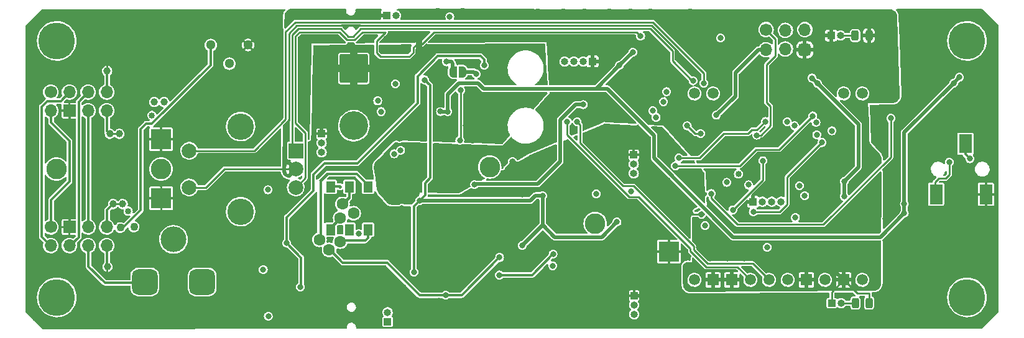
<source format=gbr>
%TF.GenerationSoftware,KiCad,Pcbnew,(6.0.4-0)*%
%TF.CreationDate,2024-06-01T13:34:14-04:00*%
%TF.ProjectId,SignalSnagger,5369676e-616c-4536-9e61-676765722e6b,rev?*%
%TF.SameCoordinates,Original*%
%TF.FileFunction,Copper,L4,Bot*%
%TF.FilePolarity,Positive*%
%FSLAX46Y46*%
G04 Gerber Fmt 4.6, Leading zero omitted, Abs format (unit mm)*
G04 Created by KiCad (PCBNEW (6.0.4-0)) date 2024-06-01 13:34:14*
%MOMM*%
%LPD*%
G01*
G04 APERTURE LIST*
G04 Aperture macros list*
%AMRoundRect*
0 Rectangle with rounded corners*
0 $1 Rounding radius*
0 $2 $3 $4 $5 $6 $7 $8 $9 X,Y pos of 4 corners*
0 Add a 4 corners polygon primitive as box body*
4,1,4,$2,$3,$4,$5,$6,$7,$8,$9,$2,$3,0*
0 Add four circle primitives for the rounded corners*
1,1,$1+$1,$2,$3*
1,1,$1+$1,$4,$5*
1,1,$1+$1,$6,$7*
1,1,$1+$1,$8,$9*
0 Add four rect primitives between the rounded corners*
20,1,$1+$1,$2,$3,$4,$5,0*
20,1,$1+$1,$4,$5,$6,$7,0*
20,1,$1+$1,$6,$7,$8,$9,0*
20,1,$1+$1,$8,$9,$2,$3,0*%
%AMRotRect*
0 Rectangle, with rotation*
0 The origin of the aperture is its center*
0 $1 length*
0 $2 width*
0 $3 Rotation angle, in degrees counterclockwise*
0 Add horizontal line*
21,1,$1,$2,0,0,$3*%
%AMFreePoly0*
4,1,22,0.500000,-0.750000,0.000000,-0.750000,0.000000,-0.745033,-0.079941,-0.743568,-0.215256,-0.701293,-0.333266,-0.622738,-0.424486,-0.514219,-0.481581,-0.384460,-0.499164,-0.250000,-0.500000,-0.250000,-0.500000,0.250000,-0.499164,0.250000,-0.499963,0.256109,-0.478152,0.396186,-0.417904,0.524511,-0.324060,0.630769,-0.204165,0.706417,-0.067858,0.745374,0.000000,0.744959,0.000000,0.750000,
0.500000,0.750000,0.500000,-0.750000,0.500000,-0.750000,$1*%
%AMFreePoly1*
4,1,20,0.000000,0.744959,0.073905,0.744508,0.209726,0.703889,0.328688,0.626782,0.421226,0.519385,0.479903,0.390333,0.500000,0.250000,0.500000,-0.250000,0.499851,-0.262216,0.476331,-0.402017,0.414519,-0.529596,0.319384,-0.634700,0.198574,-0.708877,0.061801,-0.746166,0.000000,-0.745033,0.000000,-0.750000,-0.500000,-0.750000,-0.500000,0.750000,0.000000,0.750000,0.000000,0.744959,
0.000000,0.744959,$1*%
G04 Aperture macros list end*
%TA.AperFunction,ComponentPad*%
%ADD10C,5.000000*%
%TD*%
%TA.AperFunction,ComponentPad*%
%ADD11C,2.800000*%
%TD*%
%TA.AperFunction,ComponentPad*%
%ADD12R,1.000000X1.000000*%
%TD*%
%TA.AperFunction,ComponentPad*%
%ADD13O,1.000000X1.000000*%
%TD*%
%TA.AperFunction,ComponentPad*%
%ADD14R,2.800000X2.800000*%
%TD*%
%TA.AperFunction,ComponentPad*%
%ADD15C,1.000000*%
%TD*%
%TA.AperFunction,ComponentPad*%
%ADD16RoundRect,0.875000X0.875000X-0.875000X0.875000X0.875000X-0.875000X0.875000X-0.875000X-0.875000X0*%
%TD*%
%TA.AperFunction,ComponentPad*%
%ADD17O,3.500000X3.500000*%
%TD*%
%TA.AperFunction,SMDPad,CuDef*%
%ADD18FreePoly0,180.000000*%
%TD*%
%TA.AperFunction,SMDPad,CuDef*%
%ADD19FreePoly1,180.000000*%
%TD*%
%TA.AperFunction,ComponentPad*%
%ADD20R,2.000000X2.000000*%
%TD*%
%TA.AperFunction,ComponentPad*%
%ADD21C,2.000000*%
%TD*%
%TA.AperFunction,ComponentPad*%
%ADD22C,3.600000*%
%TD*%
%TA.AperFunction,SMDPad,CuDef*%
%ADD23RoundRect,0.243750X0.243750X0.456250X-0.243750X0.456250X-0.243750X-0.456250X0.243750X-0.456250X0*%
%TD*%
%TA.AperFunction,ComponentPad*%
%ADD24C,1.700000*%
%TD*%
%TA.AperFunction,ComponentPad*%
%ADD25O,1.700000X1.700000*%
%TD*%
%TA.AperFunction,ComponentPad*%
%ADD26RoundRect,0.425000X-0.425000X0.425000X-0.425000X-0.425000X0.425000X-0.425000X0.425000X0.425000X0*%
%TD*%
%TA.AperFunction,ComponentPad*%
%ADD27C,1.500000*%
%TD*%
%TA.AperFunction,ComponentPad*%
%ADD28R,1.500000X1.500000*%
%TD*%
%TA.AperFunction,ComponentPad*%
%ADD29R,1.700000X1.700000*%
%TD*%
%TA.AperFunction,SMDPad,CuDef*%
%ADD30R,1.800000X2.600000*%
%TD*%
%TA.AperFunction,SMDPad,CuDef*%
%ADD31R,1.800000X2.750000*%
%TD*%
%TA.AperFunction,SMDPad,CuDef*%
%ADD32R,1.270000X1.520000*%
%TD*%
%TA.AperFunction,ComponentPad*%
%ADD33C,0.500000*%
%TD*%
%TA.AperFunction,SMDPad,CuDef*%
%ADD34R,1.490000X0.429998*%
%TD*%
%TA.AperFunction,ComponentPad*%
%ADD35C,1.600000*%
%TD*%
%TA.AperFunction,SMDPad,CuDef*%
%ADD36RotRect,0.370235X1.529094X135.000000*%
%TD*%
%TA.AperFunction,SMDPad,CuDef*%
%ADD37R,0.351514X1.954826*%
%TD*%
%TA.AperFunction,SMDPad,CuDef*%
%ADD38R,4.090000X0.361514*%
%TD*%
%TA.AperFunction,SMDPad,CuDef*%
%ADD39R,0.465112X7.874546*%
%TD*%
%TA.AperFunction,SMDPad,CuDef*%
%ADD40RotRect,0.351514X1.954826X45.000000*%
%TD*%
%TA.AperFunction,SMDPad,CuDef*%
%ADD41R,0.370235X1.529094*%
%TD*%
%TA.AperFunction,SMDPad,CuDef*%
%ADD42RotRect,0.292500X0.811250X135.000000*%
%TD*%
%TA.AperFunction,SMDPad,CuDef*%
%ADD43R,3.077844X0.370235*%
%TD*%
%TA.AperFunction,ComponentPad*%
%ADD44C,1.300000*%
%TD*%
%TA.AperFunction,ComponentPad*%
%ADD45RoundRect,0.250002X-1.699998X1.699998X-1.699998X-1.699998X1.699998X-1.699998X1.699998X1.699998X0*%
%TD*%
%TA.AperFunction,ComponentPad*%
%ADD46C,3.900000*%
%TD*%
%TA.AperFunction,ViaPad*%
%ADD47C,0.800000*%
%TD*%
%TA.AperFunction,ViaPad*%
%ADD48C,1.100000*%
%TD*%
%TA.AperFunction,ViaPad*%
%ADD49C,0.600000*%
%TD*%
%TA.AperFunction,ViaPad*%
%ADD50C,0.850000*%
%TD*%
%TA.AperFunction,Conductor*%
%ADD51C,0.350000*%
%TD*%
%TA.AperFunction,Conductor*%
%ADD52C,0.250000*%
%TD*%
%TA.AperFunction,Conductor*%
%ADD53C,0.500000*%
%TD*%
G04 APERTURE END LIST*
%TO.C,JP202*%
G36*
X131760000Y-80080000D02*
G01*
X130890000Y-80080000D01*
X130890000Y-78510000D01*
X131760000Y-78510000D01*
X131760000Y-80080000D01*
G37*
%TO.C,JP103*%
G36*
X88940000Y-82410000D02*
G01*
X88690000Y-82410000D01*
X88690000Y-81910000D01*
X88940000Y-81910000D01*
X88940000Y-82410000D01*
G37*
%TO.C,JP106*%
G36*
X90550000Y-101060000D02*
G01*
X90050000Y-101060000D01*
X90050000Y-100810000D01*
X90550000Y-100810000D01*
X90550000Y-101060000D01*
G37*
%TO.C,JP107*%
G36*
X89000000Y-110410000D02*
G01*
X88750000Y-110410000D01*
X88750000Y-109910000D01*
X89000000Y-109910000D01*
X89000000Y-110410000D01*
G37*
%TO.C,JP104*%
G36*
X90100000Y-91500000D02*
G01*
X89600000Y-91500000D01*
X89600000Y-91250000D01*
X90100000Y-91250000D01*
X90100000Y-91500000D01*
G37*
%TD*%
D10*
%TO.P,REF\u002A\u002A,*%
%TO.N,*%
X81964000Y-113665000D03*
%TD*%
D11*
%TO.P,J105,1,Pin_1*%
%TO.N,Net-(AE102-Pad19)*%
X96170000Y-96190000D03*
%TD*%
D12*
%TO.P,RV102,1,1*%
%TO.N,GND*%
X118030000Y-91355000D03*
D13*
%TO.P,RV102,2,2*%
%TO.N,Net-(J909-Pad1)*%
X118030000Y-92625000D03*
%TO.P,RV102,3,3*%
%TO.N,Net-(C106-Pad1)*%
X118030000Y-93895000D03*
%TD*%
D12*
%TO.P,TP301,1,Pin_1*%
%TO.N,GND*%
X160530000Y-94225000D03*
D13*
%TO.P,TP301,2,Pin_2*%
%TO.N,Net-(R303-Pad1)*%
X160530000Y-95495000D03*
%TO.P,TP301,3,Pin_3*%
%TO.N,Net-(C301-Pad2)*%
X160530000Y-96765000D03*
%TD*%
D11*
%TO.P,J302,1,Pin_1*%
%TO.N,Q OUT*%
X140920000Y-95890000D03*
%TD*%
D10*
%TO.P,REF\u002A\u002A,*%
%TO.N,*%
X205917800Y-113665000D03*
%TD*%
%TO.P,REF\u002A\u002A,*%
%TO.N,*%
X81964000Y-78711000D03*
%TD*%
D14*
%TO.P,J107,1,Pin_1*%
%TO.N,GND*%
X96160000Y-92130000D03*
%TD*%
%TO.P,J106,1,Pin_1*%
%TO.N,GND*%
X96190000Y-100170000D03*
%TD*%
%TO.P,J304,1,Pin_1*%
%TO.N,GND*%
X165330000Y-107440000D03*
%TD*%
D12*
%TO.P,J219,1,Pin_1*%
%TO.N,GNDD*%
X127015000Y-116972500D03*
D13*
%TO.P,J219,2,Pin_2*%
%TO.N,/Processor/PA0*%
X127015000Y-115702500D03*
%TD*%
D11*
%TO.P,J903,1,Pin_1*%
%TO.N,I OUT*%
X155280000Y-103600000D03*
%TD*%
D12*
%TO.P,J218,1,Pin_1*%
%TO.N,GNDD*%
X126905000Y-75275000D03*
D13*
%TO.P,J218,2,Pin_2*%
%TO.N,SenseSwitch*%
X128175000Y-75275000D03*
%TD*%
D15*
%TO.P,JP105,1,A*%
%TO.N,Net-(JP105-Pad1)*%
X96560000Y-87040000D03*
%TO.P,JP105,2,B*%
%TO.N,Net-(JP105-Pad2)*%
X95260000Y-87040000D03*
%TD*%
D12*
%TO.P,TP901,1,Pin_1*%
%TO.N,GND*%
X160580000Y-113425000D03*
D13*
%TO.P,TP901,2,Pin_2*%
%TO.N,Net-(R907-Pad1)*%
X160580000Y-114695000D03*
%TO.P,TP901,3,Pin_3*%
%TO.N,Net-(C903-Pad2)*%
X160580000Y-115965000D03*
%TD*%
D15*
%TO.P,JP202,1,A*%
%TO.N,GNDD*%
X131340000Y-78330000D03*
%TO.P,JP202,2,B*%
%TO.N,GND*%
X131340000Y-80330000D03*
%TD*%
D10*
%TO.P,REF\u002A\u002A,*%
%TO.N,*%
X205917800Y-78711000D03*
%TD*%
D16*
%TO.P,C103,1*%
%TO.N,Net-(C103-Pad1)*%
X101760000Y-111570000D03*
X93960000Y-111570000D03*
D17*
%TO.P,C103,2*%
%TO.N,Net-(C103-Pad2)*%
X97860000Y-105770000D03*
%TD*%
D15*
%TO.P,JP103,1,A*%
%TO.N,GND*%
X88820000Y-81520000D03*
%TO.P,JP103,2,B*%
%TO.N,Net-(J102-Pad7)*%
X88820000Y-82820000D03*
%TD*%
D11*
%TO.P,J108,1,Pin_1*%
%TO.N,Net-(AE101-Pad1)*%
X81915000Y-96186000D03*
%TD*%
D18*
%TO.P,JP201,1,A*%
%TO.N,Net-(C224-Pad2)*%
X137220000Y-82930000D03*
D19*
%TO.P,JP201,2,B*%
%TO.N,+5V*%
X135920000Y-82930000D03*
%TD*%
D15*
%TO.P,JP106,1,A*%
%TO.N,Net-(JP106-Pad1)*%
X90940000Y-100940000D03*
%TO.P,JP106,2,B*%
%TO.N,Net-(J104-Pad7)*%
X89640000Y-100940000D03*
%TD*%
D20*
%TO.P,SW203,A,A*%
%TO.N,/Processor/PF5*%
X114500000Y-93686000D03*
D21*
%TO.P,SW203,B,B*%
%TO.N,/Processor/PF2*%
X114500000Y-98686000D03*
%TO.P,SW203,C,C*%
%TO.N,GNDD*%
X114500000Y-96186000D03*
D22*
%TO.P,SW203,MP*%
%TO.N,N/C*%
X107000000Y-101986000D03*
X107000000Y-90386000D03*
D21*
%TO.P,SW203,S1,S1*%
%TO.N,Encoder_switch*%
X100000000Y-93686000D03*
%TO.P,SW203,S2,S2*%
%TO.N,GNDD*%
X100000000Y-98686000D03*
%TD*%
D23*
%TO.P,D203,1,K*%
%TO.N,GNDD*%
X192567500Y-77990000D03*
%TO.P,D203,2,A*%
%TO.N,Net-(D203-Pad2)*%
X190692500Y-77990000D03*
%TD*%
D12*
%TO.P,J208,1,Pin_1*%
%TO.N,GNDD*%
X176790000Y-100630000D03*
D13*
%TO.P,J208,2,Pin_2*%
%TO.N,+3V3*%
X178060000Y-100630000D03*
%TO.P,J208,3,Pin_3*%
%TO.N,/Processor/SDA1*%
X179330000Y-100630000D03*
%TO.P,J208,4,Pin_4*%
%TO.N,/Processor/SCL1*%
X180600000Y-100630000D03*
%TD*%
D12*
%TO.P,J204,1,Pin_1*%
%TO.N,GNDD*%
X187495000Y-114445000D03*
D13*
%TO.P,J204,2,Pin_2*%
%TO.N,Net-(D204-Pad2)*%
X188765000Y-114445000D03*
%TD*%
D24*
%TO.P,P201,1,Pin_1*%
%TO.N,Net-(P201-Pad1)*%
X178550000Y-77180000D03*
D25*
%TO.P,P201,2,Pin_2*%
%TO.N,+3V3*%
X178550000Y-79920000D03*
%TO.P,P201,3,Pin_3*%
%TO.N,unconnected-(P201-Pad3)*%
X181190000Y-77280000D03*
%TO.P,P201,4,Pin_4*%
%TO.N,unconnected-(P201-Pad4)*%
X181190000Y-79820000D03*
%TO.P,P201,5,Pin_5*%
%TO.N,unconnected-(P201-Pad5)*%
X183830000Y-77180000D03*
D26*
%TO.P,P201,6,Pin_6*%
%TO.N,GNDD*%
X183830000Y-79920000D03*
%TD*%
D27*
%TO.P,U205,1,NC*%
%TO.N,unconnected-(U205-Pad1)*%
X168800000Y-85880000D03*
%TO.P,U205,2,NC*%
%TO.N,unconnected-(U205-Pad2)*%
X171340000Y-85880000D03*
%TO.P,U205,9,NC*%
%TO.N,unconnected-(U205-Pad9)*%
X189120000Y-85880000D03*
%TO.P,U205,10,NC*%
%TO.N,unconnected-(U205-Pad10)*%
X191660000Y-85880000D03*
%TO.P,U205,11,VOUT*%
%TO.N,Net-(C216-Pad2)*%
X191660000Y-111280000D03*
D28*
%TO.P,U205,12,IM1*%
%TO.N,GNDD*%
X189120000Y-111280000D03*
D27*
%TO.P,U205,13,VDD*%
%TO.N,+3V3*%
X186580000Y-111280000D03*
D28*
%TO.P,U205,14,VSS*%
%TO.N,GNDD*%
X184040000Y-111280000D03*
D27*
%TO.P,U205,15,SOD*%
%TO.N,SDA0*%
X181500000Y-111280000D03*
%TO.P,U205,16,SID*%
X178960000Y-111280000D03*
%TO.P,U205,17,SCLK*%
%TO.N,SCL0*%
X176420000Y-111280000D03*
D28*
%TO.P,U205,18,~{CS}*%
%TO.N,GNDD*%
X173880000Y-111280000D03*
%TO.P,U205,19,SA0*%
X171340000Y-111280000D03*
D27*
%TO.P,U205,20,~{RST}*%
%TO.N,Display_Reset*%
X168800000Y-111280000D03*
%TD*%
D15*
%TO.P,JP107,1,A*%
%TO.N,GND*%
X88870000Y-110800000D03*
%TO.P,JP107,2,B*%
%TO.N,Net-(J104-Pad8)*%
X88870000Y-109500000D03*
%TD*%
D12*
%TO.P,J203,1,Pin_1*%
%TO.N,GNDD*%
X187415000Y-77975000D03*
D13*
%TO.P,J203,2,Pin_2*%
%TO.N,Net-(D203-Pad2)*%
X188685000Y-77975000D03*
%TD*%
D15*
%TO.P,JP104,1,A*%
%TO.N,Net-(JP104-Pad1)*%
X90490000Y-91380000D03*
%TO.P,JP104,2,B*%
%TO.N,Net-(J102-Pad8)*%
X89190000Y-91380000D03*
%TD*%
D23*
%TO.P,D204,1,K*%
%TO.N,GNDD*%
X192587500Y-114427500D03*
%TO.P,D204,2,A*%
%TO.N,Net-(D204-Pad2)*%
X190712500Y-114427500D03*
%TD*%
D24*
%TO.P,J104,1,Pin_1*%
%TO.N,Net-(J102-Pad2)*%
X81150000Y-104075000D03*
D25*
%TO.P,J104,2,Pin_2*%
%TO.N,Net-(J102-Pad3)*%
X81150000Y-106615000D03*
D29*
%TO.P,J104,3,Pin_3*%
%TO.N,GND*%
X83690000Y-104075000D03*
D25*
%TO.P,J104,4,Pin_4*%
%TO.N,Net-(J102-Pad5)*%
X83690000Y-106615000D03*
%TO.P,J104,5,Pin_5*%
%TO.N,Net-(J102-Pad6)*%
X86230000Y-104075000D03*
%TO.P,J104,6,Pin_6*%
%TO.N,Net-(C103-Pad1)*%
X86230000Y-106615000D03*
%TO.P,J104,7,Pin_7*%
%TO.N,Net-(J104-Pad7)*%
X88770000Y-104075000D03*
%TO.P,J104,8,Pin_8*%
%TO.N,Net-(J104-Pad8)*%
X88770000Y-106615000D03*
%TD*%
D30*
%TO.P,J301,1*%
%TO.N,Net-(C912-Pad1)*%
X205700000Y-92736000D03*
D31*
%TO.P,J301,4*%
%TO.N,Headphone*%
X201700000Y-99636000D03*
%TO.P,J301,5*%
%TO.N,GND*%
X208500000Y-99636000D03*
%TD*%
D12*
%TO.P,TP201,1,Pin_1*%
%TO.N,GNDD*%
X154930000Y-81520000D03*
D13*
%TO.P,TP201,2,Pin_2*%
%TO.N,+3V3*%
X153660000Y-81520000D03*
%TO.P,TP201,3,Pin_3*%
%TO.N,SDA0*%
X152390000Y-81520000D03*
%TO.P,TP201,4,Pin_4*%
%TO.N,SCL0*%
X151120000Y-81520000D03*
%TD*%
D32*
%TO.P,T101,1,PA*%
%TO.N,Net-(R109-Pad2)*%
X119280000Y-98590000D03*
D33*
X120510000Y-98590000D03*
D34*
X119795000Y-98575001D03*
D35*
X122380000Y-102210000D03*
D32*
%TO.P,T101,2,P_CT*%
%TO.N,Vref*%
X121820000Y-98590000D03*
D35*
X119060000Y-107200000D03*
D36*
X121310000Y-100590000D03*
D35*
X120860000Y-100950000D03*
D37*
X121805757Y-99202868D03*
D38*
%TO.P,T101,3,PB*%
%TO.N,Net-(R108-Pad2)*%
X120785000Y-96829243D03*
D39*
X117887444Y-101657273D03*
D32*
X124360000Y-98590000D03*
D35*
X117740000Y-105800000D03*
D40*
X123400000Y-97460000D03*
D36*
X118350000Y-97320000D03*
D32*
%TO.P,T101,4,SB*%
%TO.N,Net-(C106-Pad1)*%
X124360000Y-104440000D03*
D41*
X124365117Y-104762047D03*
D42*
X124160000Y-105710000D03*
D35*
X120570000Y-106060000D03*
D43*
X122437672Y-105915117D03*
D32*
%TO.P,T101,5,S_CT*%
%TO.N,unconnected-(T101-Pad5)*%
X121820000Y-104440000D03*
D35*
%TO.P,T101,6,SA*%
%TO.N,Net-(C109-Pad2)*%
X120570000Y-102830000D03*
D32*
X119280000Y-104440000D03*
D36*
X119780000Y-103740000D03*
%TD*%
D24*
%TO.P,J102,1,Pin_1*%
%TO.N,Net-(C103-Pad2)*%
X81150000Y-85695000D03*
D25*
%TO.P,J102,2,Pin_2*%
%TO.N,Net-(J102-Pad2)*%
X81150000Y-88235000D03*
%TO.P,J102,3,Pin_3*%
%TO.N,Net-(J102-Pad3)*%
X83690000Y-85695000D03*
D29*
%TO.P,J102,4,Pin_4*%
%TO.N,GND*%
X83690000Y-88235000D03*
D25*
%TO.P,J102,5,Pin_5*%
%TO.N,Net-(J102-Pad5)*%
X86230000Y-85695000D03*
%TO.P,J102,6,Pin_6*%
%TO.N,Net-(J102-Pad6)*%
X86230000Y-88235000D03*
%TO.P,J102,7,Pin_7*%
%TO.N,Net-(J102-Pad7)*%
X88770000Y-85695000D03*
%TO.P,J102,8,Pin_8*%
%TO.N,Net-(J102-Pad8)*%
X88770000Y-88235000D03*
%TD*%
D44*
%TO.P,RV101,1,1*%
%TO.N,GND*%
X108000000Y-79280000D03*
%TO.P,RV101,2,2*%
%TO.N,Net-(R101-Pad2)*%
X105460000Y-81820000D03*
%TO.P,RV101,3,3*%
%TO.N,+10V*%
X102920000Y-79280000D03*
%TD*%
D45*
%TO.P,BT201,1,-*%
%TO.N,GND*%
X122415000Y-82475000D03*
D46*
%TO.P,BT201,2,+*%
%TO.N,+BATT*%
X122415000Y-90275000D03*
%TD*%
D47*
%TO.N,GND*%
X194890000Y-106650000D03*
X111370000Y-93760000D03*
X208360000Y-94530000D03*
X204430000Y-82440000D03*
X138640000Y-92285500D03*
X134869981Y-83506138D03*
X196130000Y-99530000D03*
D48*
X142363619Y-82213111D03*
D47*
X127850000Y-113700000D03*
D48*
X98040000Y-82390000D03*
X78330000Y-107310000D03*
D47*
X200490000Y-84530000D03*
D48*
X209650000Y-81320000D03*
D47*
X200510000Y-86470000D03*
D48*
X101030000Y-75070000D03*
D47*
X129640000Y-105734500D03*
X162980000Y-99595020D03*
X151020000Y-103410000D03*
X133612299Y-91817701D03*
D48*
X78345500Y-90130000D03*
X209620000Y-78920000D03*
D47*
X154352701Y-99337299D03*
X120800000Y-110950000D03*
X146360000Y-87403540D03*
D48*
X83850000Y-101770000D03*
X103345500Y-83210000D03*
D47*
X194410000Y-90640000D03*
X146780000Y-106820000D03*
D48*
X206820000Y-117100000D03*
X81110000Y-91150000D03*
D47*
X134020000Y-109090000D03*
D48*
X83230000Y-90170000D03*
D47*
X134050000Y-103240000D03*
X149532532Y-94916093D03*
X199050000Y-97070000D03*
X128620000Y-103860000D03*
X135000000Y-92140000D03*
X137800000Y-106570000D03*
D49*
X131780000Y-88339011D03*
D48*
X129580000Y-116840000D03*
X81720000Y-117470000D03*
X136760000Y-116800000D03*
D47*
X155020000Y-111620000D03*
D48*
X187110000Y-117040000D03*
D47*
X201890000Y-90550000D03*
X142980000Y-101780000D03*
X107420000Y-106114500D03*
D48*
X126380000Y-79990000D03*
X208770000Y-76100000D03*
D47*
X206770000Y-82500000D03*
X134070000Y-101810000D03*
X101280000Y-104620000D03*
D48*
X117770000Y-85140000D03*
D47*
X164500000Y-99595020D03*
X131497299Y-102102701D03*
D48*
X111890000Y-81890000D03*
D47*
X202000000Y-81570000D03*
X207620000Y-107250000D03*
X199300000Y-105570000D03*
D48*
X111870000Y-87770000D03*
D47*
X106430000Y-106740000D03*
X167161693Y-96911390D03*
X103990000Y-95440000D03*
D48*
X110690000Y-75080000D03*
D47*
X128050000Y-88339011D03*
D48*
X78345500Y-87110000D03*
X78345500Y-93150000D03*
D47*
X129167345Y-112242655D03*
X194830000Y-102910000D03*
D48*
X78280000Y-81270000D03*
D47*
X107710000Y-111710000D03*
X148020000Y-105670000D03*
D48*
X117640000Y-82660000D03*
D47*
X144440000Y-87403540D03*
X125160000Y-89630000D03*
D48*
X78280000Y-78110000D03*
X111900000Y-84780000D03*
X104140000Y-75100000D03*
D47*
X100110000Y-104250000D03*
X90700000Y-84560000D03*
X125890000Y-113700000D03*
D48*
X203910000Y-75010000D03*
D47*
X128970000Y-101520000D03*
X150592668Y-99083017D03*
X143127655Y-96915500D03*
X108830000Y-94890000D03*
D48*
X132850000Y-80020000D03*
D47*
X157730000Y-91900000D03*
D48*
X102212525Y-84522526D03*
X140560000Y-116760000D03*
D47*
X200580000Y-102250000D03*
X199290000Y-106790000D03*
X127410000Y-107580000D03*
X200620000Y-89360000D03*
X125880000Y-100680000D03*
X207474500Y-97550000D03*
X99420000Y-108350000D03*
D48*
X201000000Y-75010000D03*
X91050000Y-74990000D03*
X96110000Y-117420000D03*
D47*
X140890000Y-113320000D03*
X154470000Y-91800000D03*
X209760000Y-97210000D03*
X137674500Y-90280000D03*
X148150000Y-84250000D03*
X154470000Y-96790000D03*
X94417701Y-103907701D03*
D48*
X79450000Y-75940000D03*
X143980000Y-116880000D03*
D47*
X149390000Y-97590000D03*
D48*
X111040000Y-117340000D03*
X97630000Y-75050000D03*
D47*
X141280000Y-105280000D03*
X145350000Y-99620500D03*
X114250000Y-111640000D03*
X145180844Y-97355489D03*
D48*
X138810000Y-79810000D03*
X163640000Y-114220000D03*
X200660000Y-117100000D03*
D47*
X151370000Y-93990000D03*
D48*
X209640000Y-83930000D03*
X84860000Y-75030000D03*
D47*
X141290810Y-103180718D03*
D48*
X147700000Y-79880000D03*
D47*
X138270000Y-114100000D03*
D48*
X82670000Y-92650000D03*
D47*
X205910000Y-110500000D03*
X130520000Y-111380000D03*
D48*
X129630000Y-79940000D03*
X98980000Y-117460000D03*
X206750000Y-75010000D03*
X94340000Y-75030000D03*
X108350000Y-117370000D03*
D47*
X124927349Y-92257342D03*
X128640000Y-92020000D03*
X123750000Y-114040000D03*
D48*
X81090000Y-93440000D03*
D47*
X99399989Y-96230000D03*
D48*
X111900000Y-79560000D03*
D47*
X199240000Y-109330000D03*
X207620000Y-105610000D03*
X208473389Y-89276522D03*
D48*
X153680000Y-116900000D03*
D47*
X94340000Y-107500000D03*
D48*
X183710000Y-117000000D03*
X78370000Y-113470000D03*
X147620000Y-116840000D03*
D49*
X130930321Y-88354500D03*
D47*
X101640000Y-96230000D03*
X144030000Y-95140000D03*
X120800000Y-112650000D03*
X149165500Y-99942655D03*
D48*
X87670000Y-117390000D03*
X176570000Y-117030000D03*
D47*
X133987119Y-114144500D03*
X125140265Y-88339011D03*
D48*
X95090000Y-82590000D03*
D47*
X127650000Y-83010000D03*
X168840000Y-96920500D03*
X196530500Y-93070000D03*
X209720000Y-95490000D03*
D48*
X78240000Y-84300000D03*
D47*
X150780000Y-101750000D03*
D48*
X179870000Y-116990000D03*
X95070000Y-84540000D03*
X81110000Y-98900000D03*
X96400000Y-81240000D03*
D47*
X130315500Y-84290000D03*
X196110000Y-101570000D03*
D48*
X190880000Y-117000000D03*
X117680000Y-80040000D03*
D47*
X143100000Y-88390000D03*
X152010000Y-97180000D03*
D48*
X197430000Y-117070000D03*
D47*
X209740000Y-93460000D03*
D48*
X198000000Y-75020000D03*
X165160000Y-116850000D03*
X78290000Y-102050000D03*
D47*
X139510000Y-106760000D03*
D48*
X209660000Y-114410000D03*
X203950000Y-117100000D03*
X194120000Y-117040000D03*
D47*
X199160000Y-91320000D03*
D48*
X150940000Y-116900000D03*
X117800000Y-87590000D03*
D47*
X130587500Y-90217500D03*
X199060000Y-98850000D03*
X131910000Y-107460000D03*
X209650000Y-91540000D03*
X105900000Y-112970000D03*
D48*
X84740000Y-117430000D03*
X90650000Y-117390000D03*
D47*
X140660000Y-92230000D03*
X125850000Y-106280000D03*
X199350000Y-111150000D03*
X158630000Y-91060000D03*
X106510000Y-95420000D03*
D48*
X172760000Y-116990000D03*
X209660000Y-111640000D03*
D47*
X148040394Y-107220394D03*
X194080000Y-88664397D03*
D48*
X78370000Y-110320000D03*
D47*
X153117701Y-98102299D03*
X196130000Y-97560000D03*
X92490000Y-108220000D03*
X194600000Y-92530000D03*
X90580000Y-88410000D03*
X206070000Y-86860000D03*
X169760000Y-102359011D03*
D48*
X111900000Y-77410000D03*
X78345500Y-95900000D03*
D47*
X135540000Y-109150000D03*
X146350025Y-99408600D03*
X142730000Y-91470000D03*
D48*
X135570000Y-79855500D03*
X168920000Y-116990000D03*
D47*
X142900000Y-104230000D03*
D48*
X101240000Y-85470000D03*
D47*
X150870000Y-96220000D03*
X198600000Y-77320000D03*
X154324799Y-113185201D03*
D48*
X102180000Y-117420000D03*
D47*
X149165500Y-101639598D03*
D48*
X208630000Y-116070000D03*
D47*
X196530500Y-91530000D03*
X165154312Y-97735688D03*
X104350000Y-113560000D03*
D48*
X78330000Y-104620000D03*
X107430000Y-75100000D03*
D47*
X152660000Y-95130000D03*
X156360690Y-90920690D03*
D48*
X78345500Y-98890000D03*
X79150000Y-116400000D03*
X133230000Y-116720000D03*
D47*
X133140000Y-83760000D03*
X139620000Y-89850000D03*
X90580000Y-86650000D03*
D48*
X84030011Y-99400000D03*
X82000000Y-74990000D03*
X142251635Y-79851635D03*
X209630000Y-108930000D03*
X88100000Y-74990000D03*
D47*
X129940000Y-113720000D03*
D48*
X105150000Y-117370000D03*
X93340000Y-117390000D03*
D47*
X106580000Y-111710000D03*
%TO.N,Net-(C106-Pad1)*%
X110710000Y-99010000D03*
%TO.N,+5V*%
X135010000Y-81560000D03*
X131360000Y-100470000D03*
X148140000Y-99790000D03*
X132060000Y-84030000D03*
X158250000Y-103380000D03*
X145360000Y-106590000D03*
X130605500Y-110220000D03*
%TO.N,Net-(C109-Pad2)*%
X110080000Y-109890000D03*
%TO.N,Vref*%
X134920000Y-113370000D03*
X142260000Y-108230000D03*
%TO.N,Net-(C912-Pad1)*%
X206290000Y-94770000D03*
%TO.N,Net-(C919-Pad2)*%
X149550000Y-107760000D03*
X142240000Y-110620000D03*
%TO.N,+VSW*%
X197380000Y-102200000D03*
X135190000Y-88354500D03*
X134220000Y-88339011D03*
X204090000Y-84470000D03*
X160410000Y-80240000D03*
X197380000Y-100930000D03*
X158590000Y-82060000D03*
X204900000Y-83660000D03*
%TO.N,+3V3*%
X189190000Y-97869198D03*
X171780000Y-88835500D03*
X184785401Y-83774599D03*
X189190000Y-99900000D03*
X138860000Y-98300000D03*
X185549312Y-84516486D03*
X153680000Y-87403540D03*
%TO.N,Headphone*%
X128060000Y-84550000D03*
X203500000Y-95230000D03*
%TO.N,Processor Audio*%
X184921356Y-88946587D03*
X166210000Y-95740000D03*
%TO.N,Net-(C224-Pad2)*%
X139087701Y-83227701D03*
%TO.N,+10V*%
X113267595Y-106272095D03*
X115150000Y-112240000D03*
X140170000Y-82050000D03*
D48*
X90620000Y-104160000D03*
D47*
%TO.N,Q_amped*%
X182437571Y-90278607D03*
X160190000Y-99220000D03*
%TO.N,ASSI_NEAR*%
X185361552Y-89843934D03*
X170240000Y-103890000D03*
%TO.N,Net-(C319-Pad1)*%
X195550000Y-89260000D03*
X171090000Y-99530000D03*
%TO.N,Headphone Detect*%
X163110000Y-88240000D03*
X125670000Y-86890000D03*
%TO.N,Power_enable*%
X173200000Y-97990000D03*
X126140000Y-88350000D03*
%TO.N,Net-(R108-Pad2)*%
X123111726Y-104991349D03*
%TO.N,PWM*%
X166670402Y-94679598D03*
X178450000Y-89704610D03*
X110774219Y-116221646D03*
%TO.N,Vbat*%
X163584361Y-89119763D03*
X181444599Y-89729271D03*
%TO.N,SCL0*%
X151480000Y-89724501D03*
X128787950Y-93609801D03*
X183820000Y-99810000D03*
%TO.N,SDA0*%
X127918922Y-94103558D03*
X183095500Y-98450000D03*
X152820000Y-89724501D03*
%TO.N,/Processor/PF2*%
X172340000Y-78330000D03*
X161470000Y-78080000D03*
%TO.N,/Processor/PF5*%
X168610000Y-84130000D03*
%TO.N,Audio Q*%
X155430000Y-99560000D03*
X185460000Y-91509099D03*
%TO.N,Audio I*%
X176820000Y-102025511D03*
X186159989Y-92565500D03*
%TO.N,/Processor/PA0*%
X174030000Y-101730000D03*
X178113917Y-95044775D03*
%TO.N,Encoder_switch*%
X170080000Y-84480000D03*
D48*
%TO.N,Net-(JP105-Pad2)*%
X92480000Y-104049502D03*
D50*
%TO.N,Cardioid_Front*%
X174800000Y-96840000D03*
X94917941Y-88867941D03*
%TO.N,Cardioid_Back*%
X91680500Y-101901846D03*
D47*
X176170000Y-98330011D03*
%TO.N,Display_Reset*%
X182550000Y-102790000D03*
X178695000Y-106845000D03*
%TO.N,I_amped*%
X187535980Y-90970000D03*
X149485000Y-109350000D03*
%TO.N,Net-(P201-Pad1)*%
X177290000Y-91564500D03*
%TO.N,5V_Enable*%
X136950000Y-85430000D03*
X164590000Y-87000000D03*
X136850000Y-92260000D03*
D48*
%TO.N,GNDD*%
X150940000Y-74880000D03*
D47*
X174304020Y-88690000D03*
D48*
X170700000Y-74960000D03*
D47*
X137240000Y-95445500D03*
X182380000Y-92670000D03*
X184960000Y-106610000D03*
D48*
X190730000Y-74980000D03*
D47*
X149470000Y-79690000D03*
X180850000Y-95220000D03*
X129350000Y-78382000D03*
X190170000Y-91730000D03*
X161122516Y-79017155D03*
D48*
X168240000Y-74850000D03*
D47*
X158020593Y-87512947D03*
D48*
X140460000Y-74840000D03*
D47*
X157950000Y-89150000D03*
X184685901Y-85020000D03*
D48*
X173340000Y-74920000D03*
D47*
X137230000Y-94334301D03*
X180445401Y-89704599D03*
X170804500Y-91005500D03*
D48*
X147500000Y-74840000D03*
D47*
X175620000Y-108345980D03*
X190100000Y-94210000D03*
X133920000Y-78382000D03*
D48*
X183840000Y-74980000D03*
X137260000Y-74770000D03*
D47*
X140200000Y-78350000D03*
D48*
X176460000Y-74920000D03*
D47*
X148970000Y-90975980D03*
D49*
X132839755Y-98455270D03*
D47*
X158370000Y-78240000D03*
X138750000Y-94334301D03*
X136890000Y-78330000D03*
X178720000Y-94250000D03*
D48*
X153840000Y-74880000D03*
D47*
X187210011Y-100220500D03*
X156870000Y-80620000D03*
X180775500Y-108380000D03*
D48*
X193290000Y-75040000D03*
D47*
X160781890Y-84370991D03*
X177115401Y-92784599D03*
X148770000Y-87403540D03*
D48*
X195440000Y-75070000D03*
X143710000Y-74880000D03*
D47*
X166620000Y-81150000D03*
X159550000Y-79470000D03*
X189080000Y-89530000D03*
X154140000Y-90200000D03*
X192110000Y-106730000D03*
X114030000Y-74985980D03*
D48*
X178990000Y-74920000D03*
D47*
X158980000Y-83770000D03*
X174440000Y-78390000D03*
X169430000Y-106810000D03*
X189240000Y-102830000D03*
X179530000Y-84870000D03*
X180880000Y-83700000D03*
D48*
X160060000Y-74860500D03*
D47*
X124540000Y-78410000D03*
X176297700Y-87215397D03*
X183210000Y-108340000D03*
X195870000Y-82950000D03*
X167130000Y-84990000D03*
X126850000Y-78400000D03*
X187184788Y-94524500D03*
X193870000Y-86310000D03*
X176040000Y-84790000D03*
X195690000Y-77130000D03*
X188890000Y-104310000D03*
X117530000Y-74985980D03*
D48*
X130710000Y-74810000D03*
D47*
X155290000Y-79700000D03*
X178330000Y-108350000D03*
X137280000Y-98204989D03*
X167902677Y-110272048D03*
X183535401Y-84259099D03*
X161660000Y-82950000D03*
X184720000Y-97430000D03*
X149570000Y-81510000D03*
X160304230Y-78233060D03*
D48*
X181350000Y-74940000D03*
D47*
X170900000Y-108345980D03*
X148030000Y-88310000D03*
D48*
X162780000Y-74860500D03*
D47*
X189860989Y-87215397D03*
X149730000Y-83260000D03*
X115780000Y-74985980D03*
X129370000Y-98204989D03*
X190600000Y-101460000D03*
X185310000Y-99390000D03*
D48*
X133880000Y-74750000D03*
D47*
X166980000Y-83890000D03*
X170804500Y-92160000D03*
X192630000Y-84310000D03*
X175463102Y-88664397D03*
X182405401Y-94344599D03*
X131170000Y-99030000D03*
X179400000Y-86830000D03*
X174459312Y-80039312D03*
X192140000Y-99960000D03*
X180180000Y-110200000D03*
D48*
X157230589Y-74860500D03*
X188700000Y-74950000D03*
D47*
X148680328Y-89796463D03*
D48*
X165440000Y-74900000D03*
D47*
X187210011Y-106540000D03*
X195870000Y-80880000D03*
X189380000Y-106610000D03*
X157460688Y-84390688D03*
X127490000Y-95190000D03*
D48*
X186250000Y-74980000D03*
D47*
X163020000Y-83750000D03*
X126430000Y-95840000D03*
X192200000Y-104290000D03*
X173320000Y-108345980D03*
%TO.N,/Processor/PA1*%
X135490000Y-75435500D03*
X167820000Y-90284500D03*
X169630000Y-91340000D03*
X165010000Y-85640000D03*
%TD*%
D51*
%TO.N,GND*%
X95090000Y-84520000D02*
X95070000Y-84540000D01*
D52*
X152660000Y-95130000D02*
X152810000Y-95130000D01*
D53*
X142120000Y-79720000D02*
X142251635Y-79851635D01*
D52*
X129920000Y-113700000D02*
X127850000Y-113700000D01*
D53*
X208770000Y-76100000D02*
X208800000Y-76100000D01*
X84740000Y-117430000D02*
X87630000Y-117430000D01*
D52*
X124090000Y-113700000D02*
X125890000Y-113700000D01*
X129940000Y-113015310D02*
X129167345Y-112242655D01*
X128620000Y-103860000D02*
X128620000Y-104714500D01*
D53*
X102180000Y-117420000D02*
X105100000Y-117420000D01*
D52*
X196530500Y-91530000D02*
X196530500Y-93070000D01*
X125550447Y-90020447D02*
X125160000Y-89630000D01*
D53*
X78240000Y-84300000D02*
X78240000Y-81310000D01*
X163640000Y-114220000D02*
X162845000Y-113425000D01*
D52*
X144440000Y-87403540D02*
X146360000Y-87403540D01*
X100480000Y-104620000D02*
X100110000Y-104250000D01*
X141280000Y-105280000D02*
X140990000Y-105280000D01*
D53*
X84820000Y-74990000D02*
X84860000Y-75030000D01*
D52*
X162980000Y-99595020D02*
X164839332Y-97735688D01*
X123750000Y-114040000D02*
X124090000Y-113700000D01*
X208760000Y-94530000D02*
X209720000Y-95490000D01*
D53*
X78370000Y-110320000D02*
X78370000Y-113470000D01*
D52*
X125850000Y-106280000D02*
X127150000Y-107580000D01*
X126970435Y-90020447D02*
X126970435Y-89418576D01*
X156360690Y-90920690D02*
X158490690Y-90920690D01*
X106510000Y-95420000D02*
X108300000Y-95420000D01*
X128620000Y-104714500D02*
X129640000Y-105734500D01*
D53*
X117680000Y-82620000D02*
X117640000Y-82660000D01*
D52*
X90580000Y-88410000D02*
X90580000Y-86650000D01*
X146870000Y-106820000D02*
X148020000Y-105670000D01*
D53*
X209620000Y-76920000D02*
X209620000Y-78920000D01*
X187110000Y-117040000D02*
X183750000Y-117040000D01*
X153680000Y-116900000D02*
X150940000Y-116900000D01*
X80490000Y-117470000D02*
X81720000Y-117470000D01*
X79420000Y-116400000D02*
X80490000Y-117470000D01*
X144892300Y-79580000D02*
X142363619Y-82108681D01*
X79150000Y-116400000D02*
X79420000Y-116400000D01*
D52*
X209740000Y-93460000D02*
X209740000Y-95470000D01*
D53*
X98940000Y-117420000D02*
X98980000Y-117460000D01*
D52*
X208473389Y-89276522D02*
X208473389Y-90363389D01*
X89910000Y-110800000D02*
X88870000Y-110800000D01*
D53*
X198000000Y-75020000D02*
X200990000Y-75020000D01*
D52*
X142980000Y-104150000D02*
X142900000Y-104230000D01*
X127410000Y-107580000D02*
X127794500Y-107580000D01*
D53*
X101030000Y-75070000D02*
X104110000Y-75070000D01*
D52*
X209420000Y-97550000D02*
X209760000Y-97210000D01*
D53*
X209630000Y-108930000D02*
X209630000Y-111610000D01*
D52*
X196130000Y-97560000D02*
X196130000Y-99530000D01*
X126970435Y-89418576D02*
X128050000Y-88339011D01*
X150780000Y-101750000D02*
X150780000Y-103170000D01*
D53*
X111900000Y-81880000D02*
X111890000Y-81890000D01*
X144020000Y-116840000D02*
X143980000Y-116880000D01*
D52*
X142980000Y-101780000D02*
X142980000Y-103990000D01*
D51*
X83850000Y-101770000D02*
X83850000Y-99580011D01*
D52*
X145076333Y-97460000D02*
X143672155Y-97460000D01*
D53*
X104140000Y-82415500D02*
X103345500Y-83210000D01*
D52*
X200510000Y-86470000D02*
X200510000Y-84550000D01*
X150870000Y-96220000D02*
X151370000Y-95720000D01*
X105310000Y-113560000D02*
X105900000Y-112970000D01*
X134070000Y-103220000D02*
X134050000Y-103240000D01*
D53*
X78330000Y-104620000D02*
X78330000Y-107310000D01*
D52*
X159090000Y-91900000D02*
X160530000Y-93340000D01*
D53*
X197460000Y-117100000D02*
X197430000Y-117070000D01*
D51*
X83730000Y-88242000D02*
X83730000Y-89670000D01*
D52*
X146350025Y-99408600D02*
X145561900Y-99408600D01*
D53*
X138900000Y-79720000D02*
X142120000Y-79720000D01*
X104140000Y-75100000D02*
X104140000Y-82415500D01*
X111900000Y-87740000D02*
X111870000Y-87770000D01*
D52*
X107710000Y-111710000D02*
X106580000Y-111710000D01*
X149165500Y-99942655D02*
X149733030Y-99942655D01*
X140990000Y-105280000D02*
X139510000Y-106760000D01*
D53*
X117770000Y-85140000D02*
X117770000Y-87560000D01*
D52*
X158490690Y-90920690D02*
X158630000Y-91060000D01*
D53*
X78290000Y-98945500D02*
X78345500Y-98890000D01*
X209660000Y-114410000D02*
X209660000Y-115040000D01*
D51*
X95090000Y-82590000D02*
X95090000Y-84520000D01*
D52*
X141280000Y-105280000D02*
X141280000Y-103191528D01*
X128970000Y-103510000D02*
X128620000Y-103860000D01*
X199300000Y-106780000D02*
X199290000Y-106790000D01*
X146780000Y-106820000D02*
X146870000Y-106820000D01*
D51*
X133934598Y-92140000D02*
X133612299Y-91817701D01*
D52*
X102430000Y-95440000D02*
X103990000Y-95440000D01*
X152810000Y-95130000D02*
X154470000Y-96790000D01*
X139050000Y-113320000D02*
X140890000Y-113320000D01*
D53*
X102187474Y-84522526D02*
X101240000Y-85470000D01*
D51*
X83730000Y-104130000D02*
X83730000Y-101890000D01*
D52*
X145180844Y-97355489D02*
X145076333Y-97460000D01*
D53*
X111900000Y-84780000D02*
X111900000Y-87740000D01*
X200990000Y-75020000D02*
X201000000Y-75010000D01*
D52*
X160530000Y-93340000D02*
X160530000Y-94225000D01*
X208473389Y-90363389D02*
X209650000Y-91540000D01*
X149733030Y-99942655D02*
X150592668Y-99083017D01*
X199300000Y-105570000D02*
X199300000Y-106780000D01*
D53*
X88100000Y-74990000D02*
X91050000Y-74990000D01*
D52*
X142730000Y-88760000D02*
X143100000Y-88390000D01*
D51*
X131764511Y-88354500D02*
X130930321Y-88354500D01*
D53*
X78290000Y-102050000D02*
X78290000Y-98945500D01*
D52*
X129940000Y-113720000D02*
X129920000Y-113700000D01*
X94325489Y-103999913D02*
X94325489Y-107485489D01*
D53*
X200660000Y-117100000D02*
X197460000Y-117100000D01*
D52*
X199060000Y-97080000D02*
X199050000Y-97070000D01*
D53*
X104110000Y-75070000D02*
X104140000Y-75100000D01*
X176610000Y-116990000D02*
X176570000Y-117030000D01*
D52*
X157730000Y-91900000D02*
X159090000Y-91900000D01*
D53*
X209630000Y-111610000D02*
X209660000Y-111640000D01*
X136800000Y-116760000D02*
X136760000Y-116800000D01*
X190920000Y-117040000D02*
X190880000Y-117000000D01*
D52*
X206770000Y-86160000D02*
X206770000Y-82500000D01*
D53*
X78280000Y-77110000D02*
X79450000Y-75940000D01*
X102212525Y-84522526D02*
X102187474Y-84522526D01*
X203910000Y-75010000D02*
X206750000Y-75010000D01*
D52*
X143672155Y-97460000D02*
X143127655Y-96915500D01*
X127794500Y-107580000D02*
X129640000Y-105734500D01*
D51*
X81110000Y-93420000D02*
X81090000Y-93440000D01*
D53*
X208800000Y-76100000D02*
X209620000Y-76920000D01*
D51*
X81110000Y-91150000D02*
X81110000Y-93420000D01*
X127650000Y-83010000D02*
X129035500Y-83010000D01*
D53*
X78345500Y-90130000D02*
X78345500Y-87110000D01*
D52*
X94417701Y-103907701D02*
X94325489Y-103999913D01*
D51*
X131780000Y-88339011D02*
X131764511Y-88354500D01*
X83730000Y-101890000D02*
X83850000Y-101770000D01*
D53*
X163640000Y-114220000D02*
X163640000Y-115330000D01*
D52*
X142730000Y-91470000D02*
X142730000Y-88760000D01*
D53*
X105100000Y-117420000D02*
X105150000Y-117370000D01*
D52*
X208520000Y-110500000D02*
X209660000Y-111640000D01*
D53*
X194120000Y-117040000D02*
X190920000Y-117040000D01*
D52*
X101280000Y-104620000D02*
X100480000Y-104620000D01*
D53*
X118030000Y-89880000D02*
X118030000Y-91355000D01*
X96110000Y-117420000D02*
X98940000Y-117420000D01*
D52*
X196110000Y-101570000D02*
X196110000Y-101630000D01*
D53*
X183750000Y-117040000D02*
X183710000Y-117000000D01*
D52*
X138270000Y-114100000D02*
X139050000Y-113320000D01*
X199240000Y-111040000D02*
X199350000Y-111150000D01*
X126970435Y-90020447D02*
X125550447Y-90020447D01*
D53*
X126380000Y-79990000D02*
X126430000Y-79940000D01*
D51*
X83850000Y-99580011D02*
X84030011Y-99400000D01*
D52*
X208500000Y-97670000D02*
X208960000Y-97210000D01*
D51*
X129035500Y-83010000D02*
X130315500Y-84290000D01*
D53*
X172760000Y-116990000D02*
X168920000Y-116990000D01*
X111010000Y-117370000D02*
X111040000Y-117340000D01*
D52*
X151370000Y-95720000D02*
X151370000Y-93990000D01*
X143127655Y-96042345D02*
X144030000Y-95140000D01*
D53*
X78280000Y-78110000D02*
X78280000Y-77110000D01*
D52*
X120800000Y-110950000D02*
X120800000Y-112650000D01*
D53*
X94340000Y-75030000D02*
X97610000Y-75030000D01*
X108350000Y-117370000D02*
X111010000Y-117370000D01*
D52*
X135480000Y-109090000D02*
X135540000Y-109150000D01*
X154324799Y-113185201D02*
X154324799Y-112315201D01*
X150780000Y-103170000D02*
X151020000Y-103410000D01*
D53*
X206820000Y-117100000D02*
X203950000Y-117100000D01*
X179870000Y-116990000D02*
X176610000Y-116990000D01*
D52*
X167263991Y-102359011D02*
X164500000Y-99595020D01*
D53*
X126430000Y-79940000D02*
X129630000Y-79940000D01*
D52*
X142730000Y-91470000D02*
X141420000Y-91470000D01*
X108300000Y-95420000D02*
X108830000Y-94890000D01*
X194600000Y-92530000D02*
X194600000Y-90830000D01*
D53*
X111900000Y-79560000D02*
X111900000Y-81880000D01*
D52*
X200510000Y-84550000D02*
X200490000Y-84530000D01*
X209740000Y-95470000D02*
X209720000Y-95490000D01*
D53*
X133014500Y-79855500D02*
X132850000Y-80020000D01*
D52*
X138640000Y-91245500D02*
X137674500Y-90280000D01*
D53*
X117770000Y-87560000D02*
X117800000Y-87590000D01*
D52*
X134070000Y-101810000D02*
X134070000Y-103220000D01*
D53*
X82000000Y-74990000D02*
X84820000Y-74990000D01*
D51*
X135000000Y-92140000D02*
X133934598Y-92140000D01*
D52*
X204430000Y-82440000D02*
X202870000Y-82440000D01*
X138640000Y-92285500D02*
X138640000Y-91245500D01*
D53*
X117800000Y-87590000D02*
X117800000Y-89650000D01*
X138810000Y-79810000D02*
X138900000Y-79720000D01*
D52*
X129940000Y-113720000D02*
X129940000Y-113015310D01*
X143127655Y-96915500D02*
X143127655Y-96042345D01*
X206070000Y-86860000D02*
X206770000Y-86160000D01*
X194600000Y-90830000D02*
X194410000Y-90640000D01*
X168830890Y-96911390D02*
X168840000Y-96920500D01*
X138111511Y-114258489D02*
X134101108Y-114258489D01*
D53*
X78345500Y-95900000D02*
X78345500Y-93150000D01*
D52*
X127150000Y-107580000D02*
X127410000Y-107580000D01*
X152010000Y-97180000D02*
X151600000Y-97590000D01*
D53*
X162845000Y-113425000D02*
X160580000Y-113425000D01*
X147620000Y-116840000D02*
X144020000Y-116840000D01*
X107430000Y-75100000D02*
X110670000Y-75100000D01*
D52*
X202870000Y-82440000D02*
X202000000Y-81570000D01*
X92490000Y-108220000D02*
X89910000Y-110800000D01*
X167161693Y-96911390D02*
X168830890Y-96911390D01*
X169760000Y-102359011D02*
X167263991Y-102359011D01*
X134020000Y-109090000D02*
X135480000Y-109090000D01*
X94325489Y-107485489D02*
X94340000Y-107500000D01*
X205910000Y-110500000D02*
X208520000Y-110500000D01*
D53*
X209650000Y-81320000D02*
X209650000Y-83920000D01*
D52*
X153117701Y-98102299D02*
X154352701Y-99337299D01*
D53*
X133230000Y-116720000D02*
X129700000Y-116720000D01*
D51*
X83730000Y-89670000D02*
X83230000Y-90170000D01*
D53*
X140560000Y-116760000D02*
X136800000Y-116760000D01*
X117680000Y-80040000D02*
X117680000Y-82620000D01*
D52*
X149165500Y-101639598D02*
X149165500Y-99942655D01*
X134101108Y-114258489D02*
X133987119Y-114144500D01*
D53*
X129700000Y-116720000D02*
X129580000Y-116840000D01*
D52*
X207474500Y-97550000D02*
X209420000Y-97550000D01*
X101640000Y-96230000D02*
X102430000Y-95440000D01*
D53*
X135570000Y-79855500D02*
X133014500Y-79855500D01*
D52*
X151600000Y-97590000D02*
X149390000Y-97590000D01*
X200620000Y-89360000D02*
X200700000Y-89360000D01*
D53*
X97610000Y-75030000D02*
X97630000Y-75050000D01*
D52*
X199060000Y-98850000D02*
X199060000Y-97080000D01*
X199240000Y-109330000D02*
X199240000Y-111040000D01*
X141280000Y-103191528D02*
X141290810Y-103180718D01*
D53*
X117800000Y-89650000D02*
X118030000Y-89880000D01*
X147400000Y-79580000D02*
X144892300Y-79580000D01*
D52*
X208960000Y-97210000D02*
X209760000Y-97210000D01*
X145561900Y-99408600D02*
X145350000Y-99620500D01*
X208360000Y-94530000D02*
X208760000Y-94530000D01*
X164839332Y-97735688D02*
X165154312Y-97735688D01*
X138270000Y-114100000D02*
X138111511Y-114258489D01*
D53*
X90650000Y-117390000D02*
X93340000Y-117390000D01*
X209650000Y-83920000D02*
X209640000Y-83930000D01*
X209660000Y-115040000D02*
X208630000Y-116070000D01*
D52*
X141420000Y-91470000D02*
X140660000Y-92230000D01*
X208500000Y-99536000D02*
X208500000Y-97670000D01*
X200700000Y-89360000D02*
X201890000Y-90550000D01*
D53*
X87630000Y-117430000D02*
X87670000Y-117390000D01*
D52*
X128970000Y-101520000D02*
X128970000Y-103510000D01*
D53*
X142363619Y-82108681D02*
X142363619Y-82213111D01*
D52*
X196110000Y-101630000D02*
X194830000Y-102910000D01*
D53*
X163640000Y-115330000D02*
X165160000Y-116850000D01*
D52*
X154324799Y-112315201D02*
X155020000Y-111620000D01*
X207620000Y-107250000D02*
X207620000Y-105610000D01*
X142980000Y-103990000D02*
X142980000Y-104150000D01*
X104350000Y-113560000D02*
X105310000Y-113560000D01*
D53*
X110670000Y-75100000D02*
X110690000Y-75080000D01*
X147700000Y-79880000D02*
X147400000Y-79580000D01*
X78240000Y-81310000D02*
X78280000Y-81270000D01*
D51*
%TO.N,Net-(C103-Pad1)*%
X86270000Y-109436746D02*
X86270000Y-106670000D01*
X93855489Y-111674511D02*
X88507765Y-111674511D01*
X88507765Y-111674511D02*
X86270000Y-109436746D01*
D53*
%TO.N,+5V*%
X149779511Y-105449511D02*
X156180489Y-105449511D01*
D51*
X132110000Y-98079175D02*
X132800000Y-97389175D01*
X131360000Y-100470000D02*
X132110000Y-99720000D01*
D53*
X135010000Y-81560000D02*
X135670000Y-81560000D01*
X148140000Y-103810000D02*
X148140000Y-99790000D01*
X135670000Y-81560000D02*
X135890000Y-81780000D01*
D51*
X132800000Y-84770000D02*
X132060000Y-84030000D01*
X130605500Y-110220000D02*
X130580000Y-110194500D01*
D53*
X148140000Y-99790000D02*
X147170000Y-99790000D01*
X145360000Y-106590000D02*
X148140000Y-103810000D01*
X146490000Y-100470000D02*
X131360000Y-100470000D01*
D51*
X132800000Y-97389175D02*
X132800000Y-84770000D01*
D53*
X135890000Y-81780000D02*
X135890000Y-82900000D01*
D51*
X132110000Y-99720000D02*
X132110000Y-98079175D01*
X130580000Y-101250000D02*
X131360000Y-100470000D01*
X130580000Y-110194500D02*
X130580000Y-101250000D01*
D53*
X147170000Y-99790000D02*
X146490000Y-100470000D01*
X156180489Y-105449511D02*
X158250000Y-103380000D01*
X148140000Y-103810000D02*
X149779511Y-105449511D01*
D51*
%TO.N,Vref*%
X125580000Y-108940000D02*
X125570000Y-108950000D01*
X126960000Y-108940000D02*
X125580000Y-108940000D01*
X125570000Y-108950000D02*
X120920000Y-108950000D01*
X137120000Y-113370000D02*
X142260000Y-108230000D01*
X134920000Y-113370000D02*
X137120000Y-113370000D01*
X120920000Y-108950000D02*
X119160000Y-107190000D01*
X131390000Y-113370000D02*
X126960000Y-108940000D01*
X134920000Y-113370000D02*
X131390000Y-113370000D01*
%TO.N,Net-(C912-Pad1)*%
X205700000Y-94180000D02*
X205700000Y-92736000D01*
X206290000Y-94770000D02*
X205700000Y-94180000D01*
%TO.N,Net-(C919-Pad2)*%
X149540000Y-107760000D02*
X146680000Y-110620000D01*
X149550000Y-107760000D02*
X149540000Y-107760000D01*
X146680000Y-110620000D02*
X142240000Y-110620000D01*
D53*
%TO.N,+VSW*%
X158590000Y-82060000D02*
X160410000Y-80240000D01*
X135190000Y-88354500D02*
X134235489Y-88354500D01*
X136728609Y-84450000D02*
X139308609Y-84450000D01*
X204090000Y-84470000D02*
X204900000Y-83660000D01*
X155220000Y-85230000D02*
X155420000Y-85230000D01*
X135190000Y-85988609D02*
X136728609Y-84450000D01*
X197380000Y-102200000D02*
X197380000Y-100930000D01*
X163300000Y-91590978D02*
X156939022Y-85230000D01*
X197380000Y-91180000D02*
X204090000Y-84470000D01*
X194130000Y-105450000D02*
X174070000Y-105450000D01*
X135190000Y-88354500D02*
X135190000Y-85988609D01*
X140088609Y-85230000D02*
X155220000Y-85230000D01*
X134235489Y-88354500D02*
X134220000Y-88339011D01*
X163300000Y-94680000D02*
X163300000Y-91590978D01*
X156939022Y-85230000D02*
X155420000Y-85230000D01*
X197380000Y-100930000D02*
X197380000Y-91180000D01*
X174070000Y-105450000D02*
X163300000Y-94680000D01*
X139308609Y-84450000D02*
X140088609Y-85230000D01*
X197380000Y-102200000D02*
X194130000Y-105450000D01*
X155420000Y-85230000D02*
X158590000Y-82060000D01*
%TO.N,+3V3*%
X138955011Y-98204989D02*
X147445011Y-98204989D01*
X150520489Y-90226381D02*
X150530000Y-90216870D01*
X191130000Y-90097174D02*
X185549312Y-84516486D01*
X177530000Y-79920000D02*
X178550000Y-79920000D01*
X150530000Y-89473110D02*
X152599570Y-87403540D01*
X174380000Y-86235500D02*
X174380000Y-83070000D01*
X147445011Y-98204989D02*
X150520489Y-95129511D01*
X184785401Y-83774599D02*
X184807425Y-83774599D01*
X189190000Y-99900000D02*
X189190000Y-97869198D01*
X191130000Y-95929198D02*
X191130000Y-90097174D01*
X171780000Y-88835500D02*
X174380000Y-86235500D01*
X150530000Y-90216870D02*
X150530000Y-89473110D01*
X138860000Y-98300000D02*
X138955011Y-98204989D01*
X189190000Y-97869198D02*
X191130000Y-95929198D01*
X174380000Y-83070000D02*
X177530000Y-79920000D01*
X184807425Y-83774599D02*
X185549312Y-84516486D01*
X150520489Y-95129511D02*
X150520489Y-90226381D01*
X152599570Y-87403540D02*
X153680000Y-87403540D01*
D52*
%TO.N,Headphone*%
X203500000Y-95230000D02*
X203520000Y-95250000D01*
X203020000Y-97460000D02*
X202050000Y-97460000D01*
X201600000Y-97910000D02*
X201600000Y-99686000D01*
X202050000Y-97460000D02*
X201600000Y-97910000D01*
X203520000Y-96900000D02*
X203550000Y-96930000D01*
X203520000Y-95250000D02*
X203520000Y-96900000D01*
X203550000Y-96930000D02*
X203020000Y-97460000D01*
%TO.N,Processor Audio*%
X177200890Y-93509110D02*
X180358833Y-93509110D01*
X174970000Y-95740000D02*
X177200890Y-93509110D01*
X180358833Y-93509110D02*
X184921356Y-88946587D01*
X166210000Y-95740000D02*
X174970000Y-95740000D01*
D53*
%TO.N,Net-(C224-Pad2)*%
X139087701Y-83227701D02*
X138790000Y-82930000D01*
X138790000Y-82930000D02*
X137220000Y-82930000D01*
D51*
%TO.N,+10V*%
X102910000Y-82006562D02*
X102910000Y-79290000D01*
X113330000Y-106330000D02*
X115250000Y-108250000D01*
X93410000Y-90730000D02*
X94150000Y-89990000D01*
X91040000Y-104160000D02*
X93410000Y-101790000D01*
X118440000Y-95370000D02*
X116910000Y-96900000D01*
X94150000Y-89990000D02*
X94926562Y-89990000D01*
X131090000Y-87190000D02*
X122910000Y-95370000D01*
X116910000Y-99140000D02*
X113280000Y-102770000D01*
X113330000Y-106330000D02*
X113325500Y-106330000D01*
X140170000Y-81300000D02*
X139650000Y-80780000D01*
X133830000Y-80780000D02*
X131090000Y-83520000D01*
X115250000Y-108250000D02*
X115250000Y-112140000D01*
X140170000Y-82050000D02*
X140170000Y-81300000D01*
X113325500Y-106330000D02*
X113267595Y-106272095D01*
X115250000Y-112140000D02*
X115150000Y-112240000D01*
X93410000Y-101790000D02*
X93410000Y-90730000D01*
X139650000Y-80780000D02*
X133830000Y-80780000D01*
X116910000Y-96900000D02*
X116910000Y-99140000D01*
X94926562Y-89990000D02*
X102910000Y-82006562D01*
X122910000Y-95370000D02*
X118440000Y-95370000D01*
X131090000Y-83520000D02*
X131090000Y-87190000D01*
X113267595Y-102742230D02*
X113267595Y-106272095D01*
X90620000Y-104160000D02*
X91040000Y-104160000D01*
D52*
%TO.N,Net-(C319-Pad1)*%
X186374614Y-103740000D02*
X195550000Y-94564614D01*
X174660000Y-103740000D02*
X186374614Y-103740000D01*
X171090000Y-100170000D02*
X174660000Y-103740000D01*
X171090000Y-99530000D02*
X171090000Y-100170000D01*
X195550000Y-94564614D02*
X195550000Y-89260000D01*
%TO.N,Net-(D203-Pad2)*%
X188685000Y-77975000D02*
X190677500Y-77975000D01*
%TO.N,Net-(D204-Pad2)*%
X188765000Y-114445000D02*
X190695000Y-114445000D01*
D51*
%TO.N,Net-(J102-Pad2)*%
X83689511Y-97890489D02*
X83689511Y-92362054D01*
X81190000Y-100390000D02*
X83689511Y-97890489D01*
X81190000Y-89862543D02*
X81190000Y-88242000D01*
X83689511Y-92362054D02*
X81190000Y-89862543D01*
X81190000Y-104130000D02*
X81190000Y-100390000D01*
%TO.N,Net-(J102-Pad3)*%
X79925489Y-105405489D02*
X79925489Y-87674511D01*
X81190000Y-106670000D02*
X79925489Y-105405489D01*
X79925489Y-87674511D02*
X80673489Y-86926511D01*
X80673489Y-86926511D02*
X82505489Y-86926511D01*
X82505489Y-86926511D02*
X83730000Y-85702000D01*
%TO.N,Net-(J102-Pad5)*%
X83730000Y-106670000D02*
X84954511Y-105445489D01*
X84954511Y-87017489D02*
X86270000Y-85702000D01*
X84954511Y-105445489D02*
X84954511Y-87017489D01*
%TO.N,Net-(J102-Pad6)*%
X86270000Y-104130000D02*
X86270000Y-88242000D01*
%TO.N,Net-(J102-Pad7)*%
X88810000Y-85702000D02*
X88810000Y-82830000D01*
%TO.N,Net-(J102-Pad8)*%
X88810000Y-88242000D02*
X88810000Y-91000000D01*
X88810000Y-91000000D02*
X89190000Y-91380000D01*
%TO.N,Net-(J104-Pad7)*%
X88810000Y-104130000D02*
X88810000Y-101770000D01*
X88810000Y-101770000D02*
X89640000Y-100940000D01*
%TO.N,Net-(J104-Pad8)*%
X88810000Y-106670000D02*
X88810000Y-109440000D01*
D52*
%TO.N,PWM*%
X177314610Y-90840000D02*
X178450000Y-89704610D01*
X172820000Y-91360000D02*
X176110000Y-91360000D01*
X169500402Y-94679598D02*
X172820000Y-91360000D01*
X166670402Y-94679598D02*
X169500402Y-94679598D01*
X176110000Y-91360000D02*
X176630000Y-90840000D01*
X176630000Y-90840000D02*
X177314610Y-90840000D01*
%TO.N,SCL0*%
X168255969Y-107362280D02*
X170413689Y-109520000D01*
X151480000Y-91534614D02*
X159889897Y-99944511D01*
X174660000Y-109520000D02*
X176420000Y-111280000D01*
X159889897Y-99944511D02*
X161224511Y-99944511D01*
X151480000Y-89724501D02*
X151480000Y-91534614D01*
X170413689Y-109520000D02*
X174660000Y-109520000D01*
X168255969Y-106975969D02*
X168255969Y-107362280D01*
X161224511Y-99944511D02*
X168255969Y-106975969D01*
%TO.N,SDA0*%
X159076593Y-98495489D02*
X160490103Y-98495489D01*
X152820000Y-89724501D02*
X153229058Y-90133559D01*
X160490103Y-98495489D02*
X168705489Y-106710875D01*
X168705489Y-106710875D02*
X168705489Y-107176083D01*
X168705489Y-107176083D02*
X170599886Y-109070480D01*
X153229058Y-90133559D02*
X153229058Y-92647954D01*
X176750480Y-109070480D02*
X178960000Y-111280000D01*
X153229058Y-92647954D02*
X159076593Y-98495489D01*
X170599886Y-109070480D02*
X176750480Y-109070480D01*
%TO.N,/Processor/PF2*%
X123562142Y-77508560D02*
X126716826Y-77508560D01*
X120437858Y-77508560D02*
X121503339Y-78574041D01*
X114478560Y-89940000D02*
X114478560Y-78048594D01*
X115824511Y-91285951D02*
X114478560Y-89940000D01*
X121503339Y-78574041D02*
X122496661Y-78574041D01*
X133327476Y-77508560D02*
X160898560Y-77508560D01*
X115824511Y-97361489D02*
X115824511Y-91285951D01*
X130998475Y-79154511D02*
X131681525Y-79154511D01*
X114500000Y-98686000D02*
X115824511Y-97361489D01*
X129942235Y-80864511D02*
X130504511Y-80302235D01*
X130504511Y-79648475D02*
X130998475Y-79154511D01*
X126716826Y-77508560D02*
X125505489Y-78719897D01*
X114478560Y-78048594D02*
X115018594Y-77508560D01*
X115018594Y-77508560D02*
X120437858Y-77508560D01*
X160898560Y-77508560D02*
X161470000Y-78080000D01*
X131681525Y-79154511D02*
X133327476Y-77508560D01*
X122496661Y-78574041D02*
X123562142Y-77508560D01*
X126017765Y-80864511D02*
X129942235Y-80864511D01*
X130504511Y-80302235D02*
X130504511Y-79648475D01*
X125505489Y-80352235D02*
X126017765Y-80864511D01*
X125505489Y-78719897D02*
X125505489Y-80352235D01*
%TO.N,/Processor/PF5*%
X168506564Y-84130000D02*
X168610000Y-84130000D01*
X165810000Y-80101847D02*
X165810000Y-81433436D01*
X120624056Y-77059040D02*
X121689537Y-78124521D01*
X165810000Y-81433436D02*
X168506564Y-84130000D01*
X114832396Y-77059040D02*
X120624056Y-77059040D01*
X122310463Y-78124521D02*
X123375944Y-77059040D01*
X123375944Y-77059040D02*
X162767193Y-77059040D01*
X114029040Y-93215040D02*
X114029040Y-77862396D01*
X114029040Y-77862396D02*
X114832396Y-77059040D01*
X121689537Y-78124521D02*
X122310463Y-78124521D01*
X162767193Y-77059040D02*
X165810000Y-80101847D01*
%TO.N,Audio I*%
X181424511Y-97300978D02*
X186159989Y-92565500D01*
X181424511Y-100971525D02*
X181424511Y-97300978D01*
X180370525Y-102025511D02*
X181424511Y-100971525D01*
X176820000Y-102025511D02*
X180370525Y-102025511D01*
%TO.N,/Processor/PA0*%
X174030000Y-101730000D02*
X174040978Y-101730000D01*
X174040978Y-101730000D02*
X178113917Y-97657061D01*
X178113917Y-97657061D02*
X178113917Y-95044775D01*
%TO.N,Encoder_switch*%
X114460001Y-76160000D02*
X113130000Y-77490000D01*
X163139589Y-76160000D02*
X114460001Y-76160000D01*
X170080000Y-84480000D02*
X170080000Y-83100411D01*
X113130000Y-89390000D02*
X108834000Y-93686000D01*
X113130000Y-77490000D02*
X113130000Y-89390000D01*
X108834000Y-93686000D02*
X100000000Y-93686000D01*
X170080000Y-83100411D02*
X163139589Y-76160000D01*
%TO.N,Net-(P201-Pad1)*%
X179810000Y-80780000D02*
X179810000Y-78440000D01*
X177876390Y-91564500D02*
X179174511Y-90266379D01*
X179174511Y-90266379D02*
X179174511Y-87634511D01*
X179174511Y-87634511D02*
X178615000Y-87075000D01*
X177290000Y-91564500D02*
X177876390Y-91564500D01*
X178615000Y-87075000D02*
X178615000Y-81975000D01*
X178615000Y-81975000D02*
X179810000Y-80780000D01*
X179810000Y-78440000D02*
X178550000Y-77180000D01*
%TO.N,5V_Enable*%
X136950000Y-92160000D02*
X136850000Y-92260000D01*
X136950000Y-85430000D02*
X136950000Y-92160000D01*
D53*
%TO.N,GNDD*%
X159550000Y-79470000D02*
X160002845Y-79017155D01*
D52*
X113175489Y-94861489D02*
X114500000Y-96186000D01*
X166980000Y-83890000D02*
X166980000Y-84840000D01*
D53*
X150940000Y-74880000D02*
X150950000Y-74870000D01*
D52*
X102276000Y-98686000D02*
X104782000Y-96180000D01*
D53*
X190100000Y-94210000D02*
X187499288Y-94210000D01*
X138565699Y-94334301D02*
X138750000Y-94150000D01*
X140580000Y-74720000D02*
X143550000Y-74720000D01*
D52*
X190982500Y-113142500D02*
X189120000Y-111280000D01*
X179530000Y-84870000D02*
X179530000Y-86700000D01*
X133920000Y-78382000D02*
X136838000Y-78382000D01*
D53*
X190730000Y-74980000D02*
X188730000Y-74980000D01*
X173340000Y-74920000D02*
X176460000Y-74920000D01*
D52*
X114646198Y-76609520D02*
X113579520Y-77676198D01*
D53*
X195870000Y-82950000D02*
X195870000Y-80880000D01*
D52*
X113579520Y-77676198D02*
X113579520Y-89576197D01*
D53*
X192630000Y-84310000D02*
X192630000Y-85070000D01*
X150950000Y-74870000D02*
X153830000Y-74870000D01*
X195440000Y-75070000D02*
X193320000Y-75070000D01*
X188730000Y-74980000D02*
X188700000Y-74950000D01*
D52*
X131340000Y-78330000D02*
X129402000Y-78330000D01*
D53*
X188230000Y-110390000D02*
X187210011Y-109370011D01*
X189120000Y-111280000D02*
X188230000Y-110390000D01*
X127490000Y-95190000D02*
X126840000Y-95840000D01*
X187499288Y-94210000D02*
X187184788Y-94524500D01*
X168350000Y-74960000D02*
X170700000Y-74960000D01*
D52*
X100000000Y-98686000D02*
X102276000Y-98686000D01*
D53*
X191990000Y-106610000D02*
X192110000Y-106730000D01*
D52*
X130344989Y-98204989D02*
X131170000Y-99030000D01*
D53*
X165440000Y-74900000D02*
X162819500Y-74900000D01*
D52*
X176297700Y-87829799D02*
X175463102Y-88664397D01*
X160840000Y-83770000D02*
X161660000Y-82950000D01*
D53*
X170804500Y-92160000D02*
X170804500Y-91005500D01*
X153830000Y-74870000D02*
X153840000Y-74880000D01*
X158376940Y-78233060D02*
X158370000Y-78240000D01*
X187140011Y-106610000D02*
X187210011Y-106540000D01*
D52*
X157153540Y-88380000D02*
X158020593Y-87512947D01*
X166980000Y-84840000D02*
X167130000Y-84990000D01*
D51*
X192567500Y-77990000D02*
X194830000Y-77990000D01*
D52*
X179530000Y-86700000D02*
X179400000Y-86830000D01*
X158980000Y-83770000D02*
X160840000Y-83770000D01*
X187495000Y-112905000D02*
X189120000Y-111280000D01*
D53*
X168240000Y-74850000D02*
X168350000Y-74960000D01*
X184960000Y-106610000D02*
X184940000Y-106610000D01*
D52*
X155290000Y-79700000D02*
X155950000Y-79700000D01*
D53*
X192200000Y-104290000D02*
X188910000Y-104290000D01*
D52*
X126868000Y-78382000D02*
X126850000Y-78400000D01*
D53*
X188910000Y-104290000D02*
X188890000Y-104310000D01*
X190640000Y-101460000D02*
X192140000Y-99960000D01*
D52*
X174459312Y-80039312D02*
X174459312Y-78409312D01*
D53*
X138750000Y-94334301D02*
X139605699Y-94334301D01*
X190170000Y-91730000D02*
X189080000Y-90640000D01*
X184720000Y-98800000D02*
X185310000Y-99390000D01*
D52*
X158980000Y-83770000D02*
X159580991Y-84370991D01*
D53*
X189080000Y-90640000D02*
X189080000Y-89530000D01*
D52*
X162953391Y-76609520D02*
X114646198Y-76609520D01*
D53*
X160060000Y-74860500D02*
X157230589Y-74860500D01*
X126840000Y-95840000D02*
X126430000Y-95840000D01*
X184720000Y-97430000D02*
X184720000Y-98800000D01*
X181350000Y-74940000D02*
X179010000Y-74940000D01*
X137230000Y-95435500D02*
X137240000Y-95445500D01*
D52*
X149470000Y-81410000D02*
X149570000Y-81510000D01*
X155950000Y-79700000D02*
X156870000Y-80620000D01*
X183519901Y-84274599D02*
X183535401Y-84259099D01*
D53*
X184940000Y-106610000D02*
X183210000Y-108340000D01*
D52*
X105100000Y-96180000D02*
X105106000Y-96186000D01*
X181454599Y-84274599D02*
X183519901Y-84274599D01*
D53*
X195690000Y-75320000D02*
X195440000Y-75070000D01*
D52*
X166620000Y-80276129D02*
X162953391Y-76609520D01*
D53*
X138750000Y-94150000D02*
X138750000Y-94334301D01*
X137230000Y-94334301D02*
X138565699Y-94334301D01*
X140460000Y-74840000D02*
X140580000Y-74720000D01*
X178360000Y-108380000D02*
X178330000Y-108350000D01*
X162819500Y-74900000D02*
X162780000Y-74860500D01*
X160002845Y-79017155D02*
X161122516Y-79017155D01*
X133900000Y-74770000D02*
X133880000Y-74750000D01*
X193320000Y-75070000D02*
X193290000Y-75040000D01*
D51*
X194830000Y-77990000D02*
X195690000Y-77130000D01*
D52*
X113579520Y-89576197D02*
X113175489Y-89980229D01*
X155960000Y-88380000D02*
X157153540Y-88380000D01*
D53*
X184960000Y-106610000D02*
X187140011Y-106610000D01*
D51*
X117530000Y-74985980D02*
X115780000Y-74985980D01*
D52*
X166620000Y-81150000D02*
X166620000Y-80276129D01*
X176297700Y-87215397D02*
X176297700Y-87829799D01*
X187495000Y-114445000D02*
X187495000Y-112905000D01*
D53*
X179010000Y-74940000D02*
X178990000Y-74920000D01*
X180775500Y-108380000D02*
X178360000Y-108380000D01*
D52*
X129370000Y-98204989D02*
X130344989Y-98204989D01*
X136838000Y-78382000D02*
X136890000Y-78330000D01*
D53*
X190600000Y-101460000D02*
X190640000Y-101460000D01*
D52*
X159580991Y-84370991D02*
X160781890Y-84370991D01*
D53*
X187210011Y-100220500D02*
X187184788Y-100195277D01*
X186250000Y-74980000D02*
X183840000Y-74980000D01*
X189380000Y-106610000D02*
X191990000Y-106610000D01*
D52*
X149470000Y-79690000D02*
X149470000Y-81410000D01*
X105106000Y-96186000D02*
X114500000Y-96186000D01*
X192587500Y-113142500D02*
X190982500Y-113142500D01*
X104782000Y-96180000D02*
X105100000Y-96180000D01*
D53*
X170804500Y-91005500D02*
X170804500Y-90874500D01*
D52*
X174459312Y-78409312D02*
X174440000Y-78390000D01*
D53*
X187184788Y-100195277D02*
X187184788Y-94524500D01*
X160304230Y-78233060D02*
X158376940Y-78233060D01*
D52*
X148680328Y-88960328D02*
X148680328Y-89796463D01*
X113175489Y-89980229D02*
X113175489Y-94861489D01*
D53*
X173320000Y-108345980D02*
X170900000Y-108345980D01*
X192630000Y-85070000D02*
X193870000Y-86310000D01*
D52*
X129402000Y-78330000D02*
X129350000Y-78382000D01*
D53*
X137230000Y-94334301D02*
X137230000Y-95435500D01*
D52*
X154140000Y-90200000D02*
X155960000Y-88380000D01*
D53*
X143550000Y-74720000D02*
X143710000Y-74880000D01*
D52*
X192587500Y-114427500D02*
X192587500Y-113142500D01*
D53*
X187210011Y-109370011D02*
X187210011Y-106540000D01*
D52*
X148030000Y-88310000D02*
X148680328Y-88960328D01*
X129350000Y-78382000D02*
X126868000Y-78382000D01*
D53*
X195690000Y-77130000D02*
X195690000Y-75320000D01*
D52*
X180880000Y-83700000D02*
X181454599Y-84274599D01*
%TO.N,/Processor/PA1*%
X168875500Y-91340000D02*
X167820000Y-90284500D01*
X169630000Y-91340000D02*
X168875500Y-91340000D01*
%TD*%
%TA.AperFunction,Conductor*%
%TO.N,GNDD*%
G36*
X170498581Y-102521218D02*
G01*
X170523381Y-102540484D01*
X173727247Y-105744350D01*
X173737101Y-105755439D01*
X173752293Y-105774709D01*
X173758128Y-105782110D01*
X173765875Y-105787465D01*
X173765877Y-105787466D01*
X173781764Y-105798446D01*
X173804668Y-105814275D01*
X173806375Y-105815455D01*
X173809587Y-105817750D01*
X173856816Y-105852634D01*
X173863632Y-105855027D01*
X173869569Y-105859131D01*
X173878549Y-105861971D01*
X173878551Y-105861972D01*
X173888265Y-105865044D01*
X173925519Y-105876826D01*
X173929250Y-105878071D01*
X173975737Y-105894396D01*
X173975739Y-105894396D01*
X173984631Y-105897519D01*
X173991819Y-105897801D01*
X173991878Y-105897812D01*
X173998730Y-105899980D01*
X174005337Y-105900500D01*
X174058016Y-105900500D01*
X174062962Y-105900597D01*
X174119994Y-105902838D01*
X174127100Y-105900954D01*
X174135347Y-105900500D01*
X194095780Y-105900500D01*
X194110591Y-105901374D01*
X194130098Y-105903683D01*
X194195395Y-105931553D01*
X194235259Y-105990302D01*
X194241287Y-106029120D01*
X194240003Y-106548820D01*
X194239956Y-106548820D01*
X194240002Y-106549033D01*
X194239999Y-106550000D01*
X194239994Y-106551180D01*
X194215248Y-111673837D01*
X194214807Y-111765066D01*
X194214149Y-111777317D01*
X194197590Y-111938625D01*
X194196159Y-111952562D01*
X194191292Y-111976598D01*
X194141501Y-112139142D01*
X194132071Y-112161780D01*
X194051740Y-112311594D01*
X194038103Y-112331976D01*
X193930273Y-112463394D01*
X193912952Y-112480743D01*
X193781701Y-112588788D01*
X193761345Y-112602454D01*
X193611652Y-112683027D01*
X193589029Y-112692493D01*
X193426577Y-112742539D01*
X193402549Y-112747445D01*
X193357346Y-112752159D01*
X193227306Y-112765718D01*
X193215070Y-112766392D01*
X177885489Y-112864886D01*
X168255009Y-112926762D01*
X168242697Y-112926239D01*
X168085723Y-112911849D01*
X168066598Y-112910096D01*
X168042427Y-112905466D01*
X167878776Y-112857149D01*
X167855963Y-112847906D01*
X167704833Y-112768694D01*
X167684250Y-112755191D01*
X167551404Y-112648104D01*
X167533841Y-112630858D01*
X167424353Y-112499989D01*
X167410477Y-112479656D01*
X167328522Y-112329993D01*
X167318868Y-112307361D01*
X167267571Y-112144606D01*
X167262503Y-112120525D01*
X167243154Y-111944759D01*
X167242406Y-111932459D01*
X167239221Y-111662621D01*
X167234547Y-111266665D01*
X167844994Y-111266665D01*
X167845510Y-111272809D01*
X167853271Y-111365226D01*
X167860592Y-111452414D01*
X167862291Y-111458339D01*
X167889181Y-111552115D01*
X167911971Y-111631595D01*
X167997176Y-111797385D01*
X168112959Y-111943468D01*
X168254912Y-112064279D01*
X168260290Y-112067285D01*
X168260292Y-112067286D01*
X168287731Y-112082621D01*
X168417627Y-112155217D01*
X168594907Y-112212819D01*
X168779998Y-112234890D01*
X168786133Y-112234418D01*
X168786135Y-112234418D01*
X168959710Y-112221062D01*
X168959715Y-112221061D01*
X168965851Y-112220589D01*
X168971781Y-112218933D01*
X168971783Y-112218933D01*
X169139459Y-112172117D01*
X169139458Y-112172117D01*
X169145387Y-112170462D01*
X169311768Y-112086417D01*
X169322176Y-112078286D01*
X169331706Y-112070840D01*
X170290000Y-112070840D01*
X170290442Y-112078286D01*
X170291994Y-112091336D01*
X170296952Y-112109374D01*
X170333755Y-112192231D01*
X170346713Y-112211085D01*
X170409342Y-112273604D01*
X170428212Y-112286525D01*
X170511125Y-112323180D01*
X170529202Y-112328108D01*
X170541787Y-112329576D01*
X170549088Y-112330000D01*
X171067885Y-112330000D01*
X171083124Y-112325525D01*
X171084329Y-112324135D01*
X171086000Y-112316452D01*
X171086000Y-112311885D01*
X171594000Y-112311885D01*
X171598475Y-112327124D01*
X171599865Y-112328329D01*
X171607548Y-112330000D01*
X172130840Y-112330000D01*
X172138286Y-112329558D01*
X172151336Y-112328006D01*
X172169374Y-112323048D01*
X172252231Y-112286245D01*
X172271085Y-112273287D01*
X172333604Y-112210658D01*
X172346525Y-112191788D01*
X172383180Y-112108875D01*
X172388108Y-112090798D01*
X172389576Y-112078213D01*
X172390000Y-112070912D01*
X172390000Y-112070840D01*
X172830000Y-112070840D01*
X172830442Y-112078286D01*
X172831994Y-112091336D01*
X172836952Y-112109374D01*
X172873755Y-112192231D01*
X172886713Y-112211085D01*
X172949342Y-112273604D01*
X172968212Y-112286525D01*
X173051125Y-112323180D01*
X173069202Y-112328108D01*
X173081787Y-112329576D01*
X173089088Y-112330000D01*
X173607885Y-112330000D01*
X173623124Y-112325525D01*
X173624329Y-112324135D01*
X173626000Y-112316452D01*
X173626000Y-112311885D01*
X174134000Y-112311885D01*
X174138475Y-112327124D01*
X174139865Y-112328329D01*
X174147548Y-112330000D01*
X174670840Y-112330000D01*
X174678286Y-112329558D01*
X174691336Y-112328006D01*
X174709374Y-112323048D01*
X174792231Y-112286245D01*
X174811085Y-112273287D01*
X174873604Y-112210658D01*
X174886525Y-112191788D01*
X174923180Y-112108875D01*
X174928108Y-112090798D01*
X174929576Y-112078213D01*
X174930000Y-112070912D01*
X174930000Y-111552115D01*
X174925525Y-111536876D01*
X174924135Y-111535671D01*
X174916452Y-111534000D01*
X174152115Y-111534000D01*
X174136876Y-111538475D01*
X174135671Y-111539865D01*
X174134000Y-111547548D01*
X174134000Y-112311885D01*
X173626000Y-112311885D01*
X173626000Y-111552115D01*
X173621525Y-111536876D01*
X173620135Y-111535671D01*
X173612452Y-111534000D01*
X172848115Y-111534000D01*
X172832876Y-111538475D01*
X172831671Y-111539865D01*
X172830000Y-111547548D01*
X172830000Y-112070840D01*
X172390000Y-112070840D01*
X172390000Y-111552115D01*
X172385525Y-111536876D01*
X172384135Y-111535671D01*
X172376452Y-111534000D01*
X171612115Y-111534000D01*
X171596876Y-111538475D01*
X171595671Y-111539865D01*
X171594000Y-111547548D01*
X171594000Y-112311885D01*
X171086000Y-112311885D01*
X171086000Y-111552115D01*
X171081525Y-111536876D01*
X171080135Y-111535671D01*
X171072452Y-111534000D01*
X170308115Y-111534000D01*
X170292876Y-111538475D01*
X170291671Y-111539865D01*
X170290000Y-111547548D01*
X170290000Y-112070840D01*
X169331706Y-112070840D01*
X169453794Y-111975454D01*
X169453795Y-111975453D01*
X169458655Y-111971656D01*
X169580454Y-111830550D01*
X169672526Y-111668474D01*
X169731364Y-111491601D01*
X169754727Y-111306668D01*
X169755099Y-111280000D01*
X169736909Y-111094487D01*
X169735128Y-111088588D01*
X169735127Y-111088583D01*
X169710763Y-111007885D01*
X170290000Y-111007885D01*
X170294475Y-111023124D01*
X170295865Y-111024329D01*
X170303548Y-111026000D01*
X171067885Y-111026000D01*
X171083124Y-111021525D01*
X171084329Y-111020135D01*
X171086000Y-111012452D01*
X171086000Y-111007885D01*
X171594000Y-111007885D01*
X171598475Y-111023124D01*
X171599865Y-111024329D01*
X171607548Y-111026000D01*
X172371885Y-111026000D01*
X172387124Y-111021525D01*
X172388329Y-111020135D01*
X172390000Y-111012452D01*
X172390000Y-111007885D01*
X172830000Y-111007885D01*
X172834475Y-111023124D01*
X172835865Y-111024329D01*
X172843548Y-111026000D01*
X173607885Y-111026000D01*
X173623124Y-111021525D01*
X173624329Y-111020135D01*
X173626000Y-111012452D01*
X173626000Y-110248115D01*
X173621525Y-110232876D01*
X173620135Y-110231671D01*
X173612452Y-110230000D01*
X173089160Y-110230000D01*
X173081714Y-110230442D01*
X173068664Y-110231994D01*
X173050626Y-110236952D01*
X172967769Y-110273755D01*
X172948915Y-110286713D01*
X172886396Y-110349342D01*
X172873475Y-110368212D01*
X172836820Y-110451125D01*
X172831892Y-110469202D01*
X172830424Y-110481787D01*
X172830000Y-110489088D01*
X172830000Y-111007885D01*
X172390000Y-111007885D01*
X172390000Y-110489160D01*
X172389558Y-110481714D01*
X172388006Y-110468664D01*
X172383048Y-110450626D01*
X172346245Y-110367769D01*
X172333287Y-110348915D01*
X172270658Y-110286396D01*
X172251788Y-110273475D01*
X172168875Y-110236820D01*
X172150798Y-110231892D01*
X172138213Y-110230424D01*
X172130912Y-110230000D01*
X171612115Y-110230000D01*
X171596876Y-110234475D01*
X171595671Y-110235865D01*
X171594000Y-110243548D01*
X171594000Y-111007885D01*
X171086000Y-111007885D01*
X171086000Y-110248115D01*
X171081525Y-110232876D01*
X171080135Y-110231671D01*
X171072452Y-110230000D01*
X170549160Y-110230000D01*
X170541714Y-110230442D01*
X170528664Y-110231994D01*
X170510626Y-110236952D01*
X170427769Y-110273755D01*
X170408915Y-110286713D01*
X170346396Y-110349342D01*
X170333475Y-110368212D01*
X170296820Y-110451125D01*
X170291892Y-110469202D01*
X170290424Y-110481787D01*
X170290000Y-110489088D01*
X170290000Y-111007885D01*
X169710763Y-111007885D01*
X169684814Y-110921939D01*
X169683033Y-110916040D01*
X169639278Y-110833748D01*
X169598416Y-110756898D01*
X169598414Y-110756895D01*
X169595522Y-110751456D01*
X169591632Y-110746686D01*
X169591629Y-110746682D01*
X169481605Y-110611780D01*
X169481602Y-110611777D01*
X169477710Y-110607005D01*
X169472056Y-110602327D01*
X169338834Y-110492116D01*
X169334085Y-110488187D01*
X169170116Y-110399529D01*
X169081083Y-110371969D01*
X168997936Y-110346231D01*
X168997933Y-110346230D01*
X168992049Y-110344409D01*
X168985924Y-110343765D01*
X168985923Y-110343765D01*
X168812796Y-110325568D01*
X168812795Y-110325568D01*
X168806668Y-110324924D01*
X168728549Y-110332033D01*
X168627171Y-110341259D01*
X168627168Y-110341260D01*
X168621032Y-110341818D01*
X168615122Y-110343557D01*
X168615119Y-110343558D01*
X168461723Y-110388706D01*
X168442214Y-110394448D01*
X168277023Y-110480807D01*
X168272223Y-110484667D01*
X168272222Y-110484667D01*
X168266634Y-110489160D01*
X168131752Y-110597608D01*
X168011935Y-110740401D01*
X168008971Y-110745793D01*
X168008968Y-110745797D01*
X167935281Y-110879834D01*
X167922135Y-110903746D01*
X167920274Y-110909613D01*
X167920273Y-110909615D01*
X167876285Y-111048282D01*
X167865772Y-111081424D01*
X167844994Y-111266665D01*
X167234547Y-111266665D01*
X167213585Y-109490879D01*
X167214528Y-109473941D01*
X167221693Y-109415982D01*
X167231763Y-109334511D01*
X167240395Y-109301768D01*
X167290855Y-109179892D01*
X167307895Y-109150629D01*
X167388994Y-109046588D01*
X167413212Y-109022921D01*
X167519083Y-108944240D01*
X167548729Y-108927877D01*
X167671735Y-108880230D01*
X167704668Y-108872352D01*
X167814365Y-108861347D01*
X167852923Y-108857479D01*
X167852926Y-108857479D01*
X168500000Y-108880000D01*
X168500000Y-108306587D01*
X168514632Y-108273770D01*
X168574010Y-108234850D01*
X168645004Y-108234211D01*
X168699690Y-108266327D01*
X170169578Y-109736215D01*
X170177005Y-109744319D01*
X170201234Y-109773194D01*
X170210783Y-109778707D01*
X170233874Y-109792039D01*
X170243145Y-109797945D01*
X170274005Y-109819554D01*
X170284655Y-109822408D01*
X170287823Y-109823885D01*
X170291099Y-109825077D01*
X170300644Y-109830588D01*
X170334388Y-109836538D01*
X170337747Y-109837130D01*
X170348474Y-109839508D01*
X170384882Y-109849264D01*
X170395867Y-109848303D01*
X170395869Y-109848303D01*
X170422417Y-109845980D01*
X170433399Y-109845500D01*
X174472984Y-109845500D01*
X174541105Y-109865502D01*
X174562079Y-109882405D01*
X174694579Y-110014905D01*
X174728605Y-110077217D01*
X174723540Y-110148032D01*
X174680993Y-110204868D01*
X174614473Y-110229679D01*
X174605484Y-110230000D01*
X174152115Y-110230000D01*
X174136876Y-110234475D01*
X174135671Y-110235865D01*
X174134000Y-110243548D01*
X174134000Y-111007885D01*
X174138475Y-111023124D01*
X174139865Y-111024329D01*
X174147548Y-111026000D01*
X174911885Y-111026000D01*
X174927124Y-111021525D01*
X174928329Y-111020135D01*
X174930000Y-111012452D01*
X174930000Y-110554516D01*
X174950002Y-110486395D01*
X175003658Y-110439902D01*
X175073932Y-110429798D01*
X175138512Y-110459292D01*
X175145095Y-110465421D01*
X175497906Y-110818232D01*
X175531932Y-110880544D01*
X175528913Y-110945426D01*
X175496285Y-111048282D01*
X175485772Y-111081424D01*
X175464994Y-111266665D01*
X175465510Y-111272809D01*
X175473271Y-111365226D01*
X175480592Y-111452414D01*
X175482291Y-111458339D01*
X175509181Y-111552115D01*
X175531971Y-111631595D01*
X175617176Y-111797385D01*
X175732959Y-111943468D01*
X175874912Y-112064279D01*
X175880290Y-112067285D01*
X175880292Y-112067286D01*
X175907731Y-112082621D01*
X176037627Y-112155217D01*
X176214907Y-112212819D01*
X176399998Y-112234890D01*
X176406133Y-112234418D01*
X176406135Y-112234418D01*
X176579710Y-112221062D01*
X176579715Y-112221061D01*
X176585851Y-112220589D01*
X176591781Y-112218933D01*
X176591783Y-112218933D01*
X176759459Y-112172117D01*
X176759458Y-112172117D01*
X176765387Y-112170462D01*
X176931768Y-112086417D01*
X176942176Y-112078286D01*
X177073794Y-111975454D01*
X177073795Y-111975453D01*
X177078655Y-111971656D01*
X177200454Y-111830550D01*
X177292526Y-111668474D01*
X177351364Y-111491601D01*
X177374727Y-111306668D01*
X177375099Y-111280000D01*
X177356909Y-111094487D01*
X177355128Y-111088588D01*
X177355127Y-111088583D01*
X177304814Y-110921939D01*
X177303033Y-110916040D01*
X177259278Y-110833748D01*
X177218416Y-110756898D01*
X177218414Y-110756895D01*
X177215522Y-110751456D01*
X177211632Y-110746686D01*
X177211629Y-110746682D01*
X177101605Y-110611780D01*
X177101602Y-110611777D01*
X177097710Y-110607005D01*
X177092056Y-110602327D01*
X176958834Y-110492116D01*
X176954085Y-110488187D01*
X176790116Y-110399529D01*
X176701083Y-110371969D01*
X176617936Y-110346231D01*
X176617933Y-110346230D01*
X176612049Y-110344409D01*
X176605924Y-110343765D01*
X176605923Y-110343765D01*
X176432796Y-110325568D01*
X176432795Y-110325568D01*
X176426668Y-110324924D01*
X176348549Y-110332033D01*
X176247171Y-110341259D01*
X176247168Y-110341260D01*
X176241032Y-110341818D01*
X176235122Y-110343557D01*
X176235119Y-110343558D01*
X176081879Y-110388660D01*
X176010882Y-110388706D01*
X175957208Y-110356882D01*
X175211401Y-109611075D01*
X175177375Y-109548763D01*
X175182440Y-109477948D01*
X175224987Y-109421112D01*
X175291507Y-109396301D01*
X175300496Y-109395980D01*
X176563464Y-109395980D01*
X176631585Y-109415982D01*
X176652559Y-109432885D01*
X178037906Y-110818232D01*
X178071932Y-110880544D01*
X178068913Y-110945426D01*
X178036285Y-111048282D01*
X178025772Y-111081424D01*
X178004994Y-111266665D01*
X178005510Y-111272809D01*
X178013271Y-111365226D01*
X178020592Y-111452414D01*
X178022291Y-111458339D01*
X178049181Y-111552115D01*
X178071971Y-111631595D01*
X178157176Y-111797385D01*
X178272959Y-111943468D01*
X178414912Y-112064279D01*
X178420290Y-112067285D01*
X178420292Y-112067286D01*
X178447731Y-112082621D01*
X178577627Y-112155217D01*
X178754907Y-112212819D01*
X178939998Y-112234890D01*
X178946133Y-112234418D01*
X178946135Y-112234418D01*
X179119710Y-112221062D01*
X179119715Y-112221061D01*
X179125851Y-112220589D01*
X179131781Y-112218933D01*
X179131783Y-112218933D01*
X179299459Y-112172117D01*
X179299458Y-112172117D01*
X179305387Y-112170462D01*
X179471768Y-112086417D01*
X179482176Y-112078286D01*
X179613794Y-111975454D01*
X179613795Y-111975453D01*
X179618655Y-111971656D01*
X179740454Y-111830550D01*
X179832526Y-111668474D01*
X179891364Y-111491601D01*
X179914727Y-111306668D01*
X179915099Y-111280000D01*
X179913791Y-111266665D01*
X180544994Y-111266665D01*
X180545510Y-111272809D01*
X180553271Y-111365226D01*
X180560592Y-111452414D01*
X180562291Y-111458339D01*
X180589181Y-111552115D01*
X180611971Y-111631595D01*
X180697176Y-111797385D01*
X180812959Y-111943468D01*
X180954912Y-112064279D01*
X180960290Y-112067285D01*
X180960292Y-112067286D01*
X180987731Y-112082621D01*
X181117627Y-112155217D01*
X181294907Y-112212819D01*
X181479998Y-112234890D01*
X181486133Y-112234418D01*
X181486135Y-112234418D01*
X181659710Y-112221062D01*
X181659715Y-112221061D01*
X181665851Y-112220589D01*
X181671781Y-112218933D01*
X181671783Y-112218933D01*
X181839459Y-112172117D01*
X181839458Y-112172117D01*
X181845387Y-112170462D01*
X182011768Y-112086417D01*
X182022176Y-112078286D01*
X182031706Y-112070840D01*
X182990000Y-112070840D01*
X182990442Y-112078286D01*
X182991994Y-112091336D01*
X182996952Y-112109374D01*
X183033755Y-112192231D01*
X183046713Y-112211085D01*
X183109342Y-112273604D01*
X183128212Y-112286525D01*
X183211125Y-112323180D01*
X183229202Y-112328108D01*
X183241787Y-112329576D01*
X183249088Y-112330000D01*
X183767885Y-112330000D01*
X183783124Y-112325525D01*
X183784329Y-112324135D01*
X183786000Y-112316452D01*
X183786000Y-112311885D01*
X184294000Y-112311885D01*
X184298475Y-112327124D01*
X184299865Y-112328329D01*
X184307548Y-112330000D01*
X184830840Y-112330000D01*
X184838286Y-112329558D01*
X184851336Y-112328006D01*
X184869374Y-112323048D01*
X184952231Y-112286245D01*
X184971085Y-112273287D01*
X185033604Y-112210658D01*
X185046525Y-112191788D01*
X185083180Y-112108875D01*
X185088108Y-112090798D01*
X185089576Y-112078213D01*
X185090000Y-112070912D01*
X185090000Y-111552115D01*
X185085525Y-111536876D01*
X185084135Y-111535671D01*
X185076452Y-111534000D01*
X184312115Y-111534000D01*
X184296876Y-111538475D01*
X184295671Y-111539865D01*
X184294000Y-111547548D01*
X184294000Y-112311885D01*
X183786000Y-112311885D01*
X183786000Y-111552115D01*
X183781525Y-111536876D01*
X183780135Y-111535671D01*
X183772452Y-111534000D01*
X183008115Y-111534000D01*
X182992876Y-111538475D01*
X182991671Y-111539865D01*
X182990000Y-111547548D01*
X182990000Y-112070840D01*
X182031706Y-112070840D01*
X182153794Y-111975454D01*
X182153795Y-111975453D01*
X182158655Y-111971656D01*
X182280454Y-111830550D01*
X182372526Y-111668474D01*
X182431364Y-111491601D01*
X182454727Y-111306668D01*
X182455099Y-111280000D01*
X182453791Y-111266665D01*
X185624994Y-111266665D01*
X185625510Y-111272809D01*
X185633271Y-111365226D01*
X185640592Y-111452414D01*
X185642291Y-111458339D01*
X185669181Y-111552115D01*
X185691971Y-111631595D01*
X185777176Y-111797385D01*
X185892959Y-111943468D01*
X186034912Y-112064279D01*
X186040290Y-112067285D01*
X186040292Y-112067286D01*
X186067731Y-112082621D01*
X186197627Y-112155217D01*
X186374907Y-112212819D01*
X186559998Y-112234890D01*
X186566133Y-112234418D01*
X186566135Y-112234418D01*
X186739710Y-112221062D01*
X186739715Y-112221061D01*
X186745851Y-112220589D01*
X186751781Y-112218933D01*
X186751783Y-112218933D01*
X186919459Y-112172117D01*
X186919458Y-112172117D01*
X186925387Y-112170462D01*
X187091768Y-112086417D01*
X187102176Y-112078286D01*
X187111706Y-112070840D01*
X188070000Y-112070840D01*
X188070442Y-112078286D01*
X188071994Y-112091336D01*
X188076952Y-112109374D01*
X188113755Y-112192231D01*
X188126713Y-112211085D01*
X188189342Y-112273604D01*
X188208212Y-112286525D01*
X188291125Y-112323180D01*
X188309202Y-112328108D01*
X188321787Y-112329576D01*
X188329088Y-112330000D01*
X188847885Y-112330000D01*
X188863124Y-112325525D01*
X188864329Y-112324135D01*
X188866000Y-112316452D01*
X188866000Y-112311885D01*
X189374000Y-112311885D01*
X189378475Y-112327124D01*
X189379865Y-112328329D01*
X189387548Y-112330000D01*
X189910840Y-112330000D01*
X189918286Y-112329558D01*
X189931336Y-112328006D01*
X189949374Y-112323048D01*
X190032231Y-112286245D01*
X190051085Y-112273287D01*
X190113604Y-112210658D01*
X190126525Y-112191788D01*
X190163180Y-112108875D01*
X190168108Y-112090798D01*
X190169576Y-112078213D01*
X190170000Y-112070912D01*
X190170000Y-111552115D01*
X190165525Y-111536876D01*
X190164135Y-111535671D01*
X190156452Y-111534000D01*
X189392115Y-111534000D01*
X189376876Y-111538475D01*
X189375671Y-111539865D01*
X189374000Y-111547548D01*
X189374000Y-112311885D01*
X188866000Y-112311885D01*
X188866000Y-111552115D01*
X188861525Y-111536876D01*
X188860135Y-111535671D01*
X188852452Y-111534000D01*
X188088115Y-111534000D01*
X188072876Y-111538475D01*
X188071671Y-111539865D01*
X188070000Y-111547548D01*
X188070000Y-112070840D01*
X187111706Y-112070840D01*
X187233794Y-111975454D01*
X187233795Y-111975453D01*
X187238655Y-111971656D01*
X187360454Y-111830550D01*
X187452526Y-111668474D01*
X187511364Y-111491601D01*
X187534727Y-111306668D01*
X187535099Y-111280000D01*
X187533791Y-111266665D01*
X190704994Y-111266665D01*
X190705510Y-111272809D01*
X190713271Y-111365226D01*
X190720592Y-111452414D01*
X190722291Y-111458339D01*
X190749181Y-111552115D01*
X190771971Y-111631595D01*
X190857176Y-111797385D01*
X190972959Y-111943468D01*
X191114912Y-112064279D01*
X191120290Y-112067285D01*
X191120292Y-112067286D01*
X191147731Y-112082621D01*
X191277627Y-112155217D01*
X191454907Y-112212819D01*
X191639998Y-112234890D01*
X191646133Y-112234418D01*
X191646135Y-112234418D01*
X191819710Y-112221062D01*
X191819715Y-112221061D01*
X191825851Y-112220589D01*
X191831781Y-112218933D01*
X191831783Y-112218933D01*
X191999459Y-112172117D01*
X191999458Y-112172117D01*
X192005387Y-112170462D01*
X192171768Y-112086417D01*
X192182176Y-112078286D01*
X192313794Y-111975454D01*
X192313795Y-111975453D01*
X192318655Y-111971656D01*
X192440454Y-111830550D01*
X192532526Y-111668474D01*
X192591364Y-111491601D01*
X192614727Y-111306668D01*
X192615099Y-111280000D01*
X192596909Y-111094487D01*
X192595128Y-111088588D01*
X192595127Y-111088583D01*
X192544814Y-110921939D01*
X192543033Y-110916040D01*
X192499278Y-110833748D01*
X192458416Y-110756898D01*
X192458414Y-110756895D01*
X192455522Y-110751456D01*
X192451632Y-110746686D01*
X192451629Y-110746682D01*
X192341605Y-110611780D01*
X192341602Y-110611777D01*
X192337710Y-110607005D01*
X192332056Y-110602327D01*
X192198834Y-110492116D01*
X192194085Y-110488187D01*
X192030116Y-110399529D01*
X191941083Y-110371969D01*
X191857936Y-110346231D01*
X191857933Y-110346230D01*
X191852049Y-110344409D01*
X191845924Y-110343765D01*
X191845923Y-110343765D01*
X191672796Y-110325568D01*
X191672795Y-110325568D01*
X191666668Y-110324924D01*
X191588549Y-110332033D01*
X191487171Y-110341259D01*
X191487168Y-110341260D01*
X191481032Y-110341818D01*
X191475122Y-110343557D01*
X191475119Y-110343558D01*
X191321723Y-110388706D01*
X191302214Y-110394448D01*
X191137023Y-110480807D01*
X191132223Y-110484667D01*
X191132222Y-110484667D01*
X191126634Y-110489160D01*
X190991752Y-110597608D01*
X190871935Y-110740401D01*
X190868971Y-110745793D01*
X190868968Y-110745797D01*
X190795281Y-110879834D01*
X190782135Y-110903746D01*
X190780274Y-110909613D01*
X190780273Y-110909615D01*
X190736285Y-111048282D01*
X190725772Y-111081424D01*
X190704994Y-111266665D01*
X187533791Y-111266665D01*
X187516909Y-111094487D01*
X187515128Y-111088588D01*
X187515127Y-111088583D01*
X187490763Y-111007885D01*
X188070000Y-111007885D01*
X188074475Y-111023124D01*
X188075865Y-111024329D01*
X188083548Y-111026000D01*
X188847885Y-111026000D01*
X188863124Y-111021525D01*
X188864329Y-111020135D01*
X188866000Y-111012452D01*
X188866000Y-111007885D01*
X189374000Y-111007885D01*
X189378475Y-111023124D01*
X189379865Y-111024329D01*
X189387548Y-111026000D01*
X190151885Y-111026000D01*
X190167124Y-111021525D01*
X190168329Y-111020135D01*
X190170000Y-111012452D01*
X190170000Y-110489160D01*
X190169558Y-110481714D01*
X190168006Y-110468664D01*
X190163048Y-110450626D01*
X190126245Y-110367769D01*
X190113287Y-110348915D01*
X190050658Y-110286396D01*
X190031788Y-110273475D01*
X189948875Y-110236820D01*
X189930798Y-110231892D01*
X189918213Y-110230424D01*
X189910912Y-110230000D01*
X189392115Y-110230000D01*
X189376876Y-110234475D01*
X189375671Y-110235865D01*
X189374000Y-110243548D01*
X189374000Y-111007885D01*
X188866000Y-111007885D01*
X188866000Y-110248115D01*
X188861525Y-110232876D01*
X188860135Y-110231671D01*
X188852452Y-110230000D01*
X188329160Y-110230000D01*
X188321714Y-110230442D01*
X188308664Y-110231994D01*
X188290626Y-110236952D01*
X188207769Y-110273755D01*
X188188915Y-110286713D01*
X188126396Y-110349342D01*
X188113475Y-110368212D01*
X188076820Y-110451125D01*
X188071892Y-110469202D01*
X188070424Y-110481787D01*
X188070000Y-110489088D01*
X188070000Y-111007885D01*
X187490763Y-111007885D01*
X187464814Y-110921939D01*
X187463033Y-110916040D01*
X187419278Y-110833748D01*
X187378416Y-110756898D01*
X187378414Y-110756895D01*
X187375522Y-110751456D01*
X187371632Y-110746686D01*
X187371629Y-110746682D01*
X187261605Y-110611780D01*
X187261602Y-110611777D01*
X187257710Y-110607005D01*
X187252056Y-110602327D01*
X187118834Y-110492116D01*
X187114085Y-110488187D01*
X186950116Y-110399529D01*
X186861083Y-110371969D01*
X186777936Y-110346231D01*
X186777933Y-110346230D01*
X186772049Y-110344409D01*
X186765924Y-110343765D01*
X186765923Y-110343765D01*
X186592796Y-110325568D01*
X186592795Y-110325568D01*
X186586668Y-110324924D01*
X186508549Y-110332033D01*
X186407171Y-110341259D01*
X186407168Y-110341260D01*
X186401032Y-110341818D01*
X186395122Y-110343557D01*
X186395119Y-110343558D01*
X186241723Y-110388706D01*
X186222214Y-110394448D01*
X186057023Y-110480807D01*
X186052223Y-110484667D01*
X186052222Y-110484667D01*
X186046634Y-110489160D01*
X185911752Y-110597608D01*
X185791935Y-110740401D01*
X185788971Y-110745793D01*
X185788968Y-110745797D01*
X185715281Y-110879834D01*
X185702135Y-110903746D01*
X185700274Y-110909613D01*
X185700273Y-110909615D01*
X185656285Y-111048282D01*
X185645772Y-111081424D01*
X185624994Y-111266665D01*
X182453791Y-111266665D01*
X182436909Y-111094487D01*
X182435128Y-111088588D01*
X182435127Y-111088583D01*
X182410763Y-111007885D01*
X182990000Y-111007885D01*
X182994475Y-111023124D01*
X182995865Y-111024329D01*
X183003548Y-111026000D01*
X183767885Y-111026000D01*
X183783124Y-111021525D01*
X183784329Y-111020135D01*
X183786000Y-111012452D01*
X183786000Y-111007885D01*
X184294000Y-111007885D01*
X184298475Y-111023124D01*
X184299865Y-111024329D01*
X184307548Y-111026000D01*
X185071885Y-111026000D01*
X185087124Y-111021525D01*
X185088329Y-111020135D01*
X185090000Y-111012452D01*
X185090000Y-110489160D01*
X185089558Y-110481714D01*
X185088006Y-110468664D01*
X185083048Y-110450626D01*
X185046245Y-110367769D01*
X185033287Y-110348915D01*
X184970658Y-110286396D01*
X184951788Y-110273475D01*
X184868875Y-110236820D01*
X184850798Y-110231892D01*
X184838213Y-110230424D01*
X184830912Y-110230000D01*
X184312115Y-110230000D01*
X184296876Y-110234475D01*
X184295671Y-110235865D01*
X184294000Y-110243548D01*
X184294000Y-111007885D01*
X183786000Y-111007885D01*
X183786000Y-110248115D01*
X183781525Y-110232876D01*
X183780135Y-110231671D01*
X183772452Y-110230000D01*
X183249160Y-110230000D01*
X183241714Y-110230442D01*
X183228664Y-110231994D01*
X183210626Y-110236952D01*
X183127769Y-110273755D01*
X183108915Y-110286713D01*
X183046396Y-110349342D01*
X183033475Y-110368212D01*
X182996820Y-110451125D01*
X182991892Y-110469202D01*
X182990424Y-110481787D01*
X182990000Y-110489088D01*
X182990000Y-111007885D01*
X182410763Y-111007885D01*
X182384814Y-110921939D01*
X182383033Y-110916040D01*
X182339278Y-110833748D01*
X182298416Y-110756898D01*
X182298414Y-110756895D01*
X182295522Y-110751456D01*
X182291632Y-110746686D01*
X182291629Y-110746682D01*
X182181605Y-110611780D01*
X182181602Y-110611777D01*
X182177710Y-110607005D01*
X182172056Y-110602327D01*
X182038834Y-110492116D01*
X182034085Y-110488187D01*
X181870116Y-110399529D01*
X181781083Y-110371969D01*
X181697936Y-110346231D01*
X181697933Y-110346230D01*
X181692049Y-110344409D01*
X181685924Y-110343765D01*
X181685923Y-110343765D01*
X181512796Y-110325568D01*
X181512795Y-110325568D01*
X181506668Y-110324924D01*
X181428549Y-110332033D01*
X181327171Y-110341259D01*
X181327168Y-110341260D01*
X181321032Y-110341818D01*
X181315122Y-110343557D01*
X181315119Y-110343558D01*
X181161723Y-110388706D01*
X181142214Y-110394448D01*
X180977023Y-110480807D01*
X180972223Y-110484667D01*
X180972222Y-110484667D01*
X180966634Y-110489160D01*
X180831752Y-110597608D01*
X180711935Y-110740401D01*
X180708971Y-110745793D01*
X180708968Y-110745797D01*
X180635281Y-110879834D01*
X180622135Y-110903746D01*
X180620274Y-110909613D01*
X180620273Y-110909615D01*
X180576285Y-111048282D01*
X180565772Y-111081424D01*
X180544994Y-111266665D01*
X179913791Y-111266665D01*
X179896909Y-111094487D01*
X179895128Y-111088588D01*
X179895127Y-111088583D01*
X179844814Y-110921939D01*
X179843033Y-110916040D01*
X179799278Y-110833748D01*
X179758416Y-110756898D01*
X179758414Y-110756895D01*
X179755522Y-110751456D01*
X179751632Y-110746686D01*
X179751629Y-110746682D01*
X179641605Y-110611780D01*
X179641602Y-110611777D01*
X179637710Y-110607005D01*
X179632056Y-110602327D01*
X179498834Y-110492116D01*
X179494085Y-110488187D01*
X179330116Y-110399529D01*
X179241083Y-110371969D01*
X179157936Y-110346231D01*
X179157933Y-110346230D01*
X179152049Y-110344409D01*
X179145924Y-110343765D01*
X179145923Y-110343765D01*
X178972796Y-110325568D01*
X178972795Y-110325568D01*
X178966668Y-110324924D01*
X178888549Y-110332033D01*
X178787171Y-110341259D01*
X178787168Y-110341260D01*
X178781032Y-110341818D01*
X178775122Y-110343557D01*
X178775119Y-110343558D01*
X178621879Y-110388660D01*
X178550882Y-110388706D01*
X178497208Y-110356882D01*
X176994591Y-108854265D01*
X176987164Y-108846161D01*
X176970021Y-108825731D01*
X176970022Y-108825731D01*
X176962935Y-108817286D01*
X176953386Y-108811773D01*
X176930295Y-108798441D01*
X176921024Y-108792535D01*
X176890164Y-108770926D01*
X176879514Y-108768072D01*
X176876346Y-108766595D01*
X176873070Y-108765403D01*
X176863525Y-108759892D01*
X176829781Y-108753942D01*
X176826422Y-108753350D01*
X176815695Y-108750972D01*
X176779287Y-108741216D01*
X176768302Y-108742177D01*
X176768300Y-108742177D01*
X176741752Y-108744500D01*
X176730770Y-108744980D01*
X170786902Y-108744980D01*
X170718781Y-108724978D01*
X170697807Y-108708075D01*
X169067894Y-107078162D01*
X169033868Y-107015850D01*
X169030989Y-106989067D01*
X169030989Y-106845000D01*
X178089318Y-106845000D01*
X178109956Y-107001762D01*
X178170464Y-107147841D01*
X178266718Y-107273282D01*
X178273264Y-107278305D01*
X178302918Y-107301059D01*
X178392159Y-107369536D01*
X178538238Y-107430044D01*
X178695000Y-107450682D01*
X178703188Y-107449604D01*
X178843574Y-107431122D01*
X178851762Y-107430044D01*
X178997841Y-107369536D01*
X179087082Y-107301059D01*
X179116736Y-107278305D01*
X179123282Y-107273282D01*
X179219536Y-107147841D01*
X179280044Y-107001762D01*
X179300682Y-106845000D01*
X179287749Y-106746762D01*
X179281122Y-106696426D01*
X179280044Y-106688238D01*
X179219536Y-106542159D01*
X179123282Y-106416718D01*
X178997841Y-106320464D01*
X178851762Y-106259956D01*
X178814452Y-106255044D01*
X178703188Y-106240396D01*
X178695000Y-106239318D01*
X178686812Y-106240396D01*
X178575549Y-106255044D01*
X178538238Y-106259956D01*
X178392159Y-106320464D01*
X178266718Y-106416718D01*
X178170464Y-106542159D01*
X178109956Y-106688238D01*
X178108878Y-106696426D01*
X178102251Y-106746762D01*
X178089318Y-106845000D01*
X169030989Y-106845000D01*
X169030989Y-106730585D01*
X169031469Y-106719603D01*
X169033792Y-106693050D01*
X169033792Y-106693045D01*
X169034752Y-106682068D01*
X169024997Y-106645658D01*
X169022622Y-106634947D01*
X169017990Y-106608681D01*
X169016077Y-106597830D01*
X169010567Y-106588286D01*
X169009375Y-106585010D01*
X169007896Y-106581839D01*
X169005043Y-106571191D01*
X168983429Y-106540323D01*
X168977525Y-106531054D01*
X168964198Y-106507971D01*
X168964196Y-106507968D01*
X168958683Y-106498420D01*
X168929820Y-106474201D01*
X168921716Y-106466775D01*
X168536905Y-106081964D01*
X168502879Y-106019652D01*
X168500000Y-105992869D01*
X168500000Y-103890000D01*
X169634318Y-103890000D01*
X169654956Y-104046762D01*
X169715464Y-104192841D01*
X169811718Y-104318282D01*
X169937159Y-104414536D01*
X170083238Y-104475044D01*
X170240000Y-104495682D01*
X170248188Y-104494604D01*
X170388574Y-104476122D01*
X170396762Y-104475044D01*
X170542841Y-104414536D01*
X170668282Y-104318282D01*
X170764536Y-104192841D01*
X170825044Y-104046762D01*
X170845682Y-103890000D01*
X170825044Y-103733238D01*
X170764536Y-103587159D01*
X170668282Y-103461718D01*
X170542841Y-103365464D01*
X170396762Y-103304956D01*
X170240000Y-103284318D01*
X170083238Y-103304956D01*
X169937159Y-103365464D01*
X169811718Y-103461718D01*
X169715464Y-103587159D01*
X169654956Y-103733238D01*
X169634318Y-103890000D01*
X168500000Y-103890000D01*
X168500000Y-102810511D01*
X168520002Y-102742390D01*
X168573658Y-102695897D01*
X168626000Y-102684511D01*
X169190714Y-102684511D01*
X169258835Y-102704513D01*
X169290677Y-102733807D01*
X169331718Y-102787293D01*
X169457159Y-102883547D01*
X169540790Y-102918188D01*
X169588717Y-102938040D01*
X169603238Y-102944055D01*
X169611426Y-102945133D01*
X169681619Y-102954374D01*
X169760000Y-102964693D01*
X169768188Y-102963615D01*
X169908574Y-102945133D01*
X169916762Y-102944055D01*
X169931284Y-102938040D01*
X169979210Y-102918188D01*
X170062841Y-102883547D01*
X170188282Y-102787293D01*
X170284536Y-102661852D01*
X170317877Y-102581360D01*
X170362426Y-102526080D01*
X170429789Y-102503659D01*
X170498581Y-102521218D01*
G37*
%TD.AperFunction*%
%TA.AperFunction,Conductor*%
G36*
X194182583Y-96496523D02*
G01*
X194239419Y-96539070D01*
X194264230Y-96605590D01*
X194264551Y-96614890D01*
X194258077Y-99234789D01*
X194249733Y-102611633D01*
X194249454Y-102724340D01*
X194245923Y-102750904D01*
X194244956Y-102753238D01*
X194224318Y-102910000D01*
X194225396Y-102918188D01*
X194239321Y-103023956D01*
X194244956Y-103066762D01*
X194245220Y-103067400D01*
X194248543Y-103092884D01*
X194244704Y-104646315D01*
X194224534Y-104714384D01*
X194207800Y-104735097D01*
X193980302Y-104962595D01*
X193917990Y-104996621D01*
X193891207Y-104999500D01*
X174308793Y-104999500D01*
X174240672Y-104979498D01*
X174219698Y-104962595D01*
X170444881Y-101187778D01*
X170470000Y-101180000D01*
X170443947Y-100187820D01*
X170440135Y-100042630D01*
X170458343Y-99974008D01*
X170510759Y-99926123D01*
X170580744Y-99914178D01*
X170646077Y-99941966D01*
X170655187Y-99950228D01*
X170656695Y-99951736D01*
X170661718Y-99958282D01*
X170668264Y-99963305D01*
X170715204Y-99999323D01*
X170757071Y-100056661D01*
X170764500Y-100099286D01*
X170764500Y-100150290D01*
X170764020Y-100161272D01*
X170761760Y-100187107D01*
X170760736Y-100198807D01*
X170769553Y-100231711D01*
X170770491Y-100235210D01*
X170772870Y-100245942D01*
X170773202Y-100247827D01*
X170779412Y-100283045D01*
X170784923Y-100292590D01*
X170786115Y-100295866D01*
X170787592Y-100299034D01*
X170790446Y-100309684D01*
X170796770Y-100318715D01*
X170812055Y-100340544D01*
X170817961Y-100349815D01*
X170826059Y-100363841D01*
X170836806Y-100382455D01*
X170845251Y-100389541D01*
X170865682Y-100406685D01*
X170873785Y-100414111D01*
X174415895Y-103956222D01*
X174423315Y-103964318D01*
X174447545Y-103993194D01*
X174480184Y-104012038D01*
X174489452Y-104017942D01*
X174520316Y-104039553D01*
X174530962Y-104042406D01*
X174534130Y-104043883D01*
X174537407Y-104045076D01*
X174546955Y-104050588D01*
X174576508Y-104055799D01*
X174584069Y-104057132D01*
X174594803Y-104059512D01*
X174631193Y-104069263D01*
X174642169Y-104068303D01*
X174642172Y-104068303D01*
X174668731Y-104065979D01*
X174679712Y-104065500D01*
X186354904Y-104065500D01*
X186365886Y-104065980D01*
X186392434Y-104068303D01*
X186392436Y-104068303D01*
X186403421Y-104069264D01*
X186439829Y-104059508D01*
X186450556Y-104057130D01*
X186453915Y-104056538D01*
X186487659Y-104050588D01*
X186497204Y-104045077D01*
X186500480Y-104043885D01*
X186503648Y-104042408D01*
X186514298Y-104039554D01*
X186545161Y-104017943D01*
X186554429Y-104012039D01*
X186577520Y-103998707D01*
X186587069Y-103993194D01*
X186611299Y-103964317D01*
X186618725Y-103956215D01*
X191191478Y-99383462D01*
X194049458Y-96525483D01*
X194111768Y-96491458D01*
X194182583Y-96496523D01*
G37*
%TD.AperFunction*%
%TA.AperFunction,Conductor*%
G36*
X165810955Y-74390912D02*
G01*
X179394884Y-74403838D01*
X195408031Y-74419075D01*
X195420100Y-74419667D01*
X195592820Y-74436466D01*
X195616527Y-74441098D01*
X195777047Y-74488820D01*
X195799429Y-74497891D01*
X195934043Y-74568142D01*
X195947878Y-74575362D01*
X195968124Y-74588539D01*
X196080462Y-74678090D01*
X196099069Y-74692923D01*
X196116426Y-74709721D01*
X196225042Y-74837176D01*
X196238870Y-74856970D01*
X196320821Y-75002195D01*
X196321168Y-75002810D01*
X196330968Y-75024888D01*
X196336339Y-75041002D01*
X196383921Y-75183755D01*
X196389327Y-75207299D01*
X196411775Y-75379372D01*
X196412762Y-75391424D01*
X196775325Y-86141860D01*
X196775124Y-86154398D01*
X196763284Y-86333941D01*
X196759160Y-86358647D01*
X196713691Y-86526212D01*
X196704761Y-86549614D01*
X196627046Y-86704871D01*
X196613663Y-86726045D01*
X196506768Y-86862865D01*
X196489465Y-86880969D01*
X196357615Y-86993944D01*
X196337087Y-87008258D01*
X196185482Y-87092926D01*
X196162517Y-87102899D01*
X196133210Y-87112294D01*
X195997179Y-87155899D01*
X195972685Y-87161136D01*
X195839963Y-87175941D01*
X195793868Y-87181082D01*
X195781368Y-87181850D01*
X194979190Y-87191092D01*
X193495159Y-87208189D01*
X193495158Y-87208189D01*
X193492037Y-87208225D01*
X193492033Y-87208225D01*
X192470000Y-87220000D01*
X192504114Y-88241532D01*
X192504114Y-88241536D01*
X192559563Y-89901916D01*
X192635295Y-92169669D01*
X192637827Y-92245496D01*
X192650000Y-92610000D01*
X192965000Y-92960000D01*
X193077508Y-93085009D01*
X194008470Y-94119412D01*
X194015811Y-94128364D01*
X194115158Y-94261545D01*
X194127226Y-94281273D01*
X194185014Y-94398769D01*
X194197988Y-94425149D01*
X194206247Y-94446750D01*
X194245998Y-94588580D01*
X194249519Y-94601144D01*
X194253689Y-94623890D01*
X194267200Y-94774547D01*
X194268530Y-94789374D01*
X194269034Y-94800933D01*
X194267847Y-95281248D01*
X194267715Y-95334693D01*
X194247544Y-95402764D01*
X194230810Y-95423477D01*
X189948220Y-99706067D01*
X189885908Y-99740093D01*
X189815093Y-99735028D01*
X189758257Y-99692481D01*
X189742717Y-99665191D01*
X189717699Y-99604793D01*
X189717696Y-99604788D01*
X189714536Y-99597159D01*
X189669807Y-99538867D01*
X189666537Y-99534605D01*
X189640937Y-99468384D01*
X189640500Y-99457901D01*
X189640500Y-98311297D01*
X189660502Y-98243176D01*
X189666537Y-98234593D01*
X189683462Y-98212536D01*
X189714536Y-98172039D01*
X189775044Y-98025960D01*
X189785335Y-97947788D01*
X189814057Y-97882861D01*
X189821162Y-97875139D01*
X191424350Y-96271951D01*
X191435439Y-96262097D01*
X191454709Y-96246905D01*
X191454711Y-96246903D01*
X191462110Y-96241070D01*
X191495462Y-96192813D01*
X191497757Y-96189601D01*
X191527040Y-96149956D01*
X191527041Y-96149955D01*
X191532634Y-96142382D01*
X191535027Y-96135566D01*
X191539131Y-96129629D01*
X191556826Y-96073679D01*
X191558071Y-96069948D01*
X191574396Y-96023461D01*
X191574396Y-96023459D01*
X191577519Y-96014567D01*
X191577801Y-96007379D01*
X191577812Y-96007320D01*
X191579980Y-96000468D01*
X191580500Y-95993861D01*
X191580500Y-95941182D01*
X191580597Y-95936235D01*
X191580746Y-95932455D01*
X191582838Y-95879204D01*
X191580954Y-95872098D01*
X191580500Y-95863854D01*
X191580500Y-90131394D01*
X191581373Y-90116585D01*
X191584257Y-90092217D01*
X191585364Y-90082864D01*
X191583672Y-90073600D01*
X191583672Y-90073596D01*
X191574827Y-90025163D01*
X191574178Y-90021262D01*
X191566851Y-89972530D01*
X191566849Y-89972523D01*
X191565449Y-89963212D01*
X191562323Y-89956702D01*
X191561026Y-89949601D01*
X191547119Y-89922828D01*
X191533982Y-89897537D01*
X191532214Y-89893999D01*
X191510886Y-89849585D01*
X191506809Y-89841095D01*
X191501922Y-89835809D01*
X191501895Y-89835769D01*
X191498580Y-89829386D01*
X191494275Y-89824346D01*
X191457048Y-89787119D01*
X191453618Y-89783553D01*
X191428224Y-89756082D01*
X191414854Y-89741618D01*
X191408495Y-89737925D01*
X191402337Y-89732408D01*
X188645855Y-86975926D01*
X188611829Y-86913614D01*
X188616894Y-86842799D01*
X188659441Y-86785963D01*
X188725961Y-86761152D01*
X188773884Y-86766998D01*
X188914907Y-86812819D01*
X189099998Y-86834890D01*
X189106133Y-86834418D01*
X189106135Y-86834418D01*
X189279710Y-86821062D01*
X189279715Y-86821061D01*
X189285851Y-86820589D01*
X189291781Y-86818933D01*
X189291783Y-86818933D01*
X189459459Y-86772117D01*
X189459458Y-86772117D01*
X189465387Y-86770462D01*
X189631768Y-86686417D01*
X189656255Y-86667286D01*
X189773794Y-86575454D01*
X189773795Y-86575453D01*
X189778655Y-86571656D01*
X189878264Y-86456258D01*
X189896430Y-86435212D01*
X189896431Y-86435211D01*
X189900454Y-86430550D01*
X189904856Y-86422802D01*
X189945995Y-86350384D01*
X189992526Y-86268474D01*
X190051364Y-86091601D01*
X190070157Y-85942841D01*
X190074285Y-85910170D01*
X190074286Y-85910163D01*
X190074727Y-85906668D01*
X190075099Y-85880000D01*
X190073791Y-85866665D01*
X190704994Y-85866665D01*
X190720592Y-86052414D01*
X190722291Y-86058339D01*
X190770093Y-86225044D01*
X190771971Y-86231595D01*
X190778657Y-86244604D01*
X190851386Y-86386118D01*
X190857176Y-86397385D01*
X190972959Y-86543468D01*
X190977652Y-86547462D01*
X190977653Y-86547463D01*
X190984402Y-86553207D01*
X191114912Y-86664279D01*
X191277627Y-86755217D01*
X191454907Y-86812819D01*
X191639998Y-86834890D01*
X191646133Y-86834418D01*
X191646135Y-86834418D01*
X191819710Y-86821062D01*
X191819715Y-86821061D01*
X191825851Y-86820589D01*
X191831781Y-86818933D01*
X191831783Y-86818933D01*
X191999459Y-86772117D01*
X191999458Y-86772117D01*
X192005387Y-86770462D01*
X192171768Y-86686417D01*
X192196255Y-86667286D01*
X192313794Y-86575454D01*
X192313795Y-86575453D01*
X192318655Y-86571656D01*
X192418264Y-86456258D01*
X192436430Y-86435212D01*
X192436431Y-86435211D01*
X192440454Y-86430550D01*
X192444856Y-86422802D01*
X192485995Y-86350384D01*
X192532526Y-86268474D01*
X192591364Y-86091601D01*
X192610157Y-85942841D01*
X192614285Y-85910170D01*
X192614286Y-85910163D01*
X192614727Y-85906668D01*
X192615099Y-85880000D01*
X192596909Y-85694487D01*
X192595128Y-85688588D01*
X192595127Y-85688583D01*
X192544814Y-85521939D01*
X192543033Y-85516040D01*
X192455522Y-85351456D01*
X192451632Y-85346686D01*
X192451629Y-85346682D01*
X192341605Y-85211780D01*
X192341602Y-85211777D01*
X192337710Y-85207005D01*
X192332056Y-85202327D01*
X192198834Y-85092116D01*
X192194085Y-85088187D01*
X192030116Y-84999529D01*
X191910199Y-84962409D01*
X191857936Y-84946231D01*
X191857933Y-84946230D01*
X191852049Y-84944409D01*
X191845924Y-84943765D01*
X191845923Y-84943765D01*
X191672796Y-84925568D01*
X191672795Y-84925568D01*
X191666668Y-84924924D01*
X191600332Y-84930961D01*
X191487171Y-84941259D01*
X191487168Y-84941260D01*
X191481032Y-84941818D01*
X191475122Y-84943557D01*
X191475119Y-84943558D01*
X191357140Y-84978282D01*
X191302214Y-84994448D01*
X191137023Y-85080807D01*
X190991752Y-85197608D01*
X190871935Y-85340401D01*
X190868971Y-85345793D01*
X190868968Y-85345797D01*
X190794256Y-85481699D01*
X190782135Y-85503746D01*
X190780274Y-85509613D01*
X190780273Y-85509615D01*
X190736315Y-85648188D01*
X190725772Y-85681424D01*
X190704994Y-85866665D01*
X190073791Y-85866665D01*
X190056909Y-85694487D01*
X190055128Y-85688588D01*
X190055127Y-85688583D01*
X190004814Y-85521939D01*
X190003033Y-85516040D01*
X189915522Y-85351456D01*
X189911632Y-85346686D01*
X189911629Y-85346682D01*
X189801605Y-85211780D01*
X189801602Y-85211777D01*
X189797710Y-85207005D01*
X189792056Y-85202327D01*
X189658834Y-85092116D01*
X189654085Y-85088187D01*
X189490116Y-84999529D01*
X189370199Y-84962409D01*
X189317936Y-84946231D01*
X189317933Y-84946230D01*
X189312049Y-84944409D01*
X189305924Y-84943765D01*
X189305923Y-84943765D01*
X189132796Y-84925568D01*
X189132795Y-84925568D01*
X189126668Y-84924924D01*
X189060332Y-84930961D01*
X188947171Y-84941259D01*
X188947168Y-84941260D01*
X188941032Y-84941818D01*
X188935122Y-84943557D01*
X188935119Y-84943558D01*
X188817140Y-84978282D01*
X188762214Y-84994448D01*
X188597023Y-85080807D01*
X188451752Y-85197608D01*
X188331935Y-85340401D01*
X188328971Y-85345793D01*
X188328968Y-85345797D01*
X188254256Y-85481699D01*
X188242135Y-85503746D01*
X188240274Y-85509613D01*
X188240273Y-85509615D01*
X188196315Y-85648188D01*
X188185772Y-85681424D01*
X188164994Y-85866665D01*
X188180592Y-86052414D01*
X188230402Y-86226122D01*
X188230527Y-86226559D01*
X188230076Y-86297554D01*
X188191314Y-86357035D01*
X188126548Y-86386118D01*
X188056339Y-86375568D01*
X188020313Y-86350384D01*
X186180474Y-84510545D01*
X186146448Y-84448233D01*
X186144647Y-84437895D01*
X186140549Y-84406762D01*
X186134356Y-84359724D01*
X186073848Y-84213645D01*
X185985787Y-84098881D01*
X185982617Y-84094750D01*
X185977594Y-84088204D01*
X185852153Y-83991950D01*
X185706074Y-83931442D01*
X185627902Y-83921151D01*
X185562975Y-83892429D01*
X185555253Y-83885324D01*
X185413224Y-83743295D01*
X185379198Y-83680983D01*
X185377397Y-83670645D01*
X185376378Y-83662900D01*
X185370445Y-83617837D01*
X185309937Y-83471758D01*
X185213683Y-83346317D01*
X185088242Y-83250063D01*
X184942163Y-83189555D01*
X184785401Y-83168917D01*
X184628639Y-83189555D01*
X184482560Y-83250063D01*
X184357119Y-83346317D01*
X184260865Y-83471758D01*
X184200357Y-83617837D01*
X184179719Y-83774599D01*
X184200357Y-83931361D01*
X184260865Y-84077440D01*
X184357119Y-84202881D01*
X184482560Y-84299135D01*
X184628639Y-84359643D01*
X184732175Y-84373274D01*
X184797101Y-84401995D01*
X184804823Y-84409100D01*
X184918150Y-84522427D01*
X184952176Y-84584739D01*
X184953976Y-84595071D01*
X184964268Y-84673248D01*
X185024776Y-84819327D01*
X185035237Y-84832960D01*
X185114034Y-84935650D01*
X185121030Y-84944768D01*
X185246471Y-85041022D01*
X185392550Y-85101530D01*
X185470722Y-85111821D01*
X185535649Y-85140543D01*
X185543371Y-85147648D01*
X190642595Y-90246872D01*
X190676621Y-90309184D01*
X190679500Y-90335967D01*
X190679500Y-95690405D01*
X190659498Y-95758526D01*
X190642595Y-95779500D01*
X189184059Y-97238036D01*
X189121747Y-97272062D01*
X189111415Y-97273862D01*
X189033238Y-97284154D01*
X188887159Y-97344662D01*
X188761718Y-97440916D01*
X188665464Y-97566357D01*
X188604956Y-97712436D01*
X188584318Y-97869198D01*
X188588014Y-97897275D01*
X188596305Y-97960245D01*
X188604956Y-98025960D01*
X188665464Y-98172039D01*
X188696538Y-98212536D01*
X188713463Y-98234593D01*
X188739063Y-98300814D01*
X188739500Y-98311297D01*
X188739500Y-99457901D01*
X188719498Y-99526022D01*
X188713463Y-99534605D01*
X188710193Y-99538867D01*
X188665464Y-99597159D01*
X188604956Y-99743238D01*
X188603878Y-99751426D01*
X188601734Y-99767714D01*
X188584318Y-99900000D01*
X188587391Y-99923341D01*
X188603589Y-100046375D01*
X188604956Y-100056762D01*
X188665464Y-100202841D01*
X188761718Y-100328282D01*
X188887159Y-100424536D01*
X188894788Y-100427696D01*
X188894793Y-100427699D01*
X188955191Y-100452717D01*
X189010472Y-100497265D01*
X189032892Y-100564629D01*
X189015333Y-100633420D01*
X188996067Y-100658220D01*
X186276693Y-103377595D01*
X186214381Y-103411621D01*
X186187598Y-103414500D01*
X183083222Y-103414500D01*
X183015101Y-103394498D01*
X182968608Y-103340842D01*
X182958504Y-103270568D01*
X182983259Y-103211796D01*
X183063549Y-103107159D01*
X183074536Y-103092841D01*
X183135044Y-102946762D01*
X183155682Y-102790000D01*
X183135044Y-102633238D01*
X183074536Y-102487159D01*
X183002169Y-102392848D01*
X182983305Y-102368264D01*
X182978282Y-102361718D01*
X182852841Y-102265464D01*
X182706762Y-102204956D01*
X182550000Y-102184318D01*
X182393238Y-102204956D01*
X182247159Y-102265464D01*
X182121718Y-102361718D01*
X182116695Y-102368264D01*
X182097831Y-102392848D01*
X182025464Y-102487159D01*
X181964956Y-102633238D01*
X181944318Y-102790000D01*
X181964956Y-102946762D01*
X182025464Y-103092841D01*
X182036451Y-103107159D01*
X182116741Y-103211796D01*
X182142341Y-103278017D01*
X182128076Y-103347565D01*
X182078475Y-103398361D01*
X182016778Y-103414500D01*
X174847017Y-103414500D01*
X174778896Y-103394498D01*
X174757922Y-103377595D01*
X173930026Y-102549699D01*
X173896000Y-102487387D01*
X173901065Y-102416572D01*
X173943612Y-102359736D01*
X174010132Y-102334925D01*
X174019121Y-102334604D01*
X174021812Y-102334604D01*
X174030000Y-102335682D01*
X174038188Y-102334604D01*
X174178574Y-102316122D01*
X174186762Y-102315044D01*
X174332841Y-102254536D01*
X174458282Y-102158282D01*
X174554536Y-102032841D01*
X174615044Y-101886762D01*
X174616338Y-101876937D01*
X174634604Y-101738188D01*
X174635682Y-101730000D01*
X174628159Y-101672859D01*
X174639098Y-101602711D01*
X174663986Y-101567318D01*
X175060464Y-101170840D01*
X175990000Y-101170840D01*
X175990442Y-101178286D01*
X175991994Y-101191336D01*
X175996952Y-101209374D01*
X176033755Y-101292231D01*
X176046713Y-101311085D01*
X176109342Y-101373604D01*
X176128212Y-101386525D01*
X176211125Y-101423180D01*
X176229202Y-101428108D01*
X176241787Y-101429576D01*
X176249088Y-101430000D01*
X176264534Y-101430000D01*
X176332655Y-101450002D01*
X176379148Y-101503658D01*
X176389252Y-101573932D01*
X176364497Y-101632704D01*
X176295464Y-101722670D01*
X176234956Y-101868749D01*
X176233878Y-101876937D01*
X176226796Y-101930729D01*
X176214318Y-102025511D01*
X176234956Y-102182273D01*
X176295464Y-102328352D01*
X176391718Y-102453793D01*
X176517159Y-102550047D01*
X176663238Y-102610555D01*
X176820000Y-102631193D01*
X176828188Y-102630115D01*
X176968574Y-102611633D01*
X176976762Y-102610555D01*
X177122841Y-102550047D01*
X177248282Y-102453793D01*
X177289323Y-102400307D01*
X177346661Y-102358440D01*
X177389286Y-102351011D01*
X180350815Y-102351011D01*
X180361797Y-102351491D01*
X180388345Y-102353814D01*
X180388347Y-102353814D01*
X180399332Y-102354775D01*
X180435740Y-102345019D01*
X180446467Y-102342641D01*
X180449826Y-102342049D01*
X180483570Y-102336099D01*
X180493115Y-102330588D01*
X180496391Y-102329396D01*
X180499559Y-102327919D01*
X180510209Y-102325065D01*
X180541069Y-102303456D01*
X180550340Y-102297550D01*
X180573431Y-102284218D01*
X180582980Y-102278705D01*
X180607210Y-102249829D01*
X180614636Y-102241726D01*
X181640733Y-101215630D01*
X181648837Y-101208203D01*
X181655867Y-101202304D01*
X181677705Y-101183980D01*
X181683215Y-101174437D01*
X181683218Y-101174433D01*
X181696547Y-101151346D01*
X181702452Y-101142076D01*
X181717743Y-101120238D01*
X181724065Y-101111209D01*
X181726918Y-101100561D01*
X181728397Y-101097390D01*
X181729589Y-101094114D01*
X181735099Y-101084570D01*
X181741645Y-101047449D01*
X181744019Y-101036742D01*
X181753774Y-101000332D01*
X181751827Y-100978071D01*
X181750490Y-100962794D01*
X181750011Y-100951813D01*
X181750011Y-99810000D01*
X183214318Y-99810000D01*
X183234956Y-99966762D01*
X183238116Y-99974391D01*
X183239343Y-99977353D01*
X183295464Y-100112841D01*
X183352450Y-100187107D01*
X183377114Y-100219249D01*
X183391718Y-100238282D01*
X183517159Y-100334536D01*
X183663238Y-100395044D01*
X183820000Y-100415682D01*
X183828188Y-100414604D01*
X183861519Y-100410216D01*
X183976762Y-100395044D01*
X184122841Y-100334536D01*
X184248282Y-100238282D01*
X184262887Y-100219249D01*
X184287550Y-100187107D01*
X184344536Y-100112841D01*
X184400657Y-99977353D01*
X184401884Y-99974391D01*
X184405044Y-99966762D01*
X184425682Y-99810000D01*
X184409524Y-99687270D01*
X184406122Y-99661426D01*
X184405044Y-99653238D01*
X184344536Y-99507159D01*
X184248282Y-99381718D01*
X184122841Y-99285464D01*
X183976762Y-99224956D01*
X183943736Y-99220608D01*
X183874272Y-99211463D01*
X183820000Y-99204318D01*
X183765728Y-99211463D01*
X183696265Y-99220608D01*
X183663238Y-99224956D01*
X183517159Y-99285464D01*
X183391718Y-99381718D01*
X183295464Y-99507159D01*
X183234956Y-99653238D01*
X183233878Y-99661426D01*
X183230476Y-99687270D01*
X183214318Y-99810000D01*
X181750011Y-99810000D01*
X181750011Y-98450000D01*
X182489818Y-98450000D01*
X182510456Y-98606762D01*
X182570964Y-98752841D01*
X182667218Y-98878282D01*
X182792659Y-98974536D01*
X182938738Y-99035044D01*
X183095500Y-99055682D01*
X183103688Y-99054604D01*
X183244074Y-99036122D01*
X183252262Y-99035044D01*
X183398341Y-98974536D01*
X183523782Y-98878282D01*
X183620036Y-98752841D01*
X183680544Y-98606762D01*
X183701182Y-98450000D01*
X183683655Y-98316872D01*
X183681622Y-98301426D01*
X183680544Y-98293238D01*
X183620036Y-98147159D01*
X183539243Y-98041867D01*
X183528805Y-98028264D01*
X183523782Y-98021718D01*
X183398341Y-97925464D01*
X183252262Y-97864956D01*
X183095500Y-97844318D01*
X182938738Y-97864956D01*
X182792659Y-97925464D01*
X182667218Y-98021718D01*
X182662195Y-98028264D01*
X182651757Y-98041867D01*
X182570964Y-98147159D01*
X182510456Y-98293238D01*
X182509378Y-98301426D01*
X182507345Y-98316872D01*
X182489818Y-98450000D01*
X181750011Y-98450000D01*
X181750011Y-97487994D01*
X181770013Y-97419873D01*
X181786916Y-97398899D01*
X185987607Y-93198209D01*
X186049919Y-93164183D01*
X186093147Y-93162382D01*
X186159989Y-93171182D01*
X186168177Y-93170104D01*
X186308563Y-93151622D01*
X186316751Y-93150544D01*
X186462830Y-93090036D01*
X186588271Y-92993782D01*
X186684525Y-92868341D01*
X186745033Y-92722262D01*
X186746641Y-92710052D01*
X186764593Y-92573688D01*
X186764593Y-92573687D01*
X186765671Y-92565500D01*
X186749523Y-92442841D01*
X186746111Y-92416926D01*
X186745033Y-92408738D01*
X186684525Y-92262659D01*
X186588271Y-92137218D01*
X186462830Y-92040964D01*
X186316751Y-91980456D01*
X186159989Y-91959818D01*
X186126001Y-91964293D01*
X186055854Y-91953354D01*
X186002755Y-91906227D01*
X185983564Y-91837873D01*
X185993146Y-91791153D01*
X186026899Y-91709668D01*
X186045044Y-91665861D01*
X186048508Y-91639553D01*
X186064604Y-91517287D01*
X186065682Y-91509099D01*
X186045044Y-91352337D01*
X185984536Y-91206258D01*
X185888282Y-91080817D01*
X185762841Y-90984563D01*
X185727683Y-90970000D01*
X186930298Y-90970000D01*
X186931376Y-90978188D01*
X186943522Y-91070443D01*
X186950936Y-91126762D01*
X187011444Y-91272841D01*
X187068807Y-91347598D01*
X187095320Y-91382150D01*
X187107698Y-91398282D01*
X187233139Y-91494536D01*
X187379218Y-91555044D01*
X187535980Y-91575682D01*
X187544168Y-91574604D01*
X187684554Y-91556122D01*
X187692742Y-91555044D01*
X187838821Y-91494536D01*
X187964262Y-91398282D01*
X187976641Y-91382150D01*
X188003153Y-91347598D01*
X188060516Y-91272841D01*
X188121024Y-91126762D01*
X188128439Y-91070443D01*
X188140584Y-90978188D01*
X188141662Y-90970000D01*
X188121024Y-90813238D01*
X188060516Y-90667159D01*
X187964262Y-90541718D01*
X187948225Y-90529412D01*
X187865430Y-90465882D01*
X187838821Y-90445464D01*
X187692742Y-90384956D01*
X187535980Y-90364318D01*
X187379218Y-90384956D01*
X187233139Y-90445464D01*
X187206530Y-90465882D01*
X187123736Y-90529412D01*
X187107698Y-90541718D01*
X187011444Y-90667159D01*
X186950936Y-90813238D01*
X186930298Y-90970000D01*
X185727683Y-90970000D01*
X185616762Y-90924055D01*
X185460000Y-90903417D01*
X185303238Y-90924055D01*
X185157159Y-90984563D01*
X185031718Y-91080817D01*
X184935464Y-91206258D01*
X184874956Y-91352337D01*
X184854318Y-91509099D01*
X184855396Y-91517287D01*
X184871493Y-91639553D01*
X184874956Y-91665861D01*
X184935464Y-91811940D01*
X184954815Y-91837159D01*
X185022252Y-91925044D01*
X185031718Y-91937381D01*
X185157159Y-92033635D01*
X185303238Y-92094143D01*
X185460000Y-92114781D01*
X185493988Y-92110306D01*
X185564135Y-92121245D01*
X185617234Y-92168372D01*
X185636425Y-92236726D01*
X185626843Y-92283445D01*
X185574945Y-92408738D01*
X185573867Y-92416926D01*
X185570455Y-92442841D01*
X185554307Y-92565500D01*
X185562141Y-92625000D01*
X185563107Y-92632340D01*
X185552168Y-92702489D01*
X185527280Y-92737882D01*
X181208295Y-97056868D01*
X181200192Y-97064294D01*
X181171317Y-97088523D01*
X181165804Y-97098072D01*
X181152472Y-97121163D01*
X181146566Y-97130434D01*
X181124957Y-97161294D01*
X181122103Y-97171944D01*
X181120626Y-97175112D01*
X181119434Y-97178388D01*
X181113923Y-97187933D01*
X181109944Y-97210500D01*
X181107381Y-97225036D01*
X181105003Y-97235763D01*
X181095247Y-97272171D01*
X181096208Y-97283156D01*
X181096208Y-97283158D01*
X181098531Y-97309706D01*
X181099011Y-97320688D01*
X181099011Y-99892257D01*
X181079009Y-99960378D01*
X181025353Y-100006871D01*
X180955079Y-100016975D01*
X180914052Y-100003612D01*
X180859590Y-99974776D01*
X180859588Y-99974775D01*
X180852881Y-99971224D01*
X180688441Y-99929919D01*
X180680843Y-99929879D01*
X180680841Y-99929879D01*
X180603668Y-99929475D01*
X180518895Y-99929031D01*
X180511508Y-99930805D01*
X180511504Y-99930805D01*
X180395842Y-99958574D01*
X180354032Y-99968612D01*
X180347288Y-99972093D01*
X180347285Y-99972094D01*
X180221244Y-100037149D01*
X180203369Y-100046375D01*
X180197647Y-100051367D01*
X180197645Y-100051368D01*
X180171541Y-100074140D01*
X180075604Y-100157831D01*
X180071237Y-100164045D01*
X180071235Y-100164047D01*
X180068574Y-100167833D01*
X180013039Y-100212064D01*
X179942407Y-100219249D01*
X179879103Y-100187107D01*
X179868837Y-100175133D01*
X179868639Y-100175308D01*
X179863613Y-100169608D01*
X179859312Y-100163349D01*
X179829124Y-100136452D01*
X179738392Y-100055612D01*
X179738388Y-100055610D01*
X179732721Y-100050560D01*
X179716022Y-100041718D01*
X179643509Y-100003325D01*
X179582881Y-99971224D01*
X179418441Y-99929919D01*
X179410843Y-99929879D01*
X179410841Y-99929879D01*
X179333668Y-99929475D01*
X179248895Y-99929031D01*
X179241508Y-99930805D01*
X179241504Y-99930805D01*
X179125842Y-99958574D01*
X179084032Y-99968612D01*
X179077288Y-99972093D01*
X179077285Y-99972094D01*
X178951244Y-100037149D01*
X178933369Y-100046375D01*
X178927647Y-100051367D01*
X178927645Y-100051368D01*
X178901541Y-100074140D01*
X178805604Y-100157831D01*
X178801237Y-100164045D01*
X178801235Y-100164047D01*
X178798574Y-100167833D01*
X178743039Y-100212064D01*
X178672407Y-100219249D01*
X178609103Y-100187107D01*
X178598837Y-100175133D01*
X178598639Y-100175308D01*
X178593613Y-100169608D01*
X178589312Y-100163349D01*
X178559124Y-100136452D01*
X178468392Y-100055612D01*
X178468388Y-100055610D01*
X178462721Y-100050560D01*
X178446022Y-100041718D01*
X178373509Y-100003325D01*
X178312881Y-99971224D01*
X178148441Y-99929919D01*
X178140843Y-99929879D01*
X178140841Y-99929879D01*
X178063668Y-99929475D01*
X177978895Y-99929031D01*
X177971508Y-99930805D01*
X177971504Y-99930805D01*
X177855842Y-99958574D01*
X177814032Y-99968612D01*
X177807286Y-99972094D01*
X177807281Y-99972096D01*
X177715202Y-100019621D01*
X177645495Y-100033090D01*
X177579572Y-100006734D01*
X177555351Y-99975621D01*
X177552831Y-99977353D01*
X177533287Y-99948915D01*
X177470658Y-99886396D01*
X177451788Y-99873475D01*
X177368875Y-99836820D01*
X177350798Y-99831892D01*
X177338213Y-99830424D01*
X177330912Y-99830000D01*
X177062115Y-99830000D01*
X177046876Y-99834475D01*
X177045671Y-99835865D01*
X177044000Y-99843548D01*
X177044000Y-100758000D01*
X177023998Y-100826121D01*
X176970342Y-100872614D01*
X176918000Y-100884000D01*
X176008115Y-100884000D01*
X175992876Y-100888475D01*
X175991671Y-100889865D01*
X175990000Y-100897548D01*
X175990000Y-101170840D01*
X175060464Y-101170840D01*
X175838502Y-100392802D01*
X175900814Y-100358776D01*
X175971629Y-100363841D01*
X175985510Y-100372076D01*
X176003548Y-100376000D01*
X176517885Y-100376000D01*
X176533124Y-100371525D01*
X176534329Y-100370135D01*
X176536000Y-100362452D01*
X176536000Y-99848115D01*
X176522377Y-99801719D01*
X176522377Y-99730722D01*
X176554178Y-99677126D01*
X178330132Y-97901172D01*
X178338236Y-97893745D01*
X178351207Y-97882861D01*
X178367111Y-97869516D01*
X178377679Y-97851212D01*
X178385956Y-97836876D01*
X178391862Y-97827605D01*
X178404112Y-97810110D01*
X178413471Y-97796745D01*
X178416325Y-97786095D01*
X178417802Y-97782927D01*
X178418994Y-97779651D01*
X178424505Y-97770106D01*
X178431047Y-97733003D01*
X178433426Y-97722271D01*
X178443181Y-97685868D01*
X178442145Y-97674017D01*
X178439896Y-97648318D01*
X178439417Y-97637337D01*
X178439417Y-95614061D01*
X178459419Y-95545940D01*
X178488713Y-95514098D01*
X178535653Y-95478080D01*
X178542199Y-95473057D01*
X178565385Y-95442841D01*
X178589340Y-95411621D01*
X178638453Y-95347616D01*
X178698961Y-95201537D01*
X178705985Y-95148188D01*
X178718521Y-95052963D01*
X178719599Y-95044775D01*
X178698961Y-94888013D01*
X178638453Y-94741934D01*
X178556502Y-94635133D01*
X178547222Y-94623039D01*
X178542199Y-94616493D01*
X178416758Y-94520239D01*
X178270679Y-94459731D01*
X178113917Y-94439093D01*
X177957155Y-94459731D01*
X177811076Y-94520239D01*
X177685635Y-94616493D01*
X177680612Y-94623039D01*
X177671332Y-94635133D01*
X177589381Y-94741934D01*
X177528873Y-94888013D01*
X177508235Y-95044775D01*
X177509313Y-95052963D01*
X177521850Y-95148188D01*
X177528873Y-95201537D01*
X177589381Y-95347616D01*
X177638494Y-95411621D01*
X177662450Y-95442841D01*
X177685635Y-95473057D01*
X177692181Y-95478080D01*
X177739121Y-95514098D01*
X177780988Y-95571436D01*
X177788417Y-95614061D01*
X177788417Y-97470045D01*
X177768415Y-97538166D01*
X177751512Y-97559140D01*
X176980194Y-98330458D01*
X176917882Y-98364484D01*
X176847067Y-98359419D01*
X176790231Y-98316872D01*
X176766177Y-98257810D01*
X176756122Y-98181437D01*
X176755044Y-98173249D01*
X176694536Y-98027170D01*
X176608849Y-97915500D01*
X176603305Y-97908275D01*
X176598282Y-97901729D01*
X176566558Y-97877386D01*
X176545216Y-97861010D01*
X176472841Y-97805475D01*
X176326762Y-97744967D01*
X176170000Y-97724329D01*
X176013238Y-97744967D01*
X175867159Y-97805475D01*
X175794784Y-97861010D01*
X175773443Y-97877386D01*
X175741718Y-97901729D01*
X175736695Y-97908275D01*
X175731151Y-97915500D01*
X175645464Y-98027170D01*
X175584956Y-98173249D01*
X175564318Y-98330011D01*
X175584956Y-98486773D01*
X175645464Y-98632852D01*
X175741718Y-98758293D01*
X175867159Y-98854547D01*
X176013238Y-98915055D01*
X176021426Y-98916133D01*
X176097799Y-98926188D01*
X176162726Y-98954911D01*
X176201817Y-99014176D01*
X176202662Y-99085168D01*
X176170447Y-99140205D01*
X174212084Y-101098568D01*
X174149772Y-101132594D01*
X174106544Y-101134395D01*
X174030000Y-101124318D01*
X173873238Y-101144956D01*
X173727159Y-101205464D01*
X173601718Y-101301718D01*
X173596695Y-101308264D01*
X173579953Y-101330083D01*
X173505464Y-101427159D01*
X173444956Y-101573238D01*
X173424318Y-101730000D01*
X173425396Y-101738188D01*
X173425396Y-101740879D01*
X173405394Y-101809000D01*
X173351738Y-101855493D01*
X173281464Y-101865597D01*
X173216884Y-101836103D01*
X173210301Y-101829974D01*
X171516778Y-100136452D01*
X171482753Y-100074140D01*
X171487817Y-100003325D01*
X171515290Y-99960578D01*
X171518282Y-99958282D01*
X171614536Y-99832841D01*
X171675044Y-99686762D01*
X171679458Y-99653238D01*
X171694604Y-99538188D01*
X171695682Y-99530000D01*
X171675044Y-99373238D01*
X171614536Y-99227159D01*
X171546059Y-99137918D01*
X171523305Y-99108264D01*
X171518282Y-99101718D01*
X171494019Y-99083100D01*
X171468134Y-99063238D01*
X171392841Y-99005464D01*
X171246762Y-98944956D01*
X171090000Y-98924318D01*
X170933238Y-98944956D01*
X170787159Y-99005464D01*
X170711866Y-99063238D01*
X170685982Y-99083100D01*
X170661718Y-99101718D01*
X170656695Y-99108264D01*
X170656694Y-99108265D01*
X170640157Y-99129816D01*
X170582818Y-99171683D01*
X170511947Y-99175904D01*
X170450045Y-99141139D01*
X170416764Y-99078426D01*
X170414239Y-99056424D01*
X170386237Y-97990000D01*
X172594318Y-97990000D01*
X172599356Y-98028264D01*
X172608507Y-98097773D01*
X172614956Y-98146762D01*
X172675464Y-98292841D01*
X172771718Y-98418282D01*
X172897159Y-98514536D01*
X173043238Y-98575044D01*
X173200000Y-98595682D01*
X173208188Y-98594604D01*
X173348574Y-98576122D01*
X173356762Y-98575044D01*
X173502841Y-98514536D01*
X173628282Y-98418282D01*
X173724536Y-98292841D01*
X173785044Y-98146762D01*
X173791494Y-98097773D01*
X173800644Y-98028264D01*
X173805682Y-97990000D01*
X173789220Y-97864956D01*
X173786122Y-97841426D01*
X173785044Y-97833238D01*
X173724536Y-97687159D01*
X173655972Y-97597804D01*
X173633305Y-97568264D01*
X173628282Y-97561718D01*
X173620269Y-97555569D01*
X173575454Y-97521182D01*
X173502841Y-97465464D01*
X173356762Y-97404956D01*
X173343713Y-97403238D01*
X173208188Y-97385396D01*
X173200000Y-97384318D01*
X173191812Y-97385396D01*
X173056288Y-97403238D01*
X173043238Y-97404956D01*
X172897159Y-97465464D01*
X172824546Y-97521182D01*
X172779732Y-97555569D01*
X172771718Y-97561718D01*
X172766695Y-97568264D01*
X172744028Y-97597804D01*
X172675464Y-97687159D01*
X172614956Y-97833238D01*
X172613878Y-97841426D01*
X172610780Y-97864956D01*
X172594318Y-97990000D01*
X170386237Y-97990000D01*
X170365600Y-97204085D01*
X170359863Y-96985612D01*
X170359863Y-96985610D01*
X170350000Y-96610000D01*
X170045360Y-96276472D01*
X170014189Y-96212688D01*
X170022451Y-96142174D01*
X170067524Y-96087321D01*
X170138395Y-96065500D01*
X174417872Y-96065500D01*
X174485993Y-96085502D01*
X174532486Y-96139158D01*
X174542590Y-96209432D01*
X174513096Y-96274012D01*
X174475662Y-96303466D01*
X174453668Y-96314818D01*
X174445835Y-96318861D01*
X174440113Y-96323853D01*
X174440111Y-96323854D01*
X174337474Y-96413390D01*
X174337471Y-96413393D01*
X174331749Y-96418385D01*
X174327382Y-96424599D01*
X174256479Y-96525484D01*
X174244696Y-96542249D01*
X174189702Y-96683302D01*
X174188711Y-96690831D01*
X174177001Y-96779778D01*
X174169941Y-96833402D01*
X174186554Y-96983883D01*
X174238582Y-97126057D01*
X174242819Y-97132363D01*
X174242821Y-97132366D01*
X174255104Y-97150644D01*
X174323022Y-97251716D01*
X174434998Y-97353607D01*
X174441675Y-97357232D01*
X174441676Y-97357233D01*
X174561370Y-97422222D01*
X174561372Y-97422223D01*
X174568047Y-97425847D01*
X174575396Y-97427775D01*
X174707136Y-97462336D01*
X174707138Y-97462336D01*
X174714486Y-97464264D01*
X174794562Y-97465522D01*
X174858266Y-97466523D01*
X174858269Y-97466523D01*
X174865863Y-97466642D01*
X175013437Y-97432843D01*
X175098033Y-97390296D01*
X175141906Y-97368231D01*
X175141909Y-97368229D01*
X175148689Y-97364819D01*
X175263810Y-97266495D01*
X175339101Y-97161718D01*
X175347724Y-97149718D01*
X175347725Y-97149717D01*
X175352156Y-97143550D01*
X175408624Y-97003080D01*
X175429956Y-96853196D01*
X175430094Y-96840000D01*
X175429435Y-96834548D01*
X175419411Y-96751718D01*
X175411906Y-96689701D01*
X175392108Y-96637307D01*
X175361076Y-96555182D01*
X175361075Y-96555179D01*
X175358392Y-96548080D01*
X175282788Y-96438077D01*
X175276939Y-96429566D01*
X175272640Y-96423311D01*
X175185511Y-96345682D01*
X175165270Y-96327648D01*
X175165269Y-96327648D01*
X175159603Y-96322599D01*
X175152896Y-96319048D01*
X175152892Y-96319045D01*
X175072378Y-96276416D01*
X175021534Y-96226863D01*
X175005552Y-96157689D01*
X175029505Y-96090855D01*
X175083010Y-96050594D01*
X175083045Y-96050588D01*
X175092595Y-96045075D01*
X175095873Y-96043881D01*
X175099031Y-96042409D01*
X175109684Y-96039554D01*
X175140544Y-96017945D01*
X175149815Y-96012039D01*
X175172906Y-95998707D01*
X175182455Y-95993194D01*
X175206685Y-95964317D01*
X175214111Y-95956215D01*
X177298811Y-93871515D01*
X177361123Y-93837489D01*
X177387906Y-93834610D01*
X180339123Y-93834610D01*
X180350105Y-93835090D01*
X180376653Y-93837413D01*
X180376655Y-93837413D01*
X180387640Y-93838374D01*
X180424048Y-93828618D01*
X180434775Y-93826240D01*
X180438134Y-93825648D01*
X180471878Y-93819698D01*
X180481423Y-93814187D01*
X180484699Y-93812995D01*
X180487867Y-93811518D01*
X180498517Y-93808664D01*
X180529377Y-93787055D01*
X180538648Y-93781149D01*
X180561739Y-93767817D01*
X180571288Y-93762304D01*
X180595518Y-93733427D01*
X180602944Y-93725325D01*
X184543613Y-89784656D01*
X184605925Y-89750630D01*
X184676740Y-89755695D01*
X184733576Y-89798242D01*
X184757630Y-89857305D01*
X184767286Y-89930651D01*
X184776508Y-90000696D01*
X184837016Y-90146775D01*
X184891285Y-90217500D01*
X184917891Y-90252173D01*
X184933270Y-90272216D01*
X185058711Y-90368470D01*
X185204790Y-90428978D01*
X185361552Y-90449616D01*
X185369740Y-90448538D01*
X185510126Y-90430056D01*
X185518314Y-90428978D01*
X185664393Y-90368470D01*
X185789834Y-90272216D01*
X185805214Y-90252173D01*
X185831819Y-90217500D01*
X185886088Y-90146775D01*
X185946596Y-90000696D01*
X185967234Y-89843934D01*
X185946596Y-89687172D01*
X185886088Y-89541093D01*
X185798104Y-89426430D01*
X185794857Y-89422198D01*
X185789834Y-89415652D01*
X185664393Y-89319398D01*
X185569561Y-89280117D01*
X185514281Y-89235570D01*
X185491860Y-89168207D01*
X185501371Y-89115491D01*
X185503240Y-89110978D01*
X185506400Y-89103349D01*
X185520021Y-88999891D01*
X185525960Y-88954775D01*
X185527038Y-88946587D01*
X185506400Y-88789825D01*
X185445892Y-88643746D01*
X185360652Y-88532659D01*
X185354661Y-88524851D01*
X185349638Y-88518305D01*
X185224197Y-88422051D01*
X185078118Y-88361543D01*
X184921356Y-88340905D01*
X184764594Y-88361543D01*
X184618515Y-88422051D01*
X184493074Y-88518305D01*
X184488051Y-88524851D01*
X184482060Y-88532659D01*
X184396820Y-88643746D01*
X184336312Y-88789825D01*
X184315674Y-88946587D01*
X184322138Y-88995682D01*
X184324474Y-89013429D01*
X184313535Y-89083577D01*
X184288647Y-89118970D01*
X183231664Y-90175953D01*
X183169352Y-90209979D01*
X183098537Y-90204914D01*
X183041701Y-90162367D01*
X183022837Y-90123533D01*
X183022615Y-90121845D01*
X182962107Y-89975766D01*
X182893253Y-89886033D01*
X182870876Y-89856871D01*
X182865853Y-89850325D01*
X182740412Y-89754071D01*
X182608560Y-89699456D01*
X182601962Y-89696723D01*
X182594333Y-89693563D01*
X182437571Y-89672925D01*
X182280809Y-89693563D01*
X182209449Y-89723121D01*
X182138862Y-89730710D01*
X182075375Y-89698931D01*
X182039147Y-89637873D01*
X182036311Y-89623158D01*
X182030721Y-89580697D01*
X182029643Y-89572509D01*
X181969135Y-89426430D01*
X181872881Y-89300989D01*
X181860119Y-89291196D01*
X181819463Y-89260000D01*
X181747440Y-89204735D01*
X181601361Y-89144227D01*
X181444599Y-89123589D01*
X181287837Y-89144227D01*
X181141758Y-89204735D01*
X181069735Y-89260000D01*
X181029080Y-89291196D01*
X181016317Y-89300989D01*
X180920063Y-89426430D01*
X180859555Y-89572509D01*
X180838917Y-89729271D01*
X180839995Y-89737459D01*
X180856295Y-89861267D01*
X180859555Y-89886033D01*
X180862715Y-89893662D01*
X180864120Y-89897053D01*
X180920063Y-90032112D01*
X180976005Y-90105017D01*
X181005456Y-90143398D01*
X181016317Y-90157553D01*
X181141758Y-90253807D01*
X181238278Y-90293787D01*
X181274878Y-90308947D01*
X181287837Y-90314315D01*
X181296025Y-90315393D01*
X181324806Y-90319182D01*
X181444599Y-90334953D01*
X181452787Y-90333875D01*
X181593173Y-90315393D01*
X181601361Y-90314315D01*
X181672721Y-90284757D01*
X181743308Y-90277168D01*
X181806795Y-90308947D01*
X181843023Y-90370005D01*
X181845859Y-90384719D01*
X181852527Y-90435369D01*
X181913035Y-90581448D01*
X182009289Y-90706889D01*
X182134730Y-90803143D01*
X182280809Y-90863651D01*
X182281444Y-90863735D01*
X182339054Y-90898848D01*
X182370077Y-90962708D01*
X182361650Y-91033203D01*
X182334917Y-91072700D01*
X180260912Y-93146705D01*
X180198600Y-93180731D01*
X180171817Y-93183610D01*
X177220600Y-93183610D01*
X177209618Y-93183130D01*
X177183070Y-93180807D01*
X177183068Y-93180807D01*
X177172083Y-93179846D01*
X177135675Y-93189602D01*
X177124948Y-93191980D01*
X177121589Y-93192572D01*
X177087845Y-93198522D01*
X177078300Y-93204033D01*
X177075024Y-93205225D01*
X177071856Y-93206702D01*
X177061206Y-93209556D01*
X177052175Y-93215880D01*
X177030346Y-93231165D01*
X177021075Y-93237071D01*
X176997984Y-93250403D01*
X176988435Y-93255916D01*
X176981349Y-93264361D01*
X176964205Y-93284792D01*
X176956779Y-93292895D01*
X174872079Y-95377595D01*
X174809767Y-95411621D01*
X174782984Y-95414500D01*
X169313608Y-95414500D01*
X169245487Y-95394498D01*
X169220581Y-95373481D01*
X169076805Y-95216071D01*
X169045634Y-95152286D01*
X169053896Y-95081772D01*
X169098970Y-95026918D01*
X169169840Y-95005098D01*
X169480692Y-95005098D01*
X169491674Y-95005578D01*
X169518222Y-95007901D01*
X169518224Y-95007901D01*
X169529209Y-95008862D01*
X169565617Y-94999106D01*
X169576344Y-94996728D01*
X169579703Y-94996136D01*
X169613447Y-94990186D01*
X169622992Y-94984675D01*
X169626268Y-94983483D01*
X169629436Y-94982006D01*
X169640086Y-94979152D01*
X169670946Y-94957543D01*
X169680217Y-94951637D01*
X169703308Y-94938305D01*
X169712857Y-94932792D01*
X169737087Y-94903915D01*
X169744513Y-94895813D01*
X172917921Y-91722405D01*
X172980233Y-91688379D01*
X173007016Y-91685500D01*
X176090290Y-91685500D01*
X176101272Y-91685980D01*
X176127820Y-91688303D01*
X176127822Y-91688303D01*
X176138807Y-91689264D01*
X176175215Y-91679508D01*
X176185942Y-91677130D01*
X176189301Y-91676538D01*
X176223045Y-91670588D01*
X176232590Y-91665077D01*
X176235866Y-91663885D01*
X176239034Y-91662408D01*
X176249684Y-91659554D01*
X176280544Y-91637945D01*
X176289815Y-91632039D01*
X176312906Y-91618707D01*
X176322455Y-91613194D01*
X176346685Y-91584317D01*
X176354111Y-91576215D01*
X176470301Y-91460025D01*
X176532613Y-91425999D01*
X176603428Y-91431064D01*
X176660264Y-91473611D01*
X176685075Y-91540131D01*
X176685396Y-91549120D01*
X176685396Y-91556312D01*
X176684318Y-91564500D01*
X176685396Y-91572688D01*
X176703700Y-91711718D01*
X176704956Y-91721262D01*
X176765464Y-91867341D01*
X176861718Y-91992782D01*
X176987159Y-92089036D01*
X177133238Y-92149544D01*
X177290000Y-92170182D01*
X177298188Y-92169104D01*
X177438574Y-92150622D01*
X177446762Y-92149544D01*
X177592841Y-92089036D01*
X177718282Y-91992782D01*
X177759159Y-91939510D01*
X177816497Y-91897643D01*
X177870100Y-91890693D01*
X177905197Y-91893764D01*
X177941605Y-91884008D01*
X177952332Y-91881630D01*
X177955691Y-91881038D01*
X177989435Y-91875088D01*
X177998980Y-91869577D01*
X178002256Y-91868385D01*
X178005424Y-91866908D01*
X178016074Y-91864054D01*
X178046934Y-91842445D01*
X178056205Y-91836539D01*
X178079296Y-91823207D01*
X178088845Y-91817694D01*
X178113075Y-91788817D01*
X178120501Y-91780715D01*
X179390733Y-90510484D01*
X179398837Y-90503057D01*
X179419261Y-90485919D01*
X179427705Y-90478834D01*
X179433215Y-90469291D01*
X179433218Y-90469287D01*
X179446547Y-90446200D01*
X179452452Y-90436930D01*
X179467743Y-90415092D01*
X179474065Y-90406063D01*
X179476918Y-90395415D01*
X179478397Y-90392244D01*
X179479589Y-90388968D01*
X179485099Y-90379424D01*
X179491645Y-90342303D01*
X179494019Y-90331596D01*
X179503774Y-90295186D01*
X179502446Y-90280000D01*
X179500490Y-90257648D01*
X179500011Y-90246667D01*
X179500011Y-87654221D01*
X179500491Y-87643239D01*
X179502814Y-87616691D01*
X179502814Y-87616689D01*
X179503775Y-87605704D01*
X179494019Y-87569296D01*
X179491641Y-87558569D01*
X179490503Y-87552114D01*
X179485099Y-87521466D01*
X179479588Y-87511921D01*
X179478396Y-87508645D01*
X179476919Y-87505477D01*
X179474065Y-87494827D01*
X179452456Y-87463967D01*
X179446550Y-87454696D01*
X179433218Y-87431605D01*
X179427705Y-87422056D01*
X179398828Y-87397826D01*
X179390726Y-87390400D01*
X178977405Y-86977079D01*
X178943379Y-86914767D01*
X178940500Y-86887984D01*
X178940500Y-82162016D01*
X178960502Y-82093895D01*
X178977405Y-82072921D01*
X179486659Y-81563668D01*
X180026222Y-81024105D01*
X180034326Y-81016678D01*
X180050976Y-81002707D01*
X180063194Y-80992455D01*
X180068704Y-80982912D01*
X180068707Y-80982908D01*
X180082036Y-80959821D01*
X180087941Y-80950551D01*
X180094891Y-80940626D01*
X180109554Y-80919684D01*
X180112407Y-80909036D01*
X180113886Y-80905865D01*
X180115078Y-80902589D01*
X180120588Y-80893045D01*
X180127134Y-80855924D01*
X180129508Y-80845217D01*
X180139263Y-80808807D01*
X180137713Y-80791083D01*
X180135979Y-80771269D01*
X180135500Y-80760288D01*
X180135500Y-80542672D01*
X180155502Y-80474551D01*
X180209158Y-80428058D01*
X180279432Y-80417954D01*
X180344012Y-80447448D01*
X180360245Y-80464407D01*
X180408639Y-80525465D01*
X180430677Y-80553270D01*
X180435370Y-80557264D01*
X180435371Y-80557265D01*
X180555749Y-80659714D01*
X180587564Y-80686791D01*
X180592942Y-80689797D01*
X180592944Y-80689798D01*
X180671226Y-80733548D01*
X180767398Y-80787297D01*
X180829989Y-80807634D01*
X180957471Y-80849056D01*
X180957475Y-80849057D01*
X180963329Y-80850959D01*
X181167894Y-80875351D01*
X181174029Y-80874879D01*
X181174031Y-80874879D01*
X181230039Y-80870569D01*
X181373300Y-80859546D01*
X181379230Y-80857890D01*
X181379232Y-80857890D01*
X181546249Y-80811258D01*
X181571725Y-80804145D01*
X181577214Y-80801372D01*
X181577220Y-80801370D01*
X181734558Y-80721892D01*
X181755610Y-80711258D01*
X181777540Y-80694125D01*
X181859313Y-80630237D01*
X181917951Y-80584424D01*
X181932307Y-80567793D01*
X182048540Y-80433134D01*
X182048540Y-80433133D01*
X182052564Y-80428472D01*
X182058317Y-80418346D01*
X182074471Y-80389909D01*
X182680000Y-80389909D01*
X182680337Y-80396428D01*
X182689778Y-80487413D01*
X182692671Y-80500808D01*
X182741677Y-80647695D01*
X182747843Y-80660859D01*
X182829105Y-80792178D01*
X182838132Y-80803567D01*
X182947421Y-80912666D01*
X182958832Y-80921678D01*
X183090286Y-81002707D01*
X183103464Y-81008851D01*
X183250452Y-81057605D01*
X183263817Y-81060471D01*
X183353625Y-81069672D01*
X183360041Y-81070000D01*
X183557885Y-81070000D01*
X183573124Y-81065525D01*
X183574329Y-81064135D01*
X183576000Y-81056452D01*
X183576000Y-81051885D01*
X184084000Y-81051885D01*
X184088475Y-81067124D01*
X184089865Y-81068329D01*
X184097548Y-81070000D01*
X184299909Y-81070000D01*
X184306428Y-81069663D01*
X184397413Y-81060222D01*
X184410808Y-81057329D01*
X184557695Y-81008323D01*
X184570859Y-81002157D01*
X184702178Y-80920895D01*
X184713567Y-80911868D01*
X184822666Y-80802579D01*
X184831678Y-80791168D01*
X184912707Y-80659714D01*
X184918851Y-80646536D01*
X184967605Y-80499548D01*
X184970471Y-80486183D01*
X184979672Y-80396375D01*
X184980000Y-80389959D01*
X184980000Y-80192115D01*
X184975525Y-80176876D01*
X184974135Y-80175671D01*
X184966452Y-80174000D01*
X184102115Y-80174000D01*
X184086876Y-80178475D01*
X184085671Y-80179865D01*
X184084000Y-80187548D01*
X184084000Y-81051885D01*
X183576000Y-81051885D01*
X183576000Y-80192115D01*
X183571525Y-80176876D01*
X183570135Y-80175671D01*
X183562452Y-80174000D01*
X182698115Y-80174000D01*
X182682876Y-80178475D01*
X182681671Y-80179865D01*
X182680000Y-80187548D01*
X182680000Y-80389909D01*
X182074471Y-80389909D01*
X182125647Y-80299823D01*
X182154323Y-80249344D01*
X182219351Y-80053863D01*
X182245171Y-79849474D01*
X182245583Y-79820000D01*
X182228707Y-79647885D01*
X182680000Y-79647885D01*
X182684475Y-79663124D01*
X182685865Y-79664329D01*
X182693548Y-79666000D01*
X183557885Y-79666000D01*
X183573124Y-79661525D01*
X183574329Y-79660135D01*
X183576000Y-79652452D01*
X183576000Y-79647885D01*
X184084000Y-79647885D01*
X184088475Y-79663124D01*
X184089865Y-79664329D01*
X184097548Y-79666000D01*
X184961885Y-79666000D01*
X184977124Y-79661525D01*
X184978329Y-79660135D01*
X184980000Y-79652452D01*
X184980000Y-79450091D01*
X184979663Y-79443572D01*
X184970222Y-79352587D01*
X184967329Y-79339192D01*
X184918323Y-79192305D01*
X184912157Y-79179141D01*
X184830895Y-79047822D01*
X184821868Y-79036433D01*
X184712579Y-78927334D01*
X184701168Y-78918322D01*
X184569714Y-78837293D01*
X184556536Y-78831149D01*
X184409548Y-78782395D01*
X184396183Y-78779529D01*
X184306375Y-78770328D01*
X184299958Y-78770000D01*
X184102115Y-78770000D01*
X184086876Y-78774475D01*
X184085671Y-78775865D01*
X184084000Y-78783548D01*
X184084000Y-79647885D01*
X183576000Y-79647885D01*
X183576000Y-78788115D01*
X183571525Y-78772876D01*
X183570135Y-78771671D01*
X183562452Y-78770000D01*
X183360091Y-78770000D01*
X183353572Y-78770337D01*
X183262587Y-78779778D01*
X183249192Y-78782671D01*
X183102305Y-78831677D01*
X183089141Y-78837843D01*
X182957822Y-78919105D01*
X182946433Y-78928132D01*
X182837334Y-79037421D01*
X182828322Y-79048832D01*
X182747293Y-79180286D01*
X182741149Y-79193464D01*
X182692395Y-79340452D01*
X182689529Y-79353817D01*
X182680328Y-79443625D01*
X182680000Y-79450042D01*
X182680000Y-79647885D01*
X182228707Y-79647885D01*
X182225480Y-79614970D01*
X182165935Y-79417749D01*
X182069218Y-79235849D01*
X181984682Y-79132198D01*
X181942906Y-79080975D01*
X181942903Y-79080972D01*
X181939011Y-79076200D01*
X181934262Y-79072271D01*
X181785025Y-78948811D01*
X181785021Y-78948809D01*
X181780275Y-78944882D01*
X181599055Y-78846897D01*
X181402254Y-78785977D01*
X181396129Y-78785333D01*
X181396128Y-78785333D01*
X181203498Y-78765087D01*
X181203496Y-78765087D01*
X181197369Y-78764443D01*
X181110529Y-78772346D01*
X180998342Y-78782555D01*
X180998339Y-78782556D01*
X180992203Y-78783114D01*
X180794572Y-78841280D01*
X180789107Y-78844137D01*
X180715780Y-78882472D01*
X180612002Y-78936726D01*
X180607201Y-78940586D01*
X180607198Y-78940588D01*
X180456334Y-79061886D01*
X180451447Y-79065815D01*
X180358020Y-79177157D01*
X180298912Y-79216482D01*
X180227924Y-79217608D01*
X180167596Y-79180177D01*
X180137083Y-79116072D01*
X180135500Y-79096164D01*
X180135500Y-78515840D01*
X186615000Y-78515840D01*
X186615442Y-78523286D01*
X186616994Y-78536336D01*
X186621952Y-78554374D01*
X186658755Y-78637231D01*
X186671713Y-78656085D01*
X186734342Y-78718604D01*
X186753212Y-78731525D01*
X186836125Y-78768180D01*
X186854202Y-78773108D01*
X186866787Y-78774576D01*
X186874088Y-78775000D01*
X187142885Y-78775000D01*
X187158124Y-78770525D01*
X187159329Y-78769135D01*
X187161000Y-78761452D01*
X187161000Y-78756885D01*
X187669000Y-78756885D01*
X187673475Y-78772124D01*
X187674865Y-78773329D01*
X187682548Y-78775000D01*
X187955840Y-78775000D01*
X187963286Y-78774558D01*
X187976336Y-78773006D01*
X187994374Y-78768048D01*
X188077231Y-78731245D01*
X188096085Y-78718287D01*
X188158604Y-78655658D01*
X188178099Y-78627187D01*
X188181458Y-78629487D01*
X188213223Y-78591900D01*
X188281092Y-78571059D01*
X188342769Y-78586318D01*
X188418554Y-78627465D01*
X188418557Y-78627466D01*
X188425235Y-78631092D01*
X188432584Y-78633020D01*
X188581883Y-78672188D01*
X188581885Y-78672188D01*
X188589233Y-78674116D01*
X188675609Y-78675473D01*
X188751161Y-78676660D01*
X188751164Y-78676660D01*
X188758760Y-78676779D01*
X188766165Y-78675083D01*
X188766166Y-78675083D01*
X188849116Y-78656085D01*
X188924029Y-78638928D01*
X189075498Y-78562747D01*
X189158027Y-78492260D01*
X189198651Y-78457564D01*
X189198652Y-78457563D01*
X189204423Y-78452634D01*
X189276036Y-78352974D01*
X189332031Y-78309326D01*
X189378359Y-78300500D01*
X189878501Y-78300500D01*
X189946622Y-78320502D01*
X189993115Y-78374158D01*
X190004501Y-78426500D01*
X190004501Y-78499332D01*
X190007440Y-78530434D01*
X190009983Y-78537675D01*
X190009983Y-78537676D01*
X190021030Y-78569133D01*
X190051702Y-78656476D01*
X190057294Y-78664046D01*
X190057295Y-78664049D01*
X190104993Y-78728625D01*
X190131070Y-78763930D01*
X190152189Y-78779529D01*
X190230951Y-78837705D01*
X190230954Y-78837706D01*
X190238524Y-78843298D01*
X190364566Y-78887560D01*
X190372212Y-78888283D01*
X190372213Y-78888283D01*
X190377882Y-78888819D01*
X190395667Y-78890500D01*
X190692349Y-78890500D01*
X190989332Y-78890499D01*
X190992282Y-78890220D01*
X190992287Y-78890220D01*
X191002648Y-78889241D01*
X191020434Y-78887560D01*
X191027682Y-78885015D01*
X191123994Y-78851193D01*
X191146476Y-78843298D01*
X191154046Y-78837706D01*
X191154049Y-78837705D01*
X191232811Y-78779529D01*
X191253930Y-78763930D01*
X191280007Y-78728625D01*
X191327705Y-78664049D01*
X191327706Y-78664046D01*
X191333298Y-78656476D01*
X191377560Y-78530434D01*
X191380500Y-78499333D01*
X191380500Y-78484705D01*
X191780000Y-78484705D01*
X191780456Y-78492260D01*
X191789758Y-78569133D01*
X191793711Y-78584698D01*
X191842413Y-78707704D01*
X191850766Y-78722528D01*
X191930455Y-78827515D01*
X191942485Y-78839545D01*
X192047472Y-78919234D01*
X192062296Y-78927587D01*
X192185302Y-78976289D01*
X192200867Y-78980242D01*
X192277740Y-78989544D01*
X192285295Y-78990000D01*
X192295385Y-78990000D01*
X192310624Y-78985525D01*
X192311829Y-78984135D01*
X192313500Y-78976452D01*
X192313500Y-78971885D01*
X192821500Y-78971885D01*
X192825975Y-78987124D01*
X192827365Y-78988329D01*
X192835048Y-78990000D01*
X192849705Y-78990000D01*
X192857260Y-78989544D01*
X192934133Y-78980242D01*
X192949698Y-78976289D01*
X193072704Y-78927587D01*
X193087528Y-78919234D01*
X193192515Y-78839545D01*
X193204545Y-78827515D01*
X193284234Y-78722528D01*
X193292587Y-78707704D01*
X193341289Y-78584698D01*
X193345242Y-78569133D01*
X193354544Y-78492260D01*
X193355000Y-78484705D01*
X193355000Y-78262115D01*
X193350525Y-78246876D01*
X193349135Y-78245671D01*
X193341452Y-78244000D01*
X192839615Y-78244000D01*
X192824376Y-78248475D01*
X192823171Y-78249865D01*
X192821500Y-78257548D01*
X192821500Y-78971885D01*
X192313500Y-78971885D01*
X192313500Y-78262115D01*
X192309025Y-78246876D01*
X192307635Y-78245671D01*
X192299952Y-78244000D01*
X191798115Y-78244000D01*
X191782876Y-78248475D01*
X191781671Y-78249865D01*
X191780000Y-78257548D01*
X191780000Y-78484705D01*
X191380500Y-78484705D01*
X191380499Y-77717885D01*
X191780000Y-77717885D01*
X191784475Y-77733124D01*
X191785865Y-77734329D01*
X191793548Y-77736000D01*
X192295385Y-77736000D01*
X192310624Y-77731525D01*
X192311829Y-77730135D01*
X192313500Y-77722452D01*
X192313500Y-77717885D01*
X192821500Y-77717885D01*
X192825975Y-77733124D01*
X192827365Y-77734329D01*
X192835048Y-77736000D01*
X193336885Y-77736000D01*
X193352124Y-77731525D01*
X193353329Y-77730135D01*
X193355000Y-77722452D01*
X193355000Y-77495295D01*
X193354544Y-77487740D01*
X193345242Y-77410867D01*
X193341289Y-77395302D01*
X193292587Y-77272296D01*
X193284234Y-77257472D01*
X193204545Y-77152485D01*
X193192515Y-77140455D01*
X193087528Y-77060766D01*
X193072704Y-77052413D01*
X192949698Y-77003711D01*
X192934133Y-76999758D01*
X192857260Y-76990456D01*
X192849705Y-76990000D01*
X192839615Y-76990000D01*
X192824376Y-76994475D01*
X192823171Y-76995865D01*
X192821500Y-77003548D01*
X192821500Y-77717885D01*
X192313500Y-77717885D01*
X192313500Y-77008115D01*
X192309025Y-76992876D01*
X192307635Y-76991671D01*
X192299952Y-76990000D01*
X192285295Y-76990000D01*
X192277740Y-76990456D01*
X192200867Y-76999758D01*
X192185302Y-77003711D01*
X192062296Y-77052413D01*
X192047472Y-77060766D01*
X191942485Y-77140455D01*
X191930455Y-77152485D01*
X191850766Y-77257472D01*
X191842413Y-77272296D01*
X191793711Y-77395302D01*
X191789758Y-77410867D01*
X191780456Y-77487740D01*
X191780000Y-77495295D01*
X191780000Y-77717885D01*
X191380499Y-77717885D01*
X191380499Y-77480668D01*
X191377560Y-77449566D01*
X191362874Y-77407744D01*
X191343204Y-77351734D01*
X191333298Y-77323524D01*
X191327706Y-77315954D01*
X191327705Y-77315951D01*
X191259522Y-77223641D01*
X191253930Y-77216070D01*
X191206267Y-77180865D01*
X191154049Y-77142295D01*
X191154046Y-77142294D01*
X191146476Y-77136702D01*
X191020434Y-77092440D01*
X191012788Y-77091717D01*
X191012787Y-77091717D01*
X191007118Y-77091181D01*
X190989333Y-77089500D01*
X190692651Y-77089500D01*
X190395668Y-77089501D01*
X190392718Y-77089780D01*
X190392713Y-77089780D01*
X190382352Y-77090759D01*
X190364566Y-77092440D01*
X190357325Y-77094983D01*
X190357324Y-77094983D01*
X190324360Y-77106559D01*
X190238524Y-77136702D01*
X190230954Y-77142294D01*
X190230951Y-77142295D01*
X190178733Y-77180865D01*
X190131070Y-77216070D01*
X190125478Y-77223641D01*
X190057295Y-77315951D01*
X190057294Y-77315954D01*
X190051702Y-77323524D01*
X190007440Y-77449566D01*
X190004500Y-77480667D01*
X190004500Y-77523500D01*
X189984498Y-77591621D01*
X189930842Y-77638114D01*
X189878500Y-77649500D01*
X189377615Y-77649500D01*
X189309494Y-77629498D01*
X189273776Y-77594868D01*
X189218615Y-77514610D01*
X189214312Y-77508349D01*
X189199280Y-77494956D01*
X189093392Y-77400612D01*
X189093388Y-77400610D01*
X189087721Y-77395560D01*
X189051682Y-77376478D01*
X189000774Y-77349524D01*
X188937881Y-77316224D01*
X188773441Y-77274919D01*
X188765843Y-77274879D01*
X188765841Y-77274879D01*
X188688668Y-77274475D01*
X188603895Y-77274031D01*
X188596508Y-77275805D01*
X188596504Y-77275805D01*
X188470950Y-77305949D01*
X188439032Y-77313612D01*
X188432284Y-77317095D01*
X188432281Y-77317096D01*
X188340202Y-77364621D01*
X188270495Y-77378090D01*
X188204572Y-77351734D01*
X188180351Y-77320621D01*
X188177831Y-77322353D01*
X188158287Y-77293915D01*
X188095658Y-77231396D01*
X188076788Y-77218475D01*
X187993875Y-77181820D01*
X187975798Y-77176892D01*
X187963213Y-77175424D01*
X187955912Y-77175000D01*
X187687115Y-77175000D01*
X187671876Y-77179475D01*
X187670671Y-77180865D01*
X187669000Y-77188548D01*
X187669000Y-78756885D01*
X187161000Y-78756885D01*
X187161000Y-78247115D01*
X187156525Y-78231876D01*
X187155135Y-78230671D01*
X187147452Y-78229000D01*
X186633115Y-78229000D01*
X186617876Y-78233475D01*
X186616671Y-78234865D01*
X186615000Y-78242548D01*
X186615000Y-78515840D01*
X180135500Y-78515840D01*
X180135500Y-78459710D01*
X180135980Y-78448728D01*
X180138303Y-78422180D01*
X180138303Y-78422178D01*
X180139264Y-78411193D01*
X180129508Y-78374785D01*
X180127130Y-78364058D01*
X180126538Y-78360699D01*
X180120588Y-78326955D01*
X180115077Y-78317410D01*
X180113885Y-78314134D01*
X180112408Y-78310966D01*
X180109554Y-78300316D01*
X180087945Y-78269456D01*
X180082039Y-78260185D01*
X180068707Y-78237094D01*
X180063194Y-78227545D01*
X180034317Y-78203315D01*
X180026215Y-78195889D01*
X179550715Y-77720389D01*
X179516689Y-77658077D01*
X179520252Y-77591522D01*
X179569885Y-77442319D01*
X179579351Y-77413863D01*
X179598123Y-77265262D01*
X180134520Y-77265262D01*
X180135758Y-77280000D01*
X180150722Y-77458198D01*
X180151759Y-77470553D01*
X180153458Y-77476478D01*
X180205531Y-77658077D01*
X180208544Y-77668586D01*
X180211359Y-77674063D01*
X180211360Y-77674066D01*
X180295065Y-77836939D01*
X180302712Y-77851818D01*
X180430677Y-78013270D01*
X180435370Y-78017264D01*
X180435371Y-78017265D01*
X180551922Y-78116457D01*
X180587564Y-78146791D01*
X180592942Y-78149797D01*
X180592944Y-78149798D01*
X180634885Y-78173238D01*
X180767398Y-78247297D01*
X180862238Y-78278113D01*
X180957471Y-78309056D01*
X180957475Y-78309057D01*
X180963329Y-78310959D01*
X181167894Y-78335351D01*
X181174029Y-78334879D01*
X181174031Y-78334879D01*
X181237437Y-78330000D01*
X181373300Y-78319546D01*
X181379230Y-78317890D01*
X181379232Y-78317890D01*
X181565797Y-78265800D01*
X181565796Y-78265800D01*
X181571725Y-78264145D01*
X181577214Y-78261372D01*
X181577220Y-78261370D01*
X181750116Y-78174033D01*
X181755610Y-78171258D01*
X181762841Y-78165609D01*
X181867136Y-78084125D01*
X181917951Y-78044424D01*
X181938509Y-78020608D01*
X182048540Y-77893134D01*
X182048540Y-77893133D01*
X182052564Y-77888472D01*
X182056577Y-77881409D01*
X182104422Y-77797185D01*
X182154323Y-77709344D01*
X182219351Y-77513863D01*
X182245171Y-77309474D01*
X182245583Y-77280000D01*
X182234333Y-77165262D01*
X182774520Y-77165262D01*
X182776255Y-77185918D01*
X182790179Y-77351734D01*
X182791759Y-77370553D01*
X182793458Y-77376478D01*
X182843641Y-77551486D01*
X182848544Y-77568586D01*
X182851359Y-77574063D01*
X182851360Y-77574066D01*
X182934855Y-77736530D01*
X182942712Y-77751818D01*
X183070677Y-77913270D01*
X183075370Y-77917264D01*
X183075371Y-77917265D01*
X183222607Y-78042572D01*
X183227564Y-78046791D01*
X183407398Y-78147297D01*
X183469481Y-78167469D01*
X183597471Y-78209056D01*
X183597475Y-78209057D01*
X183603329Y-78210959D01*
X183807894Y-78235351D01*
X183814029Y-78234879D01*
X183814031Y-78234879D01*
X183870039Y-78230569D01*
X184013300Y-78219546D01*
X184019230Y-78217890D01*
X184019232Y-78217890D01*
X184186249Y-78171258D01*
X184211725Y-78164145D01*
X184217214Y-78161372D01*
X184217220Y-78161370D01*
X184362094Y-78088188D01*
X184395610Y-78071258D01*
X184425107Y-78048213D01*
X184553101Y-77948213D01*
X184557951Y-77944424D01*
X184569171Y-77931426D01*
X184688540Y-77793134D01*
X184688540Y-77793133D01*
X184692564Y-77788472D01*
X184713387Y-77751818D01*
X184741184Y-77702885D01*
X186615000Y-77702885D01*
X186619475Y-77718124D01*
X186620865Y-77719329D01*
X186628548Y-77721000D01*
X187142885Y-77721000D01*
X187158124Y-77716525D01*
X187159329Y-77715135D01*
X187161000Y-77707452D01*
X187161000Y-77193115D01*
X187156525Y-77177876D01*
X187155135Y-77176671D01*
X187147452Y-77175000D01*
X186874160Y-77175000D01*
X186866714Y-77175442D01*
X186853664Y-77176994D01*
X186835626Y-77181952D01*
X186752769Y-77218755D01*
X186733915Y-77231713D01*
X186671396Y-77294342D01*
X186658475Y-77313212D01*
X186621820Y-77396125D01*
X186616892Y-77414202D01*
X186615424Y-77426787D01*
X186615000Y-77434088D01*
X186615000Y-77702885D01*
X184741184Y-77702885D01*
X184750014Y-77687342D01*
X184794323Y-77609344D01*
X184859351Y-77413863D01*
X184885171Y-77209474D01*
X184885583Y-77180000D01*
X184865480Y-76974970D01*
X184805935Y-76777749D01*
X184709218Y-76595849D01*
X184619219Y-76485500D01*
X184582906Y-76440975D01*
X184582903Y-76440972D01*
X184579011Y-76436200D01*
X184561786Y-76421950D01*
X184425025Y-76308811D01*
X184425021Y-76308809D01*
X184420275Y-76304882D01*
X184239055Y-76206897D01*
X184042254Y-76145977D01*
X184036129Y-76145333D01*
X184036128Y-76145333D01*
X183843498Y-76125087D01*
X183843496Y-76125087D01*
X183837369Y-76124443D01*
X183750529Y-76132346D01*
X183638342Y-76142555D01*
X183638339Y-76142556D01*
X183632203Y-76143114D01*
X183434572Y-76201280D01*
X183252002Y-76296726D01*
X183247201Y-76300586D01*
X183247198Y-76300588D01*
X183112596Y-76408811D01*
X183091447Y-76425815D01*
X182959024Y-76583630D01*
X182956056Y-76589028D01*
X182956053Y-76589033D01*
X182876283Y-76734136D01*
X182859776Y-76764162D01*
X182797484Y-76960532D01*
X182796798Y-76966649D01*
X182796797Y-76966653D01*
X182777096Y-77142295D01*
X182774520Y-77165262D01*
X182234333Y-77165262D01*
X182225480Y-77074970D01*
X182165935Y-76877749D01*
X182069218Y-76695849D01*
X181987660Y-76595849D01*
X181942906Y-76540975D01*
X181942903Y-76540972D01*
X181939011Y-76536200D01*
X181921786Y-76521950D01*
X181785025Y-76408811D01*
X181785021Y-76408809D01*
X181780275Y-76404882D01*
X181599055Y-76306897D01*
X181402254Y-76245977D01*
X181396129Y-76245333D01*
X181396128Y-76245333D01*
X181203498Y-76225087D01*
X181203496Y-76225087D01*
X181197369Y-76224443D01*
X181110529Y-76232346D01*
X180998342Y-76242555D01*
X180998339Y-76242556D01*
X180992203Y-76243114D01*
X180794572Y-76301280D01*
X180612002Y-76396726D01*
X180607201Y-76400586D01*
X180607198Y-76400588D01*
X180562906Y-76436200D01*
X180451447Y-76525815D01*
X180319024Y-76683630D01*
X180316056Y-76689028D01*
X180316053Y-76689033D01*
X180265442Y-76781095D01*
X180219776Y-76864162D01*
X180217913Y-76870035D01*
X180177998Y-76995865D01*
X180157484Y-77060532D01*
X180156798Y-77066649D01*
X180156797Y-77066653D01*
X180138319Y-77231396D01*
X180134520Y-77265262D01*
X179598123Y-77265262D01*
X179605171Y-77209474D01*
X179605583Y-77180000D01*
X179585480Y-76974970D01*
X179525935Y-76777749D01*
X179429218Y-76595849D01*
X179339219Y-76485500D01*
X179302906Y-76440975D01*
X179302903Y-76440972D01*
X179299011Y-76436200D01*
X179281786Y-76421950D01*
X179145025Y-76308811D01*
X179145021Y-76308809D01*
X179140275Y-76304882D01*
X178959055Y-76206897D01*
X178762254Y-76145977D01*
X178756129Y-76145333D01*
X178756128Y-76145333D01*
X178563498Y-76125087D01*
X178563496Y-76125087D01*
X178557369Y-76124443D01*
X178470529Y-76132346D01*
X178358342Y-76142555D01*
X178358339Y-76142556D01*
X178352203Y-76143114D01*
X178154572Y-76201280D01*
X177972002Y-76296726D01*
X177967201Y-76300586D01*
X177967198Y-76300588D01*
X177832596Y-76408811D01*
X177811447Y-76425815D01*
X177679024Y-76583630D01*
X177676056Y-76589028D01*
X177676053Y-76589033D01*
X177596283Y-76734136D01*
X177579776Y-76764162D01*
X177517484Y-76960532D01*
X177516798Y-76966649D01*
X177516797Y-76966653D01*
X177497096Y-77142295D01*
X177494520Y-77165262D01*
X177496255Y-77185918D01*
X177510179Y-77351734D01*
X177511759Y-77370553D01*
X177513458Y-77376478D01*
X177563641Y-77551486D01*
X177568544Y-77568586D01*
X177571359Y-77574063D01*
X177571360Y-77574066D01*
X177654855Y-77736530D01*
X177662712Y-77751818D01*
X177790677Y-77913270D01*
X177795370Y-77917264D01*
X177795371Y-77917265D01*
X177942607Y-78042572D01*
X177947564Y-78046791D01*
X178127398Y-78147297D01*
X178189481Y-78167469D01*
X178317471Y-78209056D01*
X178317475Y-78209057D01*
X178323329Y-78210959D01*
X178527894Y-78235351D01*
X178534029Y-78234879D01*
X178534031Y-78234879D01*
X178590039Y-78230569D01*
X178733300Y-78219546D01*
X178739230Y-78217890D01*
X178739232Y-78217890D01*
X178906249Y-78171258D01*
X178931725Y-78164145D01*
X178937221Y-78161369D01*
X178944722Y-78157580D01*
X179014544Y-78144721D01*
X179080235Y-78171651D01*
X179090626Y-78180952D01*
X179447595Y-78537921D01*
X179481621Y-78600233D01*
X179484500Y-78627016D01*
X179484500Y-79061886D01*
X179464498Y-79130007D01*
X179410842Y-79176500D01*
X179340568Y-79186604D01*
X179278185Y-79158971D01*
X179145025Y-79048811D01*
X179145021Y-79048809D01*
X179140275Y-79044882D01*
X178959055Y-78946897D01*
X178762254Y-78885977D01*
X178756129Y-78885333D01*
X178756128Y-78885333D01*
X178563498Y-78865087D01*
X178563496Y-78865087D01*
X178557369Y-78864443D01*
X178470529Y-78872346D01*
X178358342Y-78882555D01*
X178358339Y-78882556D01*
X178352203Y-78883114D01*
X178154572Y-78941280D01*
X177972002Y-79036726D01*
X177967201Y-79040586D01*
X177967198Y-79040588D01*
X177853258Y-79132198D01*
X177811447Y-79165815D01*
X177679024Y-79323630D01*
X177676054Y-79329033D01*
X177676051Y-79329037D01*
X177636854Y-79400337D01*
X177586509Y-79450396D01*
X177530396Y-79465575D01*
X177525044Y-79465743D01*
X177515690Y-79464636D01*
X177506426Y-79466328D01*
X177506422Y-79466328D01*
X177457989Y-79475173D01*
X177454088Y-79475822D01*
X177405355Y-79483149D01*
X177405347Y-79483151D01*
X177396038Y-79484551D01*
X177389528Y-79487677D01*
X177382427Y-79488974D01*
X177374072Y-79493314D01*
X177330363Y-79516018D01*
X177326825Y-79517786D01*
X177303123Y-79529168D01*
X177273921Y-79543191D01*
X177268635Y-79548078D01*
X177268595Y-79548105D01*
X177262212Y-79551420D01*
X177257172Y-79555725D01*
X177219945Y-79592952D01*
X177216380Y-79596381D01*
X177174444Y-79635146D01*
X177170751Y-79641505D01*
X177165234Y-79647663D01*
X174085650Y-82727247D01*
X174074561Y-82737101D01*
X174055291Y-82752293D01*
X174055289Y-82752295D01*
X174047890Y-82758128D01*
X174042535Y-82765875D01*
X174042534Y-82765877D01*
X174014545Y-82806375D01*
X174012250Y-82809587D01*
X173977366Y-82856816D01*
X173974973Y-82863632D01*
X173970869Y-82869569D01*
X173968029Y-82878549D01*
X173968028Y-82878551D01*
X173965054Y-82887956D01*
X173953227Y-82925354D01*
X173953182Y-82925495D01*
X173951929Y-82929250D01*
X173936023Y-82974546D01*
X173932481Y-82984631D01*
X173932199Y-82991819D01*
X173932188Y-82991878D01*
X173930020Y-82998730D01*
X173929500Y-83005337D01*
X173929500Y-83058016D01*
X173929403Y-83062962D01*
X173927162Y-83119994D01*
X173929046Y-83127100D01*
X173929500Y-83135347D01*
X173929500Y-85996707D01*
X173909498Y-86064828D01*
X173892595Y-86085802D01*
X171774059Y-88204338D01*
X171711747Y-88238364D01*
X171701415Y-88240164D01*
X171623238Y-88250456D01*
X171477159Y-88310964D01*
X171438139Y-88340905D01*
X171361451Y-88399750D01*
X171351718Y-88407218D01*
X171255464Y-88532659D01*
X171194956Y-88678738D01*
X171174318Y-88835500D01*
X171194956Y-88992262D01*
X171255464Y-89138341D01*
X171351718Y-89263782D01*
X171358264Y-89268805D01*
X171375018Y-89281661D01*
X171477159Y-89360036D01*
X171623238Y-89420544D01*
X171780000Y-89441182D01*
X171788188Y-89440104D01*
X171928574Y-89421622D01*
X171936762Y-89420544D01*
X172082841Y-89360036D01*
X172184982Y-89281661D01*
X172201736Y-89268805D01*
X172208282Y-89263782D01*
X172304536Y-89138341D01*
X172365044Y-88992262D01*
X172375335Y-88914090D01*
X172404057Y-88849163D01*
X172411162Y-88841441D01*
X174674350Y-86578253D01*
X174685439Y-86568399D01*
X174704709Y-86553207D01*
X174704711Y-86553205D01*
X174712110Y-86547372D01*
X174718147Y-86538638D01*
X174745455Y-86499125D01*
X174747757Y-86495903D01*
X174777040Y-86456258D01*
X174777041Y-86456257D01*
X174782634Y-86448684D01*
X174785027Y-86441868D01*
X174789131Y-86435931D01*
X174792528Y-86425192D01*
X174802390Y-86394006D01*
X174806826Y-86379981D01*
X174808071Y-86376250D01*
X174824396Y-86329763D01*
X174824396Y-86329761D01*
X174827519Y-86320869D01*
X174827801Y-86313681D01*
X174827812Y-86313622D01*
X174829980Y-86306770D01*
X174830500Y-86300163D01*
X174830500Y-86247484D01*
X174830597Y-86242537D01*
X174831284Y-86225044D01*
X174832838Y-86185506D01*
X174830954Y-86178400D01*
X174830500Y-86170156D01*
X174830500Y-83308793D01*
X174850502Y-83240672D01*
X174867405Y-83219698D01*
X177532901Y-80554202D01*
X177595213Y-80520176D01*
X177666028Y-80525241D01*
X177720741Y-80565032D01*
X177790677Y-80653270D01*
X177795370Y-80657264D01*
X177795371Y-80657265D01*
X177929326Y-80771269D01*
X177947564Y-80786791D01*
X177952942Y-80789797D01*
X177952944Y-80789798D01*
X178017938Y-80826122D01*
X178127398Y-80887297D01*
X178194738Y-80909177D01*
X178317471Y-80949056D01*
X178317475Y-80949057D01*
X178323329Y-80950959D01*
X178527894Y-80975351D01*
X178534029Y-80974879D01*
X178534031Y-80974879D01*
X178590039Y-80970569D01*
X178733300Y-80959546D01*
X178798407Y-80941368D01*
X178876746Y-80919496D01*
X178947736Y-80920443D01*
X179006945Y-80959619D01*
X179035574Y-81024588D01*
X179024535Y-81094721D01*
X178999725Y-81129948D01*
X178939663Y-81190011D01*
X178398784Y-81730890D01*
X178390681Y-81738316D01*
X178361806Y-81762545D01*
X178356293Y-81772094D01*
X178342961Y-81795185D01*
X178337055Y-81804456D01*
X178315446Y-81835316D01*
X178312592Y-81845966D01*
X178311115Y-81849134D01*
X178309923Y-81852410D01*
X178304412Y-81861955D01*
X178299467Y-81890000D01*
X178297870Y-81899058D01*
X178295492Y-81909785D01*
X178285736Y-81946193D01*
X178286697Y-81957178D01*
X178286697Y-81957180D01*
X178289020Y-81983728D01*
X178289500Y-81994710D01*
X178289500Y-87055290D01*
X178289020Y-87066272D01*
X178285736Y-87103807D01*
X178293077Y-87131203D01*
X178295491Y-87140210D01*
X178297870Y-87150942D01*
X178304412Y-87188045D01*
X178309923Y-87197590D01*
X178311115Y-87200866D01*
X178312592Y-87204034D01*
X178315446Y-87214684D01*
X178321770Y-87223715D01*
X178337055Y-87245544D01*
X178342961Y-87254815D01*
X178356293Y-87277906D01*
X178361806Y-87287455D01*
X178370251Y-87294541D01*
X178390682Y-87311685D01*
X178398785Y-87319111D01*
X178812106Y-87732432D01*
X178846132Y-87794744D01*
X178849011Y-87821527D01*
X178849011Y-89031336D01*
X178829009Y-89099457D01*
X178775353Y-89145950D01*
X178705079Y-89156054D01*
X178674793Y-89147745D01*
X178614392Y-89122726D01*
X178614389Y-89122725D01*
X178606762Y-89119566D01*
X178450000Y-89098928D01*
X178293238Y-89119566D01*
X178147159Y-89180074D01*
X178118952Y-89201718D01*
X178050989Y-89253868D01*
X178021718Y-89276328D01*
X177925464Y-89401769D01*
X177864956Y-89547848D01*
X177863878Y-89556036D01*
X177862105Y-89569507D01*
X177844318Y-89704610D01*
X177851606Y-89759964D01*
X177853118Y-89771452D01*
X177842179Y-89841600D01*
X177817291Y-89876993D01*
X177216689Y-90477595D01*
X177154377Y-90511621D01*
X177127594Y-90514500D01*
X176649710Y-90514500D01*
X176638728Y-90514020D01*
X176612180Y-90511697D01*
X176612178Y-90511697D01*
X176601193Y-90510736D01*
X176564785Y-90520492D01*
X176554058Y-90522870D01*
X176550699Y-90523462D01*
X176516955Y-90529412D01*
X176507410Y-90534923D01*
X176504134Y-90536115D01*
X176500966Y-90537592D01*
X176490316Y-90540446D01*
X176481285Y-90546770D01*
X176459456Y-90562055D01*
X176450185Y-90567961D01*
X176440041Y-90573818D01*
X176417545Y-90586806D01*
X176410459Y-90595251D01*
X176393315Y-90615682D01*
X176385889Y-90623785D01*
X176012079Y-90997595D01*
X175949767Y-91031621D01*
X175922984Y-91034500D01*
X172839711Y-91034500D01*
X172828729Y-91034020D01*
X172802179Y-91031697D01*
X172802178Y-91031697D01*
X172791194Y-91030736D01*
X172780543Y-91033590D01*
X172780542Y-91033590D01*
X172754792Y-91040489D01*
X172744065Y-91042867D01*
X172717815Y-91047496D01*
X172717810Y-91047498D01*
X172706955Y-91049412D01*
X172697407Y-91054925D01*
X172694131Y-91056117D01*
X172690969Y-91057591D01*
X172680316Y-91060446D01*
X172656030Y-91077452D01*
X172649456Y-91082055D01*
X172640185Y-91087961D01*
X172617094Y-91101293D01*
X172607545Y-91106806D01*
X172596755Y-91119665D01*
X172583315Y-91135682D01*
X172575889Y-91143785D01*
X169402481Y-94317193D01*
X169340169Y-94351219D01*
X169313386Y-94354098D01*
X168345052Y-94354098D01*
X168276931Y-94334096D01*
X168252019Y-94313073D01*
X168245077Y-94305472D01*
X164572378Y-90284500D01*
X167214318Y-90284500D01*
X167217568Y-90309184D01*
X167231466Y-90414749D01*
X167234956Y-90441262D01*
X167238116Y-90448891D01*
X167240364Y-90454318D01*
X167295464Y-90587341D01*
X167391718Y-90712782D01*
X167517159Y-90809036D01*
X167663238Y-90869544D01*
X167820000Y-90890182D01*
X167886842Y-90881382D01*
X167956989Y-90892321D01*
X167992383Y-90917209D01*
X168321363Y-91246190D01*
X168631401Y-91556228D01*
X168638827Y-91564331D01*
X168663045Y-91593194D01*
X168685581Y-91606205D01*
X168695684Y-91612038D01*
X168704952Y-91617942D01*
X168735816Y-91639553D01*
X168746462Y-91642406D01*
X168749630Y-91643883D01*
X168752907Y-91645076D01*
X168762455Y-91650588D01*
X168792008Y-91655799D01*
X168799569Y-91657132D01*
X168810303Y-91659512D01*
X168846693Y-91669263D01*
X168857669Y-91668303D01*
X168857672Y-91668303D01*
X168884231Y-91665979D01*
X168895212Y-91665500D01*
X169060714Y-91665500D01*
X169128835Y-91685502D01*
X169160677Y-91714796D01*
X169201718Y-91768282D01*
X169208264Y-91773305D01*
X169213837Y-91777581D01*
X169327159Y-91864536D01*
X169473238Y-91925044D01*
X169630000Y-91945682D01*
X169638188Y-91944604D01*
X169660657Y-91941646D01*
X169786762Y-91925044D01*
X169932841Y-91864536D01*
X170046163Y-91777581D01*
X170051736Y-91773305D01*
X170058282Y-91768282D01*
X170154536Y-91642841D01*
X170215044Y-91496762D01*
X170219881Y-91460025D01*
X170234604Y-91348188D01*
X170235682Y-91340000D01*
X170219463Y-91216806D01*
X170216122Y-91191426D01*
X170215044Y-91183238D01*
X170154536Y-91037159D01*
X170067950Y-90924318D01*
X170063305Y-90918264D01*
X170058282Y-90911718D01*
X170041510Y-90898848D01*
X170005591Y-90871287D01*
X169932841Y-90815464D01*
X169786762Y-90754956D01*
X169630000Y-90734318D01*
X169473238Y-90754956D01*
X169327159Y-90815464D01*
X169254409Y-90871287D01*
X169218491Y-90898848D01*
X169201718Y-90911718D01*
X169196695Y-90918264D01*
X169196691Y-90918268D01*
X169161459Y-90964183D01*
X169104121Y-91006050D01*
X169033250Y-91010272D01*
X168972402Y-90976575D01*
X168452709Y-90456883D01*
X168418684Y-90394570D01*
X168416882Y-90351340D01*
X168418072Y-90342307D01*
X168425682Y-90284500D01*
X168409843Y-90164188D01*
X168406122Y-90135926D01*
X168405044Y-90127738D01*
X168344536Y-89981659D01*
X168248282Y-89856218D01*
X168122841Y-89759964D01*
X167976762Y-89699456D01*
X167953717Y-89696422D01*
X167828188Y-89679896D01*
X167820000Y-89678818D01*
X167811812Y-89679896D01*
X167686284Y-89696422D01*
X167663238Y-89699456D01*
X167517159Y-89759964D01*
X167391718Y-89856218D01*
X167295464Y-89981659D01*
X167234956Y-90127738D01*
X167233878Y-90135926D01*
X167230157Y-90164188D01*
X167214318Y-90284500D01*
X164572378Y-90284500D01*
X164550000Y-90260000D01*
X164142784Y-90235089D01*
X164142782Y-90235089D01*
X162527110Y-90136253D01*
X162460337Y-90112129D01*
X162445708Y-90099583D01*
X160586125Y-88240000D01*
X162504318Y-88240000D01*
X162524956Y-88396762D01*
X162585464Y-88542841D01*
X162653941Y-88632082D01*
X162670992Y-88654303D01*
X162681718Y-88668282D01*
X162688264Y-88673305D01*
X162696331Y-88679495D01*
X162807159Y-88764536D01*
X162840345Y-88778282D01*
X162926903Y-88814136D01*
X162982184Y-88858685D01*
X163004605Y-88926048D01*
X163000821Y-88959370D01*
X162999317Y-88963001D01*
X162998240Y-88971185D01*
X162998239Y-88971187D01*
X162988527Y-89044956D01*
X162978679Y-89119763D01*
X162999317Y-89276525D01*
X163059825Y-89422604D01*
X163091285Y-89463604D01*
X163150798Y-89541162D01*
X163156079Y-89548045D01*
X163281520Y-89644299D01*
X163427599Y-89704807D01*
X163584361Y-89725445D01*
X163592549Y-89724367D01*
X163602014Y-89723121D01*
X163741123Y-89704807D01*
X163887202Y-89644299D01*
X164012643Y-89548045D01*
X164017925Y-89541162D01*
X164077437Y-89463604D01*
X164108897Y-89422604D01*
X164169405Y-89276525D01*
X164190043Y-89119763D01*
X164178401Y-89031336D01*
X164170483Y-88971189D01*
X164169405Y-88963001D01*
X164108897Y-88816922D01*
X164012643Y-88691481D01*
X163997023Y-88679495D01*
X163938205Y-88634363D01*
X163887202Y-88595227D01*
X163772088Y-88547545D01*
X163767458Y-88545627D01*
X163712177Y-88501078D01*
X163689756Y-88433715D01*
X163693540Y-88400393D01*
X163695044Y-88396762D01*
X163699257Y-88364766D01*
X163714604Y-88248188D01*
X163715682Y-88240000D01*
X163695044Y-88083238D01*
X163634536Y-87937159D01*
X163538282Y-87811718D01*
X163412841Y-87715464D01*
X163266762Y-87654956D01*
X163110000Y-87634318D01*
X162953238Y-87654956D01*
X162807159Y-87715464D01*
X162681718Y-87811718D01*
X162585464Y-87937159D01*
X162524956Y-88083238D01*
X162504318Y-88240000D01*
X160586125Y-88240000D01*
X159346125Y-87000000D01*
X163984318Y-87000000D01*
X164004956Y-87156762D01*
X164065464Y-87302841D01*
X164161718Y-87428282D01*
X164287159Y-87524536D01*
X164433238Y-87585044D01*
X164590000Y-87605682D01*
X164598188Y-87604604D01*
X164738574Y-87586122D01*
X164746762Y-87585044D01*
X164892841Y-87524536D01*
X165018282Y-87428282D01*
X165114536Y-87302841D01*
X165175044Y-87156762D01*
X165195682Y-87000000D01*
X165175044Y-86843238D01*
X165114536Y-86697159D01*
X165018282Y-86571718D01*
X164892841Y-86475464D01*
X164887630Y-86473306D01*
X164839473Y-86422802D01*
X164826035Y-86353089D01*
X164852421Y-86287177D01*
X164910252Y-86245994D01*
X164967911Y-86240141D01*
X165001812Y-86244604D01*
X165010000Y-86245682D01*
X165018188Y-86244604D01*
X165158574Y-86226122D01*
X165166762Y-86225044D01*
X165312841Y-86164536D01*
X165438282Y-86068282D01*
X165534536Y-85942841D01*
X165595044Y-85796762D01*
X165615682Y-85640000D01*
X165605363Y-85561619D01*
X165596122Y-85491426D01*
X165595044Y-85483238D01*
X165534536Y-85337159D01*
X165438282Y-85211718D01*
X165427020Y-85203076D01*
X165402082Y-85183941D01*
X165312841Y-85115464D01*
X165166762Y-85054956D01*
X165010000Y-85034318D01*
X164853238Y-85054956D01*
X164707159Y-85115464D01*
X164617918Y-85183941D01*
X164592981Y-85203076D01*
X164581718Y-85211718D01*
X164485464Y-85337159D01*
X164424956Y-85483238D01*
X164423878Y-85491426D01*
X164414637Y-85561619D01*
X164404318Y-85640000D01*
X164424956Y-85796762D01*
X164485464Y-85942841D01*
X164581718Y-86068282D01*
X164707159Y-86164536D01*
X164712370Y-86166694D01*
X164760527Y-86217198D01*
X164773965Y-86286911D01*
X164747579Y-86352823D01*
X164689748Y-86394006D01*
X164632089Y-86399859D01*
X164598188Y-86395396D01*
X164590000Y-86394318D01*
X164433238Y-86414956D01*
X164287159Y-86475464D01*
X164161718Y-86571718D01*
X164065464Y-86697159D01*
X164004956Y-86843238D01*
X163984318Y-87000000D01*
X159346125Y-87000000D01*
X157281775Y-84935650D01*
X157271921Y-84924561D01*
X157256729Y-84905291D01*
X157256727Y-84905289D01*
X157250894Y-84897890D01*
X157243147Y-84892535D01*
X157243145Y-84892534D01*
X157202647Y-84864545D01*
X157199425Y-84862243D01*
X157159780Y-84832960D01*
X157159779Y-84832959D01*
X157152206Y-84827366D01*
X157145390Y-84824973D01*
X157139453Y-84820869D01*
X157130473Y-84818029D01*
X157130471Y-84818028D01*
X157105358Y-84810086D01*
X157083503Y-84803174D01*
X157079772Y-84801929D01*
X157033285Y-84785604D01*
X157033283Y-84785604D01*
X157024391Y-84782481D01*
X157017203Y-84782199D01*
X157017144Y-84782188D01*
X157010292Y-84780020D01*
X157003685Y-84779500D01*
X156951006Y-84779500D01*
X156946059Y-84779403D01*
X156889028Y-84777162D01*
X156881922Y-84779046D01*
X156873675Y-84779500D01*
X156811793Y-84779500D01*
X156743672Y-84759498D01*
X156697179Y-84705842D01*
X156687075Y-84635568D01*
X156716569Y-84570988D01*
X156722698Y-84564405D01*
X158595941Y-82691162D01*
X158658253Y-82657136D01*
X158668585Y-82655336D01*
X158746762Y-82645044D01*
X158892841Y-82584536D01*
X159018282Y-82488282D01*
X159114536Y-82362841D01*
X159175044Y-82216762D01*
X159185335Y-82138590D01*
X159214057Y-82073663D01*
X159221162Y-82065941D01*
X160415941Y-80871162D01*
X160478253Y-80837136D01*
X160488585Y-80835336D01*
X160566762Y-80825044D01*
X160712841Y-80764536D01*
X160838282Y-80668282D01*
X160844857Y-80659714D01*
X160902628Y-80584424D01*
X160934536Y-80542841D01*
X160995044Y-80396762D01*
X161015682Y-80240000D01*
X160995044Y-80083238D01*
X160934536Y-79937159D01*
X160838282Y-79811718D01*
X160712841Y-79715464D01*
X160566762Y-79654956D01*
X160410000Y-79634318D01*
X160253238Y-79654956D01*
X160107159Y-79715464D01*
X159981718Y-79811718D01*
X159885464Y-79937159D01*
X159824956Y-80083238D01*
X159814999Y-80158874D01*
X159814665Y-80161409D01*
X159785943Y-80226337D01*
X159778838Y-80234059D01*
X158584059Y-81428838D01*
X158521747Y-81462864D01*
X158511415Y-81464664D01*
X158433238Y-81474956D01*
X158287159Y-81535464D01*
X158161718Y-81631718D01*
X158065464Y-81757159D01*
X158004956Y-81903238D01*
X158003878Y-81911427D01*
X157994665Y-81981409D01*
X157965943Y-82046337D01*
X157958838Y-82054059D01*
X155270302Y-84742595D01*
X155207990Y-84776621D01*
X155181207Y-84779500D01*
X149140842Y-84779500D01*
X149072721Y-84759498D01*
X149026228Y-84705842D01*
X149015105Y-84661630D01*
X149014322Y-84649509D01*
X148863707Y-82320000D01*
X148811505Y-81512611D01*
X150414394Y-81512611D01*
X150432999Y-81681135D01*
X150453925Y-81738317D01*
X150486117Y-81826285D01*
X150491266Y-81840356D01*
X150495502Y-81846659D01*
X150495502Y-81846660D01*
X150505780Y-81861955D01*
X150585830Y-81981083D01*
X150591442Y-81986190D01*
X150591445Y-81986193D01*
X150705612Y-82090077D01*
X150705616Y-82090080D01*
X150711233Y-82095191D01*
X150717906Y-82098814D01*
X150717910Y-82098817D01*
X150853558Y-82172467D01*
X150853560Y-82172468D01*
X150860235Y-82176092D01*
X150867584Y-82178020D01*
X151016883Y-82217188D01*
X151016885Y-82217188D01*
X151024233Y-82219116D01*
X151110609Y-82220473D01*
X151186161Y-82221660D01*
X151186164Y-82221660D01*
X151193760Y-82221779D01*
X151201165Y-82220083D01*
X151201166Y-82220083D01*
X151284116Y-82201085D01*
X151359029Y-82183928D01*
X151510498Y-82107747D01*
X151608769Y-82023815D01*
X151633651Y-82002564D01*
X151633652Y-82002563D01*
X151639423Y-81997634D01*
X151644095Y-81991133D01*
X151649415Y-81983728D01*
X151651504Y-81980821D01*
X151707497Y-81937174D01*
X151778201Y-81930727D01*
X151841166Y-81963529D01*
X151849207Y-81972014D01*
X151851594Y-81974780D01*
X151855830Y-81981083D01*
X151861446Y-81986193D01*
X151861449Y-81986196D01*
X151975612Y-82090077D01*
X151975616Y-82090080D01*
X151981233Y-82095191D01*
X151987906Y-82098814D01*
X151987910Y-82098817D01*
X152123558Y-82172467D01*
X152123560Y-82172468D01*
X152130235Y-82176092D01*
X152137584Y-82178020D01*
X152286883Y-82217188D01*
X152286885Y-82217188D01*
X152294233Y-82219116D01*
X152380609Y-82220473D01*
X152456161Y-82221660D01*
X152456164Y-82221660D01*
X152463760Y-82221779D01*
X152471165Y-82220083D01*
X152471166Y-82220083D01*
X152554116Y-82201085D01*
X152629029Y-82183928D01*
X152780498Y-82107747D01*
X152878769Y-82023815D01*
X152903651Y-82002564D01*
X152903652Y-82002563D01*
X152909423Y-81997634D01*
X152914095Y-81991133D01*
X152919415Y-81983728D01*
X152921504Y-81980821D01*
X152977497Y-81937174D01*
X153048201Y-81930727D01*
X153111166Y-81963529D01*
X153119207Y-81972014D01*
X153121594Y-81974780D01*
X153125830Y-81981083D01*
X153131446Y-81986193D01*
X153131449Y-81986196D01*
X153245612Y-82090077D01*
X153245616Y-82090080D01*
X153251233Y-82095191D01*
X153257906Y-82098814D01*
X153257910Y-82098817D01*
X153393558Y-82172467D01*
X153393560Y-82172468D01*
X153400235Y-82176092D01*
X153407584Y-82178020D01*
X153556883Y-82217188D01*
X153556885Y-82217188D01*
X153564233Y-82219116D01*
X153650609Y-82220473D01*
X153726161Y-82221660D01*
X153726164Y-82221660D01*
X153733760Y-82221779D01*
X153741165Y-82220083D01*
X153741166Y-82220083D01*
X153824116Y-82201085D01*
X153899029Y-82183928D01*
X154006104Y-82130075D01*
X154075948Y-82117337D01*
X154141592Y-82144381D01*
X154164678Y-82174359D01*
X154167169Y-82172647D01*
X154186713Y-82201085D01*
X154249342Y-82263604D01*
X154268212Y-82276525D01*
X154351125Y-82313180D01*
X154369202Y-82318108D01*
X154381787Y-82319576D01*
X154389088Y-82320000D01*
X154657885Y-82320000D01*
X154673124Y-82315525D01*
X154674329Y-82314135D01*
X154676000Y-82306452D01*
X154676000Y-82301885D01*
X155184000Y-82301885D01*
X155188475Y-82317124D01*
X155189865Y-82318329D01*
X155197548Y-82320000D01*
X155470840Y-82320000D01*
X155478286Y-82319558D01*
X155491336Y-82318006D01*
X155509374Y-82313048D01*
X155592231Y-82276245D01*
X155611085Y-82263287D01*
X155673604Y-82200658D01*
X155686525Y-82181788D01*
X155723180Y-82098875D01*
X155728108Y-82080798D01*
X155729576Y-82068213D01*
X155730000Y-82060912D01*
X155730000Y-81792115D01*
X155725525Y-81776876D01*
X155724135Y-81775671D01*
X155716452Y-81774000D01*
X155202115Y-81774000D01*
X155186876Y-81778475D01*
X155185671Y-81779865D01*
X155184000Y-81787548D01*
X155184000Y-82301885D01*
X154676000Y-82301885D01*
X154676000Y-81247885D01*
X155184000Y-81247885D01*
X155188475Y-81263124D01*
X155189865Y-81264329D01*
X155197548Y-81266000D01*
X155711885Y-81266000D01*
X155727124Y-81261525D01*
X155728329Y-81260135D01*
X155730000Y-81252452D01*
X155730000Y-80979160D01*
X155729558Y-80971714D01*
X155728006Y-80958664D01*
X155723048Y-80940626D01*
X155686245Y-80857769D01*
X155673287Y-80838915D01*
X155610658Y-80776396D01*
X155591788Y-80763475D01*
X155508875Y-80726820D01*
X155490798Y-80721892D01*
X155478213Y-80720424D01*
X155470912Y-80720000D01*
X155202115Y-80720000D01*
X155186876Y-80724475D01*
X155185671Y-80725865D01*
X155184000Y-80733548D01*
X155184000Y-81247885D01*
X154676000Y-81247885D01*
X154676000Y-80738115D01*
X154671525Y-80722876D01*
X154670135Y-80721671D01*
X154662452Y-80720000D01*
X154389160Y-80720000D01*
X154381714Y-80720442D01*
X154368664Y-80721994D01*
X154350626Y-80726952D01*
X154267769Y-80763755D01*
X154248915Y-80776713D01*
X154186396Y-80839342D01*
X154166901Y-80867813D01*
X154163509Y-80865490D01*
X154131834Y-80902971D01*
X154063965Y-80923812D01*
X154003451Y-80909177D01*
X153919593Y-80864777D01*
X153919587Y-80864775D01*
X153912881Y-80861224D01*
X153748441Y-80819919D01*
X153740843Y-80819879D01*
X153740841Y-80819879D01*
X153663668Y-80819475D01*
X153578895Y-80819031D01*
X153571508Y-80820805D01*
X153571504Y-80820805D01*
X153447741Y-80850519D01*
X153414032Y-80858612D01*
X153407288Y-80862093D01*
X153407285Y-80862094D01*
X153293361Y-80920895D01*
X153263369Y-80936375D01*
X153257647Y-80941367D01*
X153257645Y-80941368D01*
X153236807Y-80959546D01*
X153135604Y-81047831D01*
X153131237Y-81054045D01*
X153131235Y-81054047D01*
X153128574Y-81057833D01*
X153073039Y-81102064D01*
X153002407Y-81109249D01*
X152939103Y-81077107D01*
X152928837Y-81065133D01*
X152928639Y-81065308D01*
X152923613Y-81059608D01*
X152919312Y-81053349D01*
X152907514Y-81042837D01*
X152798392Y-80945612D01*
X152798388Y-80945610D01*
X152792721Y-80940560D01*
X152761090Y-80923812D01*
X152721728Y-80902971D01*
X152642881Y-80861224D01*
X152478441Y-80819919D01*
X152470843Y-80819879D01*
X152470841Y-80819879D01*
X152393668Y-80819475D01*
X152308895Y-80819031D01*
X152301508Y-80820805D01*
X152301504Y-80820805D01*
X152177741Y-80850519D01*
X152144032Y-80858612D01*
X152137288Y-80862093D01*
X152137285Y-80862094D01*
X152023361Y-80920895D01*
X151993369Y-80936375D01*
X151987647Y-80941367D01*
X151987645Y-80941368D01*
X151966807Y-80959546D01*
X151865604Y-81047831D01*
X151861237Y-81054045D01*
X151861235Y-81054047D01*
X151858574Y-81057833D01*
X151803039Y-81102064D01*
X151732407Y-81109249D01*
X151669103Y-81077107D01*
X151658837Y-81065133D01*
X151658639Y-81065308D01*
X151653613Y-81059608D01*
X151649312Y-81053349D01*
X151637514Y-81042837D01*
X151528392Y-80945612D01*
X151528388Y-80945610D01*
X151522721Y-80940560D01*
X151491090Y-80923812D01*
X151451728Y-80902971D01*
X151372881Y-80861224D01*
X151208441Y-80819919D01*
X151200843Y-80819879D01*
X151200841Y-80819879D01*
X151123668Y-80819475D01*
X151038895Y-80819031D01*
X151031508Y-80820805D01*
X151031504Y-80820805D01*
X150907741Y-80850519D01*
X150874032Y-80858612D01*
X150867288Y-80862093D01*
X150867285Y-80862094D01*
X150753361Y-80920895D01*
X150723369Y-80936375D01*
X150717647Y-80941367D01*
X150717645Y-80941368D01*
X150696807Y-80959546D01*
X150595604Y-81047831D01*
X150577635Y-81073399D01*
X150505043Y-81176687D01*
X150498113Y-81186547D01*
X150436524Y-81344513D01*
X150435532Y-81352046D01*
X150435532Y-81352047D01*
X150415533Y-81503961D01*
X150414394Y-81512611D01*
X148811505Y-81512611D01*
X148701095Y-79804929D01*
X148701094Y-79804920D01*
X148640000Y-78860000D01*
X147696108Y-78866495D01*
X147696104Y-78866495D01*
X147693140Y-78866515D01*
X147693130Y-78866515D01*
X132631253Y-78970163D01*
X132562996Y-78950630D01*
X132516135Y-78897296D01*
X132505548Y-78827093D01*
X132534596Y-78762311D01*
X132541274Y-78755089D01*
X133425400Y-77870963D01*
X133487710Y-77836939D01*
X133514493Y-77834060D01*
X160711544Y-77834060D01*
X160779665Y-77854062D01*
X160800639Y-77870965D01*
X160837291Y-77907617D01*
X160871317Y-77969929D01*
X160873118Y-78013157D01*
X160864318Y-78080000D01*
X160884956Y-78236762D01*
X160945464Y-78382841D01*
X161013941Y-78472082D01*
X161032575Y-78496366D01*
X161041718Y-78508282D01*
X161048264Y-78513305D01*
X161061272Y-78523286D01*
X161167159Y-78604536D01*
X161313238Y-78665044D01*
X161470000Y-78685682D01*
X161478188Y-78684604D01*
X161509810Y-78680441D01*
X161626762Y-78665044D01*
X161772841Y-78604536D01*
X161878728Y-78523286D01*
X161891736Y-78513305D01*
X161898282Y-78508282D01*
X161907426Y-78496366D01*
X161926059Y-78472082D01*
X161994536Y-78382841D01*
X162055044Y-78236762D01*
X162075682Y-78080000D01*
X162055044Y-77923238D01*
X161994536Y-77777159D01*
X161906680Y-77662662D01*
X161903305Y-77658264D01*
X161898282Y-77651718D01*
X161891736Y-77646695D01*
X161891733Y-77646692D01*
X161844570Y-77610503D01*
X161802702Y-77553165D01*
X161798480Y-77482294D01*
X161833244Y-77420391D01*
X161895956Y-77387110D01*
X161921273Y-77384540D01*
X162580177Y-77384540D01*
X162648298Y-77404542D01*
X162669272Y-77421445D01*
X165447595Y-80199768D01*
X165481621Y-80262080D01*
X165484500Y-80288863D01*
X165484500Y-81413726D01*
X165484020Y-81424708D01*
X165480736Y-81462243D01*
X165490491Y-81498646D01*
X165492870Y-81509378D01*
X165499412Y-81546481D01*
X165504923Y-81556026D01*
X165506115Y-81559302D01*
X165507592Y-81562470D01*
X165510446Y-81573120D01*
X165516770Y-81582151D01*
X165532055Y-81603980D01*
X165537961Y-81613251D01*
X165540684Y-81617967D01*
X165556806Y-81645891D01*
X165585682Y-81670121D01*
X165593785Y-81677547D01*
X167968491Y-84052254D01*
X168002517Y-84114566D01*
X168004178Y-84130018D01*
X168004318Y-84130000D01*
X168016335Y-84221275D01*
X168024956Y-84286762D01*
X168085464Y-84432841D01*
X168121650Y-84480000D01*
X168172961Y-84546869D01*
X168181718Y-84558282D01*
X168307159Y-84654536D01*
X168453238Y-84715044D01*
X168511303Y-84722688D01*
X168576230Y-84751410D01*
X168615322Y-84810675D01*
X168616167Y-84881666D01*
X168578497Y-84941845D01*
X168530433Y-84968483D01*
X168497140Y-84978282D01*
X168442214Y-84994448D01*
X168277023Y-85080807D01*
X168131752Y-85197608D01*
X168011935Y-85340401D01*
X168008971Y-85345793D01*
X168008968Y-85345797D01*
X167934256Y-85481699D01*
X167922135Y-85503746D01*
X167920274Y-85509613D01*
X167920273Y-85509615D01*
X167876315Y-85648188D01*
X167865772Y-85681424D01*
X167844994Y-85866665D01*
X167860592Y-86052414D01*
X167862291Y-86058339D01*
X167910093Y-86225044D01*
X167911971Y-86231595D01*
X167918657Y-86244604D01*
X167991386Y-86386118D01*
X167997176Y-86397385D01*
X168112959Y-86543468D01*
X168117652Y-86547462D01*
X168117653Y-86547463D01*
X168124402Y-86553207D01*
X168254912Y-86664279D01*
X168417627Y-86755217D01*
X168594907Y-86812819D01*
X168779998Y-86834890D01*
X168786133Y-86834418D01*
X168786135Y-86834418D01*
X168959710Y-86821062D01*
X168959715Y-86821061D01*
X168965851Y-86820589D01*
X168971781Y-86818933D01*
X168971783Y-86818933D01*
X169139459Y-86772117D01*
X169139458Y-86772117D01*
X169145387Y-86770462D01*
X169311768Y-86686417D01*
X169336255Y-86667286D01*
X169453794Y-86575454D01*
X169453795Y-86575453D01*
X169458655Y-86571656D01*
X169558264Y-86456258D01*
X169576430Y-86435212D01*
X169576431Y-86435211D01*
X169580454Y-86430550D01*
X169584856Y-86422802D01*
X169625995Y-86350384D01*
X169672526Y-86268474D01*
X169731364Y-86091601D01*
X169750157Y-85942841D01*
X169754285Y-85910170D01*
X169754286Y-85910163D01*
X169754727Y-85906668D01*
X169755099Y-85880000D01*
X169753791Y-85866665D01*
X170384994Y-85866665D01*
X170400592Y-86052414D01*
X170402291Y-86058339D01*
X170450093Y-86225044D01*
X170451971Y-86231595D01*
X170458657Y-86244604D01*
X170531386Y-86386118D01*
X170537176Y-86397385D01*
X170652959Y-86543468D01*
X170657652Y-86547462D01*
X170657653Y-86547463D01*
X170664402Y-86553207D01*
X170794912Y-86664279D01*
X170957627Y-86755217D01*
X171134907Y-86812819D01*
X171319998Y-86834890D01*
X171326133Y-86834418D01*
X171326135Y-86834418D01*
X171499710Y-86821062D01*
X171499715Y-86821061D01*
X171505851Y-86820589D01*
X171511781Y-86818933D01*
X171511783Y-86818933D01*
X171679459Y-86772117D01*
X171679458Y-86772117D01*
X171685387Y-86770462D01*
X171851768Y-86686417D01*
X171876255Y-86667286D01*
X171993794Y-86575454D01*
X171993795Y-86575453D01*
X171998655Y-86571656D01*
X172098264Y-86456258D01*
X172116430Y-86435212D01*
X172116431Y-86435211D01*
X172120454Y-86430550D01*
X172124856Y-86422802D01*
X172165995Y-86350384D01*
X172212526Y-86268474D01*
X172271364Y-86091601D01*
X172290157Y-85942841D01*
X172294285Y-85910170D01*
X172294286Y-85910163D01*
X172294727Y-85906668D01*
X172295099Y-85880000D01*
X172276909Y-85694487D01*
X172275128Y-85688588D01*
X172275127Y-85688583D01*
X172224814Y-85521939D01*
X172223033Y-85516040D01*
X172135522Y-85351456D01*
X172131632Y-85346686D01*
X172131629Y-85346682D01*
X172021605Y-85211780D01*
X172021602Y-85211777D01*
X172017710Y-85207005D01*
X172012056Y-85202327D01*
X171878834Y-85092116D01*
X171874085Y-85088187D01*
X171710116Y-84999529D01*
X171590199Y-84962409D01*
X171537936Y-84946231D01*
X171537933Y-84946230D01*
X171532049Y-84944409D01*
X171525924Y-84943765D01*
X171525923Y-84943765D01*
X171352796Y-84925568D01*
X171352795Y-84925568D01*
X171346668Y-84924924D01*
X171280332Y-84930961D01*
X171167171Y-84941259D01*
X171167168Y-84941260D01*
X171161032Y-84941818D01*
X171155122Y-84943557D01*
X171155119Y-84943558D01*
X171037140Y-84978282D01*
X170982214Y-84994448D01*
X170817023Y-85080807D01*
X170671752Y-85197608D01*
X170551935Y-85340401D01*
X170548971Y-85345793D01*
X170548968Y-85345797D01*
X170474256Y-85481699D01*
X170462135Y-85503746D01*
X170460274Y-85509613D01*
X170460273Y-85509615D01*
X170416315Y-85648188D01*
X170405772Y-85681424D01*
X170384994Y-85866665D01*
X169753791Y-85866665D01*
X169736909Y-85694487D01*
X169735128Y-85688588D01*
X169735127Y-85688583D01*
X169684814Y-85521939D01*
X169683033Y-85516040D01*
X169595522Y-85351456D01*
X169591632Y-85346686D01*
X169591629Y-85346682D01*
X169481605Y-85211780D01*
X169481602Y-85211777D01*
X169477710Y-85207005D01*
X169472056Y-85202327D01*
X169338834Y-85092116D01*
X169334085Y-85088187D01*
X169170116Y-84999529D01*
X169050199Y-84962409D01*
X168997936Y-84946231D01*
X168997933Y-84946230D01*
X168992049Y-84944409D01*
X168985924Y-84943765D01*
X168985923Y-84943765D01*
X168956319Y-84940653D01*
X168864100Y-84930961D01*
X168798445Y-84903948D01*
X168757815Y-84845726D01*
X168755112Y-84774781D01*
X168791194Y-84713637D01*
X168829054Y-84689242D01*
X168867666Y-84673248D01*
X168912841Y-84654536D01*
X169038282Y-84558282D01*
X169047040Y-84546869D01*
X169098350Y-84480000D01*
X169134536Y-84432841D01*
X169195044Y-84286762D01*
X169215682Y-84130000D01*
X169195044Y-83973238D01*
X169191614Y-83964956D01*
X169178965Y-83934420D01*
X169134536Y-83827159D01*
X169038282Y-83701718D01*
X169014913Y-83683786D01*
X168939638Y-83626026D01*
X168912841Y-83605464D01*
X168766762Y-83544956D01*
X168610000Y-83524318D01*
X168453238Y-83544956D01*
X168452814Y-83541738D01*
X168397062Y-83540392D01*
X168346374Y-83509483D01*
X166172405Y-81335515D01*
X166138380Y-81273203D01*
X166135500Y-81246420D01*
X166135500Y-80121557D01*
X166135980Y-80110575D01*
X166138303Y-80084027D01*
X166138303Y-80084025D01*
X166139264Y-80073040D01*
X166129508Y-80036632D01*
X166127130Y-80025905D01*
X166124229Y-80009455D01*
X166120588Y-79988802D01*
X166115077Y-79979257D01*
X166113885Y-79975981D01*
X166112408Y-79972813D01*
X166109554Y-79962163D01*
X166087945Y-79931303D01*
X166082038Y-79922031D01*
X166069817Y-79900863D01*
X166053080Y-79831867D01*
X166076301Y-79764776D01*
X166132109Y-79720889D01*
X166202784Y-79714141D01*
X166268031Y-79748768D01*
X167993140Y-81473878D01*
X169717595Y-83198333D01*
X169751621Y-83260645D01*
X169754500Y-83287428D01*
X169754500Y-83910714D01*
X169734498Y-83978835D01*
X169705204Y-84010677D01*
X169651718Y-84051718D01*
X169555464Y-84177159D01*
X169494956Y-84323238D01*
X169474318Y-84480000D01*
X169494956Y-84636762D01*
X169555464Y-84782841D01*
X169651718Y-84908282D01*
X169777159Y-85004536D01*
X169923238Y-85065044D01*
X170080000Y-85085682D01*
X170088188Y-85084604D01*
X170228574Y-85066122D01*
X170236762Y-85065044D01*
X170382841Y-85004536D01*
X170508282Y-84908282D01*
X170604536Y-84782841D01*
X170665044Y-84636762D01*
X170685682Y-84480000D01*
X170665044Y-84323238D01*
X170604536Y-84177159D01*
X170508282Y-84051718D01*
X170454796Y-84010677D01*
X170412929Y-83953339D01*
X170405500Y-83910714D01*
X170405500Y-83120121D01*
X170405980Y-83109139D01*
X170408303Y-83082586D01*
X170408303Y-83082581D01*
X170409263Y-83071604D01*
X170399508Y-83035194D01*
X170397133Y-83024483D01*
X170394579Y-83010000D01*
X170390588Y-82987366D01*
X170385078Y-82977822D01*
X170383886Y-82974546D01*
X170382407Y-82971375D01*
X170379554Y-82960727D01*
X170357940Y-82929859D01*
X170352036Y-82920590D01*
X170338709Y-82897507D01*
X170338707Y-82897504D01*
X170333194Y-82887956D01*
X170304331Y-82863737D01*
X170296227Y-82856311D01*
X165769915Y-78330000D01*
X171734318Y-78330000D01*
X171754956Y-78486762D01*
X171815464Y-78632841D01*
X171911718Y-78758282D01*
X172037159Y-78854536D01*
X172183238Y-78915044D01*
X172191426Y-78916122D01*
X172215064Y-78919234D01*
X172340000Y-78935682D01*
X172348188Y-78934604D01*
X172488574Y-78916122D01*
X172496762Y-78915044D01*
X172642841Y-78854536D01*
X172768282Y-78758282D01*
X172864536Y-78632841D01*
X172925044Y-78486762D01*
X172945682Y-78330000D01*
X172928026Y-78195889D01*
X172926122Y-78181426D01*
X172925044Y-78173238D01*
X172864536Y-78027159D01*
X172768282Y-77901718D01*
X172751020Y-77888472D01*
X172649392Y-77810491D01*
X172642841Y-77805464D01*
X172513328Y-77751818D01*
X172504391Y-77748116D01*
X172496762Y-77744956D01*
X172340000Y-77724318D01*
X172183238Y-77744956D01*
X172175609Y-77748116D01*
X172166672Y-77751818D01*
X172037159Y-77805464D01*
X172030608Y-77810491D01*
X171928981Y-77888472D01*
X171911718Y-77901718D01*
X171815464Y-78027159D01*
X171754956Y-78173238D01*
X171753878Y-78181426D01*
X171751974Y-78195889D01*
X171734318Y-78330000D01*
X165769915Y-78330000D01*
X163383699Y-75943784D01*
X163376272Y-75935680D01*
X163359130Y-75915251D01*
X163359131Y-75915251D01*
X163352044Y-75906806D01*
X163342495Y-75901293D01*
X163319404Y-75887961D01*
X163310133Y-75882055D01*
X163288304Y-75866770D01*
X163279273Y-75860446D01*
X163268623Y-75857592D01*
X163265455Y-75856115D01*
X163262179Y-75854923D01*
X163252634Y-75849412D01*
X163218890Y-75843462D01*
X163215531Y-75842870D01*
X163204804Y-75840492D01*
X163168396Y-75830736D01*
X163157411Y-75831697D01*
X163157409Y-75831697D01*
X163130861Y-75834020D01*
X163119879Y-75834500D01*
X136163278Y-75834500D01*
X136095157Y-75814498D01*
X136048664Y-75760842D01*
X136038560Y-75690568D01*
X136046869Y-75660282D01*
X136071884Y-75599891D01*
X136075044Y-75592262D01*
X136095682Y-75435500D01*
X136075044Y-75278738D01*
X136014536Y-75132659D01*
X135927575Y-75019329D01*
X135923305Y-75013764D01*
X135918282Y-75007218D01*
X135792841Y-74910964D01*
X135646762Y-74850456D01*
X135490000Y-74829818D01*
X135333238Y-74850456D01*
X135187159Y-74910964D01*
X135061718Y-75007218D01*
X135056695Y-75013764D01*
X135052425Y-75019329D01*
X134965464Y-75132659D01*
X134904956Y-75278738D01*
X134884318Y-75435500D01*
X134904956Y-75592262D01*
X134908116Y-75599891D01*
X134933131Y-75660282D01*
X134940720Y-75730871D01*
X134908941Y-75794358D01*
X134847883Y-75830586D01*
X134816722Y-75834500D01*
X128881293Y-75834500D01*
X128813172Y-75814498D01*
X128766679Y-75760842D01*
X128756575Y-75690568D01*
X128778971Y-75634973D01*
X128788929Y-75621115D01*
X128788929Y-75621114D01*
X128793361Y-75614947D01*
X128801237Y-75595356D01*
X128853766Y-75464687D01*
X128853767Y-75464685D01*
X128856601Y-75457634D01*
X128880490Y-75289778D01*
X128880645Y-75275000D01*
X128860276Y-75106680D01*
X128800345Y-74948077D01*
X128767394Y-74900133D01*
X128708614Y-74814608D01*
X128708613Y-74814607D01*
X128704312Y-74808349D01*
X128698119Y-74802831D01*
X128583392Y-74700612D01*
X128583388Y-74700610D01*
X128577721Y-74695560D01*
X128427881Y-74616224D01*
X128420519Y-74614375D01*
X128420517Y-74614374D01*
X128377329Y-74603526D01*
X128316133Y-74567531D01*
X128284112Y-74504166D01*
X128291432Y-74433548D01*
X128335770Y-74378097D01*
X128408144Y-74355322D01*
X165810955Y-74390912D01*
G37*
%TD.AperFunction*%
%TA.AperFunction,Conductor*%
G36*
X130620678Y-92564747D02*
G01*
X132302604Y-92619556D01*
X132370037Y-92641766D01*
X132414758Y-92696907D01*
X132424500Y-92745489D01*
X132424500Y-97181448D01*
X132404498Y-97249569D01*
X132387595Y-97270543D01*
X131882311Y-97775827D01*
X131864080Y-97790552D01*
X131862540Y-97791953D01*
X131853790Y-97797603D01*
X131847343Y-97805781D01*
X131833264Y-97823640D01*
X131829383Y-97828007D01*
X131829461Y-97828073D01*
X131826107Y-97832031D01*
X131822425Y-97835713D01*
X131819402Y-97839944D01*
X131819399Y-97839947D01*
X131817079Y-97843194D01*
X131811339Y-97851227D01*
X131807788Y-97855956D01*
X131776397Y-97895775D01*
X131773395Y-97904324D01*
X131768128Y-97911694D01*
X131765144Y-97921673D01*
X131753608Y-97960245D01*
X131751774Y-97965889D01*
X131737604Y-98006240D01*
X131737603Y-98006246D01*
X131734977Y-98013723D01*
X131734500Y-98019230D01*
X131734500Y-98021937D01*
X131734389Y-98024510D01*
X131734341Y-98024669D01*
X131734197Y-98024663D01*
X131734158Y-98025283D01*
X131732310Y-98031462D01*
X131732719Y-98041867D01*
X131734403Y-98084730D01*
X131734500Y-98089677D01*
X131734500Y-99394810D01*
X131360000Y-99390000D01*
X131319049Y-99869709D01*
X131239559Y-99880174D01*
X131203238Y-99884956D01*
X131057159Y-99945464D01*
X130931718Y-100041718D01*
X130835464Y-100167159D01*
X130774956Y-100313238D01*
X130754318Y-100470000D01*
X130755396Y-100478188D01*
X130755396Y-100486446D01*
X130753005Y-100486446D01*
X130743957Y-100544495D01*
X130719065Y-100579898D01*
X130352311Y-100946652D01*
X130334080Y-100961377D01*
X130332540Y-100962778D01*
X130323790Y-100968428D01*
X130317345Y-100976604D01*
X130317340Y-100976608D01*
X130309163Y-100986981D01*
X130251282Y-101028093D01*
X130210836Y-101034971D01*
X129373100Y-101039098D01*
X129304881Y-101019432D01*
X129295788Y-101013072D01*
X129272841Y-100995464D01*
X129126762Y-100934956D01*
X128970000Y-100914318D01*
X128813238Y-100934956D01*
X128667159Y-100995464D01*
X128660608Y-101000491D01*
X128660604Y-101000493D01*
X128639021Y-101017054D01*
X128572801Y-101042654D01*
X128562939Y-101043089D01*
X128186843Y-101044942D01*
X127624954Y-101047710D01*
X127611456Y-101047051D01*
X127418412Y-101027198D01*
X127391991Y-101021569D01*
X127366041Y-101013047D01*
X127214098Y-100963149D01*
X127189489Y-100952019D01*
X127028139Y-100857020D01*
X127006465Y-100840898D01*
X126864076Y-100709058D01*
X126854658Y-100699349D01*
X126818844Y-100658220D01*
X126098010Y-99830424D01*
X125808791Y-99498289D01*
X125801288Y-99488786D01*
X125700294Y-99347412D01*
X125688188Y-99326473D01*
X125618589Y-99173933D01*
X125610708Y-99151066D01*
X125570118Y-98982130D01*
X125567858Y-98970235D01*
X125350233Y-97422222D01*
X125149050Y-95991166D01*
X125147972Y-95979744D01*
X125147846Y-95977135D01*
X125139981Y-95815118D01*
X125140960Y-95792201D01*
X125148703Y-95734693D01*
X125162180Y-95634586D01*
X125167298Y-95612224D01*
X125216745Y-95461069D01*
X125225833Y-95440005D01*
X125301870Y-95300316D01*
X125314627Y-95281248D01*
X125418360Y-95153183D01*
X125425987Y-95144598D01*
X125560906Y-95006008D01*
X125766176Y-94795153D01*
X126439450Y-94103558D01*
X127313240Y-94103558D01*
X127333878Y-94260320D01*
X127394386Y-94406399D01*
X127412332Y-94429787D01*
X127479314Y-94517079D01*
X127490640Y-94531840D01*
X127616081Y-94628094D01*
X127762160Y-94688602D01*
X127918922Y-94709240D01*
X127927110Y-94708162D01*
X127945447Y-94705748D01*
X128075684Y-94688602D01*
X128221763Y-94628094D01*
X128347204Y-94531840D01*
X128358531Y-94517079D01*
X128425512Y-94429787D01*
X128443458Y-94406399D01*
X128490495Y-94292841D01*
X128499264Y-94271672D01*
X128543813Y-94216391D01*
X128611176Y-94193970D01*
X128632119Y-94194968D01*
X128779762Y-94214405D01*
X128787950Y-94215483D01*
X128796138Y-94214405D01*
X128936524Y-94195923D01*
X128944712Y-94194845D01*
X129090791Y-94134337D01*
X129216232Y-94038083D01*
X129312486Y-93912642D01*
X129372994Y-93766563D01*
X129393632Y-93609801D01*
X129372994Y-93453039D01*
X129312486Y-93306960D01*
X129240194Y-93212747D01*
X129221255Y-93188065D01*
X129216232Y-93181519D01*
X129090791Y-93085265D01*
X128944712Y-93024757D01*
X128787950Y-93004119D01*
X128631188Y-93024757D01*
X128485109Y-93085265D01*
X128359668Y-93181519D01*
X128354645Y-93188065D01*
X128335706Y-93212747D01*
X128263414Y-93306960D01*
X128236125Y-93372841D01*
X128207608Y-93441687D01*
X128163059Y-93496968D01*
X128095696Y-93519389D01*
X128074753Y-93518391D01*
X127927110Y-93498954D01*
X127918922Y-93497876D01*
X127762160Y-93518514D01*
X127616081Y-93579022D01*
X127490640Y-93675276D01*
X127394386Y-93800717D01*
X127333878Y-93946796D01*
X127313240Y-94103558D01*
X126439450Y-94103558D01*
X126692122Y-93844011D01*
X126713929Y-93821611D01*
X127707514Y-92800990D01*
X127717118Y-92792099D01*
X127861356Y-92671861D01*
X127883065Y-92657296D01*
X128043187Y-92572495D01*
X128067434Y-92562722D01*
X128220004Y-92518983D01*
X128290999Y-92519438D01*
X128323152Y-92535902D01*
X128323454Y-92535379D01*
X128330607Y-92539509D01*
X128337159Y-92544536D01*
X128483238Y-92605044D01*
X128491426Y-92606122D01*
X128520883Y-92610000D01*
X128640000Y-92625682D01*
X128648188Y-92624604D01*
X128788574Y-92606122D01*
X128796762Y-92605044D01*
X128872462Y-92573688D01*
X128935213Y-92547696D01*
X128935215Y-92547695D01*
X128942841Y-92544536D01*
X128950164Y-92538917D01*
X128950933Y-92538620D01*
X128956546Y-92535379D01*
X128957051Y-92536254D01*
X129016384Y-92513314D01*
X129030968Y-92512944D01*
X130620678Y-92564747D01*
G37*
%TD.AperFunction*%
%TA.AperFunction,Conductor*%
G36*
X155400589Y-85681373D02*
G01*
X155434310Y-85685364D01*
X155443574Y-85683672D01*
X155443576Y-85683672D01*
X155449719Y-85682550D01*
X155472356Y-85680500D01*
X156700229Y-85680500D01*
X156768350Y-85700502D01*
X156789324Y-85717405D01*
X160887063Y-89815144D01*
X160921089Y-89877456D01*
X160916024Y-89948271D01*
X160873477Y-90005107D01*
X160806957Y-90029918D01*
X160790275Y-90030004D01*
X156778639Y-89784598D01*
X156775010Y-89784376D01*
X156775007Y-89784376D01*
X156540000Y-89770000D01*
X156323265Y-89861987D01*
X156323263Y-89861987D01*
X155862294Y-90057631D01*
X153729785Y-90962707D01*
X153659263Y-90970909D01*
X153595503Y-90939681D01*
X153558747Y-90878940D01*
X153554558Y-90846721D01*
X153554558Y-90153269D01*
X153555038Y-90142287D01*
X153557361Y-90115734D01*
X153557361Y-90115729D01*
X153558321Y-90104752D01*
X153548566Y-90068342D01*
X153546191Y-90057631D01*
X153541559Y-90031365D01*
X153539646Y-90020514D01*
X153534136Y-90010970D01*
X153532944Y-90007694D01*
X153531465Y-90004523D01*
X153528612Y-89993875D01*
X153506998Y-89963007D01*
X153501094Y-89953738D01*
X153487765Y-89930651D01*
X153487762Y-89930647D01*
X153482252Y-89921104D01*
X153460954Y-89903233D01*
X153421628Y-89844124D01*
X153417024Y-89790266D01*
X153423425Y-89741647D01*
X153425682Y-89724501D01*
X153405044Y-89567739D01*
X153344536Y-89421660D01*
X153248282Y-89296219D01*
X153222360Y-89276328D01*
X153191113Y-89252352D01*
X153122841Y-89199965D01*
X152976762Y-89139457D01*
X152820000Y-89118819D01*
X152663238Y-89139457D01*
X152517159Y-89199965D01*
X152448887Y-89252352D01*
X152417641Y-89276328D01*
X152391718Y-89296219D01*
X152295464Y-89421660D01*
X152277068Y-89466073D01*
X152266409Y-89491805D01*
X152221861Y-89547086D01*
X152154497Y-89569507D01*
X152085706Y-89551949D01*
X152037328Y-89499987D01*
X152033591Y-89491805D01*
X152022932Y-89466073D01*
X152004536Y-89421660D01*
X151908282Y-89296219D01*
X151882360Y-89276328D01*
X151851113Y-89252352D01*
X151782841Y-89199965D01*
X151714809Y-89171785D01*
X151659528Y-89127236D01*
X151637107Y-89059873D01*
X151654665Y-88991082D01*
X151673932Y-88966281D01*
X152749268Y-87890945D01*
X152811580Y-87856919D01*
X152838363Y-87854040D01*
X153237901Y-87854040D01*
X153306022Y-87874042D01*
X153314605Y-87880077D01*
X153377159Y-87928076D01*
X153523238Y-87988584D01*
X153680000Y-88009222D01*
X153688188Y-88008144D01*
X153828574Y-87989662D01*
X153836762Y-87988584D01*
X153982841Y-87928076D01*
X154108282Y-87831822D01*
X154204536Y-87706381D01*
X154257468Y-87578593D01*
X154261884Y-87567931D01*
X154265044Y-87560302D01*
X154285682Y-87403540D01*
X154272425Y-87302841D01*
X154266122Y-87254966D01*
X154265044Y-87246778D01*
X154204536Y-87100699D01*
X154108282Y-86975258D01*
X154100613Y-86969373D01*
X154072082Y-86947481D01*
X153982841Y-86879004D01*
X153836762Y-86818496D01*
X153680000Y-86797858D01*
X153523238Y-86818496D01*
X153377159Y-86879004D01*
X153370608Y-86884031D01*
X153314605Y-86927003D01*
X153248384Y-86952603D01*
X153237901Y-86953040D01*
X152633790Y-86953040D01*
X152618981Y-86952167D01*
X152594613Y-86949283D01*
X152585260Y-86948176D01*
X152575996Y-86949868D01*
X152575995Y-86949868D01*
X152527569Y-86958712D01*
X152523666Y-86959362D01*
X152474925Y-86966690D01*
X152474924Y-86966690D01*
X152465608Y-86968091D01*
X152459095Y-86971219D01*
X152451997Y-86972515D01*
X152399923Y-86999565D01*
X152396433Y-87001308D01*
X152343491Y-87026731D01*
X152338205Y-87031617D01*
X152338157Y-87031650D01*
X152331782Y-87034961D01*
X152326742Y-87039265D01*
X152289515Y-87076492D01*
X152285950Y-87079921D01*
X152244014Y-87118686D01*
X152240321Y-87125045D01*
X152234804Y-87131203D01*
X150235650Y-89130357D01*
X150224561Y-89140211D01*
X150205291Y-89155403D01*
X150205289Y-89155405D01*
X150197890Y-89161238D01*
X150192535Y-89168985D01*
X150192534Y-89168987D01*
X150164545Y-89209485D01*
X150162250Y-89212697D01*
X150127366Y-89259926D01*
X150124973Y-89266742D01*
X150120869Y-89272679D01*
X150118029Y-89281659D01*
X150118028Y-89281661D01*
X150117240Y-89284154D01*
X150106094Y-89319398D01*
X150103182Y-89328605D01*
X150101929Y-89332360D01*
X150088367Y-89370981D01*
X150082481Y-89387741D01*
X150082199Y-89394929D01*
X150082188Y-89394988D01*
X150080020Y-89401840D01*
X150079500Y-89408447D01*
X150079500Y-89461126D01*
X150079403Y-89466072D01*
X150077162Y-89523104D01*
X150079046Y-89530210D01*
X150079500Y-89538457D01*
X150079500Y-90102342D01*
X150077270Y-90125945D01*
X150076092Y-90132121D01*
X150072970Y-90141012D01*
X150072688Y-90148200D01*
X150072677Y-90148259D01*
X150070509Y-90155111D01*
X150069989Y-90161718D01*
X150069989Y-90214397D01*
X150069892Y-90219343D01*
X150067651Y-90276375D01*
X150069535Y-90283481D01*
X150069989Y-90291728D01*
X150069989Y-92432591D01*
X150049987Y-92500712D01*
X149993216Y-92548577D01*
X146220000Y-94150000D01*
X146171015Y-94177642D01*
X144763252Y-94972033D01*
X144694097Y-94988091D01*
X144627237Y-94964211D01*
X144584922Y-94910517D01*
X144570155Y-94874867D01*
X144554536Y-94837159D01*
X144483627Y-94744748D01*
X144463305Y-94718264D01*
X144458282Y-94711718D01*
X144332841Y-94615464D01*
X144186762Y-94554956D01*
X144030000Y-94534318D01*
X143873238Y-94554956D01*
X143727159Y-94615464D01*
X143601718Y-94711718D01*
X143596695Y-94718264D01*
X143576373Y-94744748D01*
X143505464Y-94837159D01*
X143444956Y-94983238D01*
X143443878Y-94991426D01*
X143437465Y-95040139D01*
X143424318Y-95140000D01*
X143432420Y-95201537D01*
X143433118Y-95206842D01*
X143422179Y-95276990D01*
X143397291Y-95312383D01*
X142911440Y-95798234D01*
X142903336Y-95805661D01*
X142874461Y-95829890D01*
X142868948Y-95839439D01*
X142855616Y-95862530D01*
X142849710Y-95871801D01*
X142828101Y-95902661D01*
X142825247Y-95913311D01*
X142823770Y-95916479D01*
X142822578Y-95919755D01*
X142817067Y-95929300D01*
X142811635Y-95960110D01*
X142810525Y-95966403D01*
X142808147Y-95977130D01*
X142798391Y-96013538D01*
X142798935Y-96019758D01*
X142774144Y-96083134D01*
X142736412Y-96115765D01*
X142727761Y-96120647D01*
X142703153Y-96134533D01*
X142633998Y-96150592D01*
X142567137Y-96126713D01*
X142523801Y-96070477D01*
X142515618Y-96014914D01*
X142525061Y-95894930D01*
X142525449Y-95890000D01*
X142505683Y-95638852D01*
X142499732Y-95614061D01*
X142463001Y-95461069D01*
X142446873Y-95393889D01*
X142426364Y-95344375D01*
X142352361Y-95165715D01*
X142352359Y-95165711D01*
X142350466Y-95161141D01*
X142218836Y-94946341D01*
X142215624Y-94942581D01*
X142215621Y-94942576D01*
X142058437Y-94758538D01*
X142055224Y-94754776D01*
X142000646Y-94708162D01*
X141867424Y-94594379D01*
X141867419Y-94594376D01*
X141863659Y-94591164D01*
X141648859Y-94459534D01*
X141644289Y-94457641D01*
X141644285Y-94457639D01*
X141420684Y-94365021D01*
X141420682Y-94365020D01*
X141416111Y-94363127D01*
X141331711Y-94342865D01*
X141175961Y-94305472D01*
X141175955Y-94305471D01*
X141171148Y-94304317D01*
X140920000Y-94284551D01*
X140668852Y-94304317D01*
X140664045Y-94305471D01*
X140664039Y-94305472D01*
X140508289Y-94342865D01*
X140423889Y-94363127D01*
X140419318Y-94365020D01*
X140419316Y-94365021D01*
X140195715Y-94457639D01*
X140195711Y-94457641D01*
X140191141Y-94459534D01*
X139976341Y-94591164D01*
X139972581Y-94594376D01*
X139972576Y-94594379D01*
X139839354Y-94708162D01*
X139784776Y-94754776D01*
X139781563Y-94758538D01*
X139624379Y-94942576D01*
X139624376Y-94942581D01*
X139621164Y-94946341D01*
X139489534Y-95161141D01*
X139487641Y-95165711D01*
X139487639Y-95165715D01*
X139413636Y-95344375D01*
X139393127Y-95393889D01*
X139376999Y-95461069D01*
X139340269Y-95614061D01*
X139334317Y-95638852D01*
X139314551Y-95890000D01*
X139334317Y-96141148D01*
X139335471Y-96145955D01*
X139335472Y-96145961D01*
X139360872Y-96251757D01*
X139393127Y-96386111D01*
X139395020Y-96390682D01*
X139395021Y-96390684D01*
X139486966Y-96612659D01*
X139489534Y-96618859D01*
X139621164Y-96833659D01*
... [329106 chars truncated]
</source>
